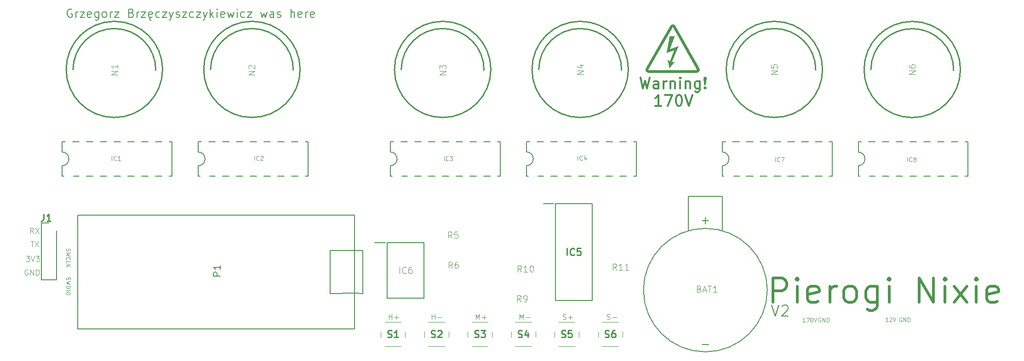
<source format=gbr>
%TF.GenerationSoftware,KiCad,Pcbnew,7.0.5-0*%
%TF.CreationDate,2023-07-08T10:36:07-04:00*%
%TF.ProjectId,nixie,6e697869-652e-46b6-9963-61645f706362,rev?*%
%TF.SameCoordinates,Original*%
%TF.FileFunction,Legend,Top*%
%TF.FilePolarity,Positive*%
%FSLAX46Y46*%
G04 Gerber Fmt 4.6, Leading zero omitted, Abs format (unit mm)*
G04 Created by KiCad (PCBNEW 7.0.5-0) date 2023-07-08 10:36:07*
%MOMM*%
%LPD*%
G01*
G04 APERTURE LIST*
%ADD10C,0.100000*%
%ADD11C,0.200000*%
%ADD12C,0.101600*%
%ADD13C,0.500000*%
%ADD14C,0.134112*%
%ADD15C,0.304800*%
%ADD16C,0.254000*%
%ADD17C,0.097790*%
%ADD18C,0.150000*%
%ADD19C,0.127000*%
%ADD20C,0.203200*%
G04 APERTURE END LIST*
D10*
X148603884Y-135872419D02*
X148603884Y-134872419D01*
X148603884Y-134872419D02*
X148937217Y-135586704D01*
X148937217Y-135586704D02*
X149270550Y-134872419D01*
X149270550Y-134872419D02*
X149270550Y-135872419D01*
X149746741Y-135491466D02*
X150508646Y-135491466D01*
X150127693Y-135872419D02*
X150127693Y-135110514D01*
D11*
X203122054Y-133244838D02*
X203788720Y-135244838D01*
X203788720Y-135244838D02*
X204455387Y-133244838D01*
X205026816Y-133435314D02*
X205122054Y-133340076D01*
X205122054Y-133340076D02*
X205312530Y-133244838D01*
X205312530Y-133244838D02*
X205788721Y-133244838D01*
X205788721Y-133244838D02*
X205979197Y-133340076D01*
X205979197Y-133340076D02*
X206074435Y-133435314D01*
X206074435Y-133435314D02*
X206169673Y-133625790D01*
X206169673Y-133625790D02*
X206169673Y-133816266D01*
X206169673Y-133816266D02*
X206074435Y-134101980D01*
X206074435Y-134101980D02*
X204931578Y-135244838D01*
X204931578Y-135244838D02*
X206169673Y-135244838D01*
D10*
X140503884Y-135872419D02*
X140503884Y-134872419D01*
X140503884Y-135348609D02*
X141075312Y-135348609D01*
X141075312Y-135872419D02*
X141075312Y-134872419D01*
X141551503Y-135491466D02*
X142313408Y-135491466D01*
X156703884Y-135872419D02*
X156703884Y-134872419D01*
X156703884Y-134872419D02*
X157037217Y-135586704D01*
X157037217Y-135586704D02*
X157370550Y-134872419D01*
X157370550Y-134872419D02*
X157370550Y-135872419D01*
X157846741Y-135491466D02*
X158608646Y-135491466D01*
X66127693Y-126720038D02*
X66032455Y-126672419D01*
X66032455Y-126672419D02*
X65889598Y-126672419D01*
X65889598Y-126672419D02*
X65746741Y-126720038D01*
X65746741Y-126720038D02*
X65651503Y-126815276D01*
X65651503Y-126815276D02*
X65603884Y-126910514D01*
X65603884Y-126910514D02*
X65556265Y-127100990D01*
X65556265Y-127100990D02*
X65556265Y-127243847D01*
X65556265Y-127243847D02*
X65603884Y-127434323D01*
X65603884Y-127434323D02*
X65651503Y-127529561D01*
X65651503Y-127529561D02*
X65746741Y-127624800D01*
X65746741Y-127624800D02*
X65889598Y-127672419D01*
X65889598Y-127672419D02*
X65984836Y-127672419D01*
X65984836Y-127672419D02*
X66127693Y-127624800D01*
X66127693Y-127624800D02*
X66175312Y-127577180D01*
X66175312Y-127577180D02*
X66175312Y-127243847D01*
X66175312Y-127243847D02*
X65984836Y-127243847D01*
X66603884Y-127672419D02*
X66603884Y-126672419D01*
X66603884Y-126672419D02*
X67175312Y-127672419D01*
X67175312Y-127672419D02*
X67175312Y-126672419D01*
X67651503Y-127672419D02*
X67651503Y-126672419D01*
X67651503Y-126672419D02*
X67889598Y-126672419D01*
X67889598Y-126672419D02*
X68032455Y-126720038D01*
X68032455Y-126720038D02*
X68127693Y-126815276D01*
X68127693Y-126815276D02*
X68175312Y-126910514D01*
X68175312Y-126910514D02*
X68222931Y-127100990D01*
X68222931Y-127100990D02*
X68222931Y-127243847D01*
X68222931Y-127243847D02*
X68175312Y-127434323D01*
X68175312Y-127434323D02*
X68127693Y-127529561D01*
X68127693Y-127529561D02*
X68032455Y-127624800D01*
X68032455Y-127624800D02*
X67889598Y-127672419D01*
X67889598Y-127672419D02*
X67651503Y-127672419D01*
X65808646Y-124172419D02*
X66427693Y-124172419D01*
X66427693Y-124172419D02*
X66094360Y-124553371D01*
X66094360Y-124553371D02*
X66237217Y-124553371D01*
X66237217Y-124553371D02*
X66332455Y-124600990D01*
X66332455Y-124600990D02*
X66380074Y-124648609D01*
X66380074Y-124648609D02*
X66427693Y-124743847D01*
X66427693Y-124743847D02*
X66427693Y-124981942D01*
X66427693Y-124981942D02*
X66380074Y-125077180D01*
X66380074Y-125077180D02*
X66332455Y-125124800D01*
X66332455Y-125124800D02*
X66237217Y-125172419D01*
X66237217Y-125172419D02*
X65951503Y-125172419D01*
X65951503Y-125172419D02*
X65856265Y-125124800D01*
X65856265Y-125124800D02*
X65808646Y-125077180D01*
X66713408Y-124172419D02*
X67046741Y-125172419D01*
X67046741Y-125172419D02*
X67380074Y-124172419D01*
X67618170Y-124172419D02*
X68237217Y-124172419D01*
X68237217Y-124172419D02*
X67903884Y-124553371D01*
X67903884Y-124553371D02*
X68046741Y-124553371D01*
X68046741Y-124553371D02*
X68141979Y-124600990D01*
X68141979Y-124600990D02*
X68189598Y-124648609D01*
X68189598Y-124648609D02*
X68237217Y-124743847D01*
X68237217Y-124743847D02*
X68237217Y-124981942D01*
X68237217Y-124981942D02*
X68189598Y-125077180D01*
X68189598Y-125077180D02*
X68141979Y-125124800D01*
X68141979Y-125124800D02*
X68046741Y-125172419D01*
X68046741Y-125172419D02*
X67761027Y-125172419D01*
X67761027Y-125172419D02*
X67665789Y-125124800D01*
X67665789Y-125124800D02*
X67618170Y-125077180D01*
X172756265Y-135824800D02*
X172899122Y-135872419D01*
X172899122Y-135872419D02*
X173137217Y-135872419D01*
X173137217Y-135872419D02*
X173232455Y-135824800D01*
X173232455Y-135824800D02*
X173280074Y-135777180D01*
X173280074Y-135777180D02*
X173327693Y-135681942D01*
X173327693Y-135681942D02*
X173327693Y-135586704D01*
X173327693Y-135586704D02*
X173280074Y-135491466D01*
X173280074Y-135491466D02*
X173232455Y-135443847D01*
X173232455Y-135443847D02*
X173137217Y-135396228D01*
X173137217Y-135396228D02*
X172946741Y-135348609D01*
X172946741Y-135348609D02*
X172851503Y-135300990D01*
X172851503Y-135300990D02*
X172803884Y-135253371D01*
X172803884Y-135253371D02*
X172756265Y-135158133D01*
X172756265Y-135158133D02*
X172756265Y-135062895D01*
X172756265Y-135062895D02*
X172803884Y-134967657D01*
X172803884Y-134967657D02*
X172851503Y-134920038D01*
X172851503Y-134920038D02*
X172946741Y-134872419D01*
X172946741Y-134872419D02*
X173184836Y-134872419D01*
X173184836Y-134872419D02*
X173327693Y-134920038D01*
X173756265Y-135491466D02*
X174518170Y-135491466D01*
X73232700Y-128108646D02*
X73196985Y-128215789D01*
X73196985Y-128215789D02*
X73196985Y-128394360D01*
X73196985Y-128394360D02*
X73232700Y-128465789D01*
X73232700Y-128465789D02*
X73268414Y-128501503D01*
X73268414Y-128501503D02*
X73339842Y-128537217D01*
X73339842Y-128537217D02*
X73411271Y-128537217D01*
X73411271Y-128537217D02*
X73482700Y-128501503D01*
X73482700Y-128501503D02*
X73518414Y-128465789D01*
X73518414Y-128465789D02*
X73554128Y-128394360D01*
X73554128Y-128394360D02*
X73589842Y-128251503D01*
X73589842Y-128251503D02*
X73625557Y-128180074D01*
X73625557Y-128180074D02*
X73661271Y-128144360D01*
X73661271Y-128144360D02*
X73732700Y-128108646D01*
X73732700Y-128108646D02*
X73804128Y-128108646D01*
X73804128Y-128108646D02*
X73875557Y-128144360D01*
X73875557Y-128144360D02*
X73911271Y-128180074D01*
X73911271Y-128180074D02*
X73946985Y-128251503D01*
X73946985Y-128251503D02*
X73946985Y-128430074D01*
X73946985Y-128430074D02*
X73911271Y-128537217D01*
X73946985Y-128787217D02*
X73196985Y-128965789D01*
X73196985Y-128965789D02*
X73732700Y-129108646D01*
X73732700Y-129108646D02*
X73196985Y-129251503D01*
X73196985Y-129251503D02*
X73946985Y-129430075D01*
X73196985Y-129715789D02*
X73946985Y-129715789D01*
X73946985Y-129715789D02*
X73946985Y-129894360D01*
X73946985Y-129894360D02*
X73911271Y-130001503D01*
X73911271Y-130001503D02*
X73839842Y-130072932D01*
X73839842Y-130072932D02*
X73768414Y-130108646D01*
X73768414Y-130108646D02*
X73625557Y-130144360D01*
X73625557Y-130144360D02*
X73518414Y-130144360D01*
X73518414Y-130144360D02*
X73375557Y-130108646D01*
X73375557Y-130108646D02*
X73304128Y-130072932D01*
X73304128Y-130072932D02*
X73232700Y-130001503D01*
X73232700Y-130001503D02*
X73196985Y-129894360D01*
X73196985Y-129894360D02*
X73196985Y-129715789D01*
X73196985Y-130465789D02*
X73946985Y-130465789D01*
X73946985Y-130965789D02*
X73946985Y-131108646D01*
X73946985Y-131108646D02*
X73911271Y-131180075D01*
X73911271Y-131180075D02*
X73839842Y-131251503D01*
X73839842Y-131251503D02*
X73696985Y-131287218D01*
X73696985Y-131287218D02*
X73446985Y-131287218D01*
X73446985Y-131287218D02*
X73304128Y-131251503D01*
X73304128Y-131251503D02*
X73232700Y-131180075D01*
X73232700Y-131180075D02*
X73196985Y-131108646D01*
X73196985Y-131108646D02*
X73196985Y-130965789D01*
X73196985Y-130965789D02*
X73232700Y-130894361D01*
X73232700Y-130894361D02*
X73304128Y-130822932D01*
X73304128Y-130822932D02*
X73446985Y-130787218D01*
X73446985Y-130787218D02*
X73696985Y-130787218D01*
X73696985Y-130787218D02*
X73839842Y-130822932D01*
X73839842Y-130822932D02*
X73911271Y-130894361D01*
X73911271Y-130894361D02*
X73946985Y-130965789D01*
D12*
X212138270Y-135588644D02*
X212066842Y-135552930D01*
X212066842Y-135552930D02*
X211959699Y-135552930D01*
X211959699Y-135552930D02*
X211852556Y-135588644D01*
X211852556Y-135588644D02*
X211781127Y-135660073D01*
X211781127Y-135660073D02*
X211745413Y-135731501D01*
X211745413Y-135731501D02*
X211709699Y-135874358D01*
X211709699Y-135874358D02*
X211709699Y-135981501D01*
X211709699Y-135981501D02*
X211745413Y-136124358D01*
X211745413Y-136124358D02*
X211781127Y-136195787D01*
X211781127Y-136195787D02*
X211852556Y-136267216D01*
X211852556Y-136267216D02*
X211959699Y-136302930D01*
X211959699Y-136302930D02*
X212031127Y-136302930D01*
X212031127Y-136302930D02*
X212138270Y-136267216D01*
X212138270Y-136267216D02*
X212173984Y-136231501D01*
X212173984Y-136231501D02*
X212173984Y-135981501D01*
X212173984Y-135981501D02*
X212031127Y-135981501D01*
X212495413Y-136302930D02*
X212495413Y-135552930D01*
X212495413Y-135552930D02*
X212923984Y-136302930D01*
X212923984Y-136302930D02*
X212923984Y-135552930D01*
X213281127Y-136302930D02*
X213281127Y-135552930D01*
X213281127Y-135552930D02*
X213459698Y-135552930D01*
X213459698Y-135552930D02*
X213566841Y-135588644D01*
X213566841Y-135588644D02*
X213638270Y-135660073D01*
X213638270Y-135660073D02*
X213673984Y-135731501D01*
X213673984Y-135731501D02*
X213709698Y-135874358D01*
X213709698Y-135874358D02*
X213709698Y-135981501D01*
X213709698Y-135981501D02*
X213673984Y-136124358D01*
X213673984Y-136124358D02*
X213638270Y-136195787D01*
X213638270Y-136195787D02*
X213566841Y-136267216D01*
X213566841Y-136267216D02*
X213459698Y-136302930D01*
X213459698Y-136302930D02*
X213281127Y-136302930D01*
D13*
X203300375Y-132723285D02*
X203300375Y-128223285D01*
X203300375Y-128223285D02*
X205014661Y-128223285D01*
X205014661Y-128223285D02*
X205443232Y-128437571D01*
X205443232Y-128437571D02*
X205657518Y-128651857D01*
X205657518Y-128651857D02*
X205871804Y-129080428D01*
X205871804Y-129080428D02*
X205871804Y-129723285D01*
X205871804Y-129723285D02*
X205657518Y-130151857D01*
X205657518Y-130151857D02*
X205443232Y-130366142D01*
X205443232Y-130366142D02*
X205014661Y-130580428D01*
X205014661Y-130580428D02*
X203300375Y-130580428D01*
X207800375Y-132723285D02*
X207800375Y-129723285D01*
X207800375Y-128223285D02*
X207586089Y-128437571D01*
X207586089Y-128437571D02*
X207800375Y-128651857D01*
X207800375Y-128651857D02*
X208014661Y-128437571D01*
X208014661Y-128437571D02*
X207800375Y-128223285D01*
X207800375Y-128223285D02*
X207800375Y-128651857D01*
X211657518Y-132509000D02*
X211228946Y-132723285D01*
X211228946Y-132723285D02*
X210371804Y-132723285D01*
X210371804Y-132723285D02*
X209943232Y-132509000D01*
X209943232Y-132509000D02*
X209728946Y-132080428D01*
X209728946Y-132080428D02*
X209728946Y-130366142D01*
X209728946Y-130366142D02*
X209943232Y-129937571D01*
X209943232Y-129937571D02*
X210371804Y-129723285D01*
X210371804Y-129723285D02*
X211228946Y-129723285D01*
X211228946Y-129723285D02*
X211657518Y-129937571D01*
X211657518Y-129937571D02*
X211871804Y-130366142D01*
X211871804Y-130366142D02*
X211871804Y-130794714D01*
X211871804Y-130794714D02*
X209728946Y-131223285D01*
X213800375Y-132723285D02*
X213800375Y-129723285D01*
X213800375Y-130580428D02*
X214014661Y-130151857D01*
X214014661Y-130151857D02*
X214228947Y-129937571D01*
X214228947Y-129937571D02*
X214657518Y-129723285D01*
X214657518Y-129723285D02*
X215086089Y-129723285D01*
X217228946Y-132723285D02*
X216800375Y-132509000D01*
X216800375Y-132509000D02*
X216586089Y-132294714D01*
X216586089Y-132294714D02*
X216371803Y-131866142D01*
X216371803Y-131866142D02*
X216371803Y-130580428D01*
X216371803Y-130580428D02*
X216586089Y-130151857D01*
X216586089Y-130151857D02*
X216800375Y-129937571D01*
X216800375Y-129937571D02*
X217228946Y-129723285D01*
X217228946Y-129723285D02*
X217871803Y-129723285D01*
X217871803Y-129723285D02*
X218300375Y-129937571D01*
X218300375Y-129937571D02*
X218514661Y-130151857D01*
X218514661Y-130151857D02*
X218728946Y-130580428D01*
X218728946Y-130580428D02*
X218728946Y-131866142D01*
X218728946Y-131866142D02*
X218514661Y-132294714D01*
X218514661Y-132294714D02*
X218300375Y-132509000D01*
X218300375Y-132509000D02*
X217871803Y-132723285D01*
X217871803Y-132723285D02*
X217228946Y-132723285D01*
X222586090Y-129723285D02*
X222586090Y-133366142D01*
X222586090Y-133366142D02*
X222371804Y-133794714D01*
X222371804Y-133794714D02*
X222157518Y-134009000D01*
X222157518Y-134009000D02*
X221728947Y-134223285D01*
X221728947Y-134223285D02*
X221086090Y-134223285D01*
X221086090Y-134223285D02*
X220657518Y-134009000D01*
X222586090Y-132509000D02*
X222157518Y-132723285D01*
X222157518Y-132723285D02*
X221300375Y-132723285D01*
X221300375Y-132723285D02*
X220871804Y-132509000D01*
X220871804Y-132509000D02*
X220657518Y-132294714D01*
X220657518Y-132294714D02*
X220443232Y-131866142D01*
X220443232Y-131866142D02*
X220443232Y-130580428D01*
X220443232Y-130580428D02*
X220657518Y-130151857D01*
X220657518Y-130151857D02*
X220871804Y-129937571D01*
X220871804Y-129937571D02*
X221300375Y-129723285D01*
X221300375Y-129723285D02*
X222157518Y-129723285D01*
X222157518Y-129723285D02*
X222586090Y-129937571D01*
X224728947Y-132723285D02*
X224728947Y-129723285D01*
X224728947Y-128223285D02*
X224514661Y-128437571D01*
X224514661Y-128437571D02*
X224728947Y-128651857D01*
X224728947Y-128651857D02*
X224943233Y-128437571D01*
X224943233Y-128437571D02*
X224728947Y-128223285D01*
X224728947Y-128223285D02*
X224728947Y-128651857D01*
X230300375Y-132723285D02*
X230300375Y-128223285D01*
X230300375Y-128223285D02*
X232871804Y-132723285D01*
X232871804Y-132723285D02*
X232871804Y-128223285D01*
X235014661Y-132723285D02*
X235014661Y-129723285D01*
X235014661Y-128223285D02*
X234800375Y-128437571D01*
X234800375Y-128437571D02*
X235014661Y-128651857D01*
X235014661Y-128651857D02*
X235228947Y-128437571D01*
X235228947Y-128437571D02*
X235014661Y-128223285D01*
X235014661Y-128223285D02*
X235014661Y-128651857D01*
X236728947Y-132723285D02*
X239086090Y-129723285D01*
X236728947Y-129723285D02*
X239086090Y-132723285D01*
X240800375Y-132723285D02*
X240800375Y-129723285D01*
X240800375Y-128223285D02*
X240586089Y-128437571D01*
X240586089Y-128437571D02*
X240800375Y-128651857D01*
X240800375Y-128651857D02*
X241014661Y-128437571D01*
X241014661Y-128437571D02*
X240800375Y-128223285D01*
X240800375Y-128223285D02*
X240800375Y-128651857D01*
X244657518Y-132509000D02*
X244228946Y-132723285D01*
X244228946Y-132723285D02*
X243371804Y-132723285D01*
X243371804Y-132723285D02*
X242943232Y-132509000D01*
X242943232Y-132509000D02*
X242728946Y-132080428D01*
X242728946Y-132080428D02*
X242728946Y-130366142D01*
X242728946Y-130366142D02*
X242943232Y-129937571D01*
X242943232Y-129937571D02*
X243371804Y-129723285D01*
X243371804Y-129723285D02*
X244228946Y-129723285D01*
X244228946Y-129723285D02*
X244657518Y-129937571D01*
X244657518Y-129937571D02*
X244871804Y-130366142D01*
X244871804Y-130366142D02*
X244871804Y-130794714D01*
X244871804Y-130794714D02*
X242728946Y-131223285D01*
D10*
X73232700Y-122808646D02*
X73196985Y-122915789D01*
X73196985Y-122915789D02*
X73196985Y-123094360D01*
X73196985Y-123094360D02*
X73232700Y-123165789D01*
X73232700Y-123165789D02*
X73268414Y-123201503D01*
X73268414Y-123201503D02*
X73339842Y-123237217D01*
X73339842Y-123237217D02*
X73411271Y-123237217D01*
X73411271Y-123237217D02*
X73482700Y-123201503D01*
X73482700Y-123201503D02*
X73518414Y-123165789D01*
X73518414Y-123165789D02*
X73554128Y-123094360D01*
X73554128Y-123094360D02*
X73589842Y-122951503D01*
X73589842Y-122951503D02*
X73625557Y-122880074D01*
X73625557Y-122880074D02*
X73661271Y-122844360D01*
X73661271Y-122844360D02*
X73732700Y-122808646D01*
X73732700Y-122808646D02*
X73804128Y-122808646D01*
X73804128Y-122808646D02*
X73875557Y-122844360D01*
X73875557Y-122844360D02*
X73911271Y-122880074D01*
X73911271Y-122880074D02*
X73946985Y-122951503D01*
X73946985Y-122951503D02*
X73946985Y-123130074D01*
X73946985Y-123130074D02*
X73911271Y-123237217D01*
X73946985Y-123487217D02*
X73196985Y-123665789D01*
X73196985Y-123665789D02*
X73732700Y-123808646D01*
X73732700Y-123808646D02*
X73196985Y-123951503D01*
X73196985Y-123951503D02*
X73946985Y-124130075D01*
X73268414Y-124844360D02*
X73232700Y-124808646D01*
X73232700Y-124808646D02*
X73196985Y-124701503D01*
X73196985Y-124701503D02*
X73196985Y-124630075D01*
X73196985Y-124630075D02*
X73232700Y-124522932D01*
X73232700Y-124522932D02*
X73304128Y-124451503D01*
X73304128Y-124451503D02*
X73375557Y-124415789D01*
X73375557Y-124415789D02*
X73518414Y-124380075D01*
X73518414Y-124380075D02*
X73625557Y-124380075D01*
X73625557Y-124380075D02*
X73768414Y-124415789D01*
X73768414Y-124415789D02*
X73839842Y-124451503D01*
X73839842Y-124451503D02*
X73911271Y-124522932D01*
X73911271Y-124522932D02*
X73946985Y-124630075D01*
X73946985Y-124630075D02*
X73946985Y-124701503D01*
X73946985Y-124701503D02*
X73911271Y-124808646D01*
X73911271Y-124808646D02*
X73875557Y-124844360D01*
X73196985Y-125522932D02*
X73196985Y-125165789D01*
X73196985Y-125165789D02*
X73946985Y-125165789D01*
X73196985Y-125772932D02*
X73946985Y-125772932D01*
X73196985Y-126201503D02*
X73625557Y-125880075D01*
X73946985Y-126201503D02*
X73518414Y-125772932D01*
X66661027Y-121472419D02*
X67232455Y-121472419D01*
X66946741Y-122472419D02*
X66946741Y-121472419D01*
X67470551Y-121472419D02*
X68137217Y-122472419D01*
X68137217Y-121472419D02*
X67470551Y-122472419D01*
X164656265Y-135824800D02*
X164799122Y-135872419D01*
X164799122Y-135872419D02*
X165037217Y-135872419D01*
X165037217Y-135872419D02*
X165132455Y-135824800D01*
X165132455Y-135824800D02*
X165180074Y-135777180D01*
X165180074Y-135777180D02*
X165227693Y-135681942D01*
X165227693Y-135681942D02*
X165227693Y-135586704D01*
X165227693Y-135586704D02*
X165180074Y-135491466D01*
X165180074Y-135491466D02*
X165132455Y-135443847D01*
X165132455Y-135443847D02*
X165037217Y-135396228D01*
X165037217Y-135396228D02*
X164846741Y-135348609D01*
X164846741Y-135348609D02*
X164751503Y-135300990D01*
X164751503Y-135300990D02*
X164703884Y-135253371D01*
X164703884Y-135253371D02*
X164656265Y-135158133D01*
X164656265Y-135158133D02*
X164656265Y-135062895D01*
X164656265Y-135062895D02*
X164703884Y-134967657D01*
X164703884Y-134967657D02*
X164751503Y-134920038D01*
X164751503Y-134920038D02*
X164846741Y-134872419D01*
X164846741Y-134872419D02*
X165084836Y-134872419D01*
X165084836Y-134872419D02*
X165227693Y-134920038D01*
X165656265Y-135491466D02*
X166418170Y-135491466D01*
X166037217Y-135872419D02*
X166037217Y-135110514D01*
D14*
X74263307Y-78635434D02*
X74116423Y-78561992D01*
X74116423Y-78561992D02*
X73896096Y-78561992D01*
X73896096Y-78561992D02*
X73675769Y-78635434D01*
X73675769Y-78635434D02*
X73528884Y-78782319D01*
X73528884Y-78782319D02*
X73455442Y-78929203D01*
X73455442Y-78929203D02*
X73382000Y-79222972D01*
X73382000Y-79222972D02*
X73382000Y-79443299D01*
X73382000Y-79443299D02*
X73455442Y-79737068D01*
X73455442Y-79737068D02*
X73528884Y-79883953D01*
X73528884Y-79883953D02*
X73675769Y-80030838D01*
X73675769Y-80030838D02*
X73896096Y-80104280D01*
X73896096Y-80104280D02*
X74042980Y-80104280D01*
X74042980Y-80104280D02*
X74263307Y-80030838D01*
X74263307Y-80030838D02*
X74336749Y-79957395D01*
X74336749Y-79957395D02*
X74336749Y-79443299D01*
X74336749Y-79443299D02*
X74042980Y-79443299D01*
X74997730Y-80104280D02*
X74997730Y-79076088D01*
X74997730Y-79369857D02*
X75071172Y-79222972D01*
X75071172Y-79222972D02*
X75144615Y-79149530D01*
X75144615Y-79149530D02*
X75291499Y-79076088D01*
X75291499Y-79076088D02*
X75438384Y-79076088D01*
X75805595Y-79076088D02*
X76613461Y-79076088D01*
X76613461Y-79076088D02*
X75805595Y-80104280D01*
X75805595Y-80104280D02*
X76613461Y-80104280D01*
X77788537Y-80030838D02*
X77641653Y-80104280D01*
X77641653Y-80104280D02*
X77347884Y-80104280D01*
X77347884Y-80104280D02*
X77200999Y-80030838D01*
X77200999Y-80030838D02*
X77127557Y-79883953D01*
X77127557Y-79883953D02*
X77127557Y-79296415D01*
X77127557Y-79296415D02*
X77200999Y-79149530D01*
X77200999Y-79149530D02*
X77347884Y-79076088D01*
X77347884Y-79076088D02*
X77641653Y-79076088D01*
X77641653Y-79076088D02*
X77788537Y-79149530D01*
X77788537Y-79149530D02*
X77861980Y-79296415D01*
X77861980Y-79296415D02*
X77861980Y-79443299D01*
X77861980Y-79443299D02*
X77127557Y-79590184D01*
X79183941Y-79076088D02*
X79183941Y-80324607D01*
X79183941Y-80324607D02*
X79110498Y-80471491D01*
X79110498Y-80471491D02*
X79037056Y-80544934D01*
X79037056Y-80544934D02*
X78890171Y-80618376D01*
X78890171Y-80618376D02*
X78669845Y-80618376D01*
X78669845Y-80618376D02*
X78522960Y-80544934D01*
X79183941Y-80030838D02*
X79037056Y-80104280D01*
X79037056Y-80104280D02*
X78743287Y-80104280D01*
X78743287Y-80104280D02*
X78596402Y-80030838D01*
X78596402Y-80030838D02*
X78522960Y-79957395D01*
X78522960Y-79957395D02*
X78449518Y-79810511D01*
X78449518Y-79810511D02*
X78449518Y-79369857D01*
X78449518Y-79369857D02*
X78522960Y-79222972D01*
X78522960Y-79222972D02*
X78596402Y-79149530D01*
X78596402Y-79149530D02*
X78743287Y-79076088D01*
X78743287Y-79076088D02*
X79037056Y-79076088D01*
X79037056Y-79076088D02*
X79183941Y-79149530D01*
X80138690Y-80104280D02*
X79991805Y-80030838D01*
X79991805Y-80030838D02*
X79918363Y-79957395D01*
X79918363Y-79957395D02*
X79844921Y-79810511D01*
X79844921Y-79810511D02*
X79844921Y-79369857D01*
X79844921Y-79369857D02*
X79918363Y-79222972D01*
X79918363Y-79222972D02*
X79991805Y-79149530D01*
X79991805Y-79149530D02*
X80138690Y-79076088D01*
X80138690Y-79076088D02*
X80359017Y-79076088D01*
X80359017Y-79076088D02*
X80505901Y-79149530D01*
X80505901Y-79149530D02*
X80579344Y-79222972D01*
X80579344Y-79222972D02*
X80652786Y-79369857D01*
X80652786Y-79369857D02*
X80652786Y-79810511D01*
X80652786Y-79810511D02*
X80579344Y-79957395D01*
X80579344Y-79957395D02*
X80505901Y-80030838D01*
X80505901Y-80030838D02*
X80359017Y-80104280D01*
X80359017Y-80104280D02*
X80138690Y-80104280D01*
X81313766Y-80104280D02*
X81313766Y-79076088D01*
X81313766Y-79369857D02*
X81387208Y-79222972D01*
X81387208Y-79222972D02*
X81460651Y-79149530D01*
X81460651Y-79149530D02*
X81607535Y-79076088D01*
X81607535Y-79076088D02*
X81754420Y-79076088D01*
X82121631Y-79076088D02*
X82929497Y-79076088D01*
X82929497Y-79076088D02*
X82121631Y-80104280D01*
X82121631Y-80104280D02*
X82929497Y-80104280D01*
X85206208Y-79296415D02*
X85426535Y-79369857D01*
X85426535Y-79369857D02*
X85499977Y-79443299D01*
X85499977Y-79443299D02*
X85573419Y-79590184D01*
X85573419Y-79590184D02*
X85573419Y-79810511D01*
X85573419Y-79810511D02*
X85499977Y-79957395D01*
X85499977Y-79957395D02*
X85426535Y-80030838D01*
X85426535Y-80030838D02*
X85279650Y-80104280D01*
X85279650Y-80104280D02*
X84692112Y-80104280D01*
X84692112Y-80104280D02*
X84692112Y-78561992D01*
X84692112Y-78561992D02*
X85206208Y-78561992D01*
X85206208Y-78561992D02*
X85353093Y-78635434D01*
X85353093Y-78635434D02*
X85426535Y-78708876D01*
X85426535Y-78708876D02*
X85499977Y-78855761D01*
X85499977Y-78855761D02*
X85499977Y-79002646D01*
X85499977Y-79002646D02*
X85426535Y-79149530D01*
X85426535Y-79149530D02*
X85353093Y-79222972D01*
X85353093Y-79222972D02*
X85206208Y-79296415D01*
X85206208Y-79296415D02*
X84692112Y-79296415D01*
X86234400Y-80104280D02*
X86234400Y-79076088D01*
X86234400Y-79369857D02*
X86307842Y-79222972D01*
X86307842Y-79222972D02*
X86381285Y-79149530D01*
X86381285Y-79149530D02*
X86528169Y-79076088D01*
X86528169Y-79076088D02*
X86675054Y-79076088D01*
X87042265Y-79076088D02*
X87850131Y-79076088D01*
X87850131Y-79076088D02*
X87042265Y-80104280D01*
X87042265Y-80104280D02*
X87850131Y-80104280D01*
X89025207Y-80030838D02*
X88878323Y-80104280D01*
X88878323Y-80104280D02*
X88584554Y-80104280D01*
X88584554Y-80104280D02*
X88437669Y-80030838D01*
X88437669Y-80030838D02*
X88364227Y-79883953D01*
X88364227Y-79883953D02*
X88364227Y-79296415D01*
X88364227Y-79296415D02*
X88437669Y-79149530D01*
X88437669Y-79149530D02*
X88584554Y-79076088D01*
X88584554Y-79076088D02*
X88878323Y-79076088D01*
X88878323Y-79076088D02*
X89025207Y-79149530D01*
X89025207Y-79149530D02*
X89098650Y-79296415D01*
X89098650Y-79296415D02*
X89098650Y-79443299D01*
X89098650Y-79443299D02*
X88364227Y-79590184D01*
X88731438Y-80104280D02*
X88584554Y-80251164D01*
X88584554Y-80251164D02*
X88511111Y-80398049D01*
X88511111Y-80398049D02*
X88584554Y-80544934D01*
X88584554Y-80544934D02*
X88731438Y-80618376D01*
X88731438Y-80618376D02*
X88878323Y-80618376D01*
X90420611Y-80030838D02*
X90273726Y-80104280D01*
X90273726Y-80104280D02*
X89979957Y-80104280D01*
X89979957Y-80104280D02*
X89833072Y-80030838D01*
X89833072Y-80030838D02*
X89759630Y-79957395D01*
X89759630Y-79957395D02*
X89686188Y-79810511D01*
X89686188Y-79810511D02*
X89686188Y-79369857D01*
X89686188Y-79369857D02*
X89759630Y-79222972D01*
X89759630Y-79222972D02*
X89833072Y-79149530D01*
X89833072Y-79149530D02*
X89979957Y-79076088D01*
X89979957Y-79076088D02*
X90273726Y-79076088D01*
X90273726Y-79076088D02*
X90420611Y-79149530D01*
X90934706Y-79076088D02*
X91742572Y-79076088D01*
X91742572Y-79076088D02*
X90934706Y-80104280D01*
X90934706Y-80104280D02*
X91742572Y-80104280D01*
X92183225Y-79076088D02*
X92550437Y-80104280D01*
X92917648Y-79076088D02*
X92550437Y-80104280D01*
X92550437Y-80104280D02*
X92403552Y-80471491D01*
X92403552Y-80471491D02*
X92330110Y-80544934D01*
X92330110Y-80544934D02*
X92183225Y-80618376D01*
X93431745Y-80030838D02*
X93578629Y-80104280D01*
X93578629Y-80104280D02*
X93872398Y-80104280D01*
X93872398Y-80104280D02*
X94019283Y-80030838D01*
X94019283Y-80030838D02*
X94092725Y-79883953D01*
X94092725Y-79883953D02*
X94092725Y-79810511D01*
X94092725Y-79810511D02*
X94019283Y-79663626D01*
X94019283Y-79663626D02*
X93872398Y-79590184D01*
X93872398Y-79590184D02*
X93652072Y-79590184D01*
X93652072Y-79590184D02*
X93505187Y-79516742D01*
X93505187Y-79516742D02*
X93431745Y-79369857D01*
X93431745Y-79369857D02*
X93431745Y-79296415D01*
X93431745Y-79296415D02*
X93505187Y-79149530D01*
X93505187Y-79149530D02*
X93652072Y-79076088D01*
X93652072Y-79076088D02*
X93872398Y-79076088D01*
X93872398Y-79076088D02*
X94019283Y-79149530D01*
X94606821Y-79076088D02*
X95414687Y-79076088D01*
X95414687Y-79076088D02*
X94606821Y-80104280D01*
X94606821Y-80104280D02*
X95414687Y-80104280D01*
X96663206Y-80030838D02*
X96516321Y-80104280D01*
X96516321Y-80104280D02*
X96222552Y-80104280D01*
X96222552Y-80104280D02*
X96075667Y-80030838D01*
X96075667Y-80030838D02*
X96002225Y-79957395D01*
X96002225Y-79957395D02*
X95928783Y-79810511D01*
X95928783Y-79810511D02*
X95928783Y-79369857D01*
X95928783Y-79369857D02*
X96002225Y-79222972D01*
X96002225Y-79222972D02*
X96075667Y-79149530D01*
X96075667Y-79149530D02*
X96222552Y-79076088D01*
X96222552Y-79076088D02*
X96516321Y-79076088D01*
X96516321Y-79076088D02*
X96663206Y-79149530D01*
X97177301Y-79076088D02*
X97985167Y-79076088D01*
X97985167Y-79076088D02*
X97177301Y-80104280D01*
X97177301Y-80104280D02*
X97985167Y-80104280D01*
X98425820Y-79076088D02*
X98793032Y-80104280D01*
X99160243Y-79076088D02*
X98793032Y-80104280D01*
X98793032Y-80104280D02*
X98646147Y-80471491D01*
X98646147Y-80471491D02*
X98572705Y-80544934D01*
X98572705Y-80544934D02*
X98425820Y-80618376D01*
X99747782Y-80104280D02*
X99747782Y-78561992D01*
X99894667Y-79516742D02*
X100335320Y-80104280D01*
X100335320Y-79076088D02*
X99747782Y-79663626D01*
X100996301Y-80104280D02*
X100996301Y-79076088D01*
X100996301Y-78561992D02*
X100922859Y-78635434D01*
X100922859Y-78635434D02*
X100996301Y-78708876D01*
X100996301Y-78708876D02*
X101069743Y-78635434D01*
X101069743Y-78635434D02*
X100996301Y-78561992D01*
X100996301Y-78561992D02*
X100996301Y-78708876D01*
X102318262Y-80030838D02*
X102171378Y-80104280D01*
X102171378Y-80104280D02*
X101877609Y-80104280D01*
X101877609Y-80104280D02*
X101730724Y-80030838D01*
X101730724Y-80030838D02*
X101657282Y-79883953D01*
X101657282Y-79883953D02*
X101657282Y-79296415D01*
X101657282Y-79296415D02*
X101730724Y-79149530D01*
X101730724Y-79149530D02*
X101877609Y-79076088D01*
X101877609Y-79076088D02*
X102171378Y-79076088D01*
X102171378Y-79076088D02*
X102318262Y-79149530D01*
X102318262Y-79149530D02*
X102391705Y-79296415D01*
X102391705Y-79296415D02*
X102391705Y-79443299D01*
X102391705Y-79443299D02*
X101657282Y-79590184D01*
X102905800Y-79076088D02*
X103199570Y-80104280D01*
X103199570Y-80104280D02*
X103493339Y-79369857D01*
X103493339Y-79369857D02*
X103787108Y-80104280D01*
X103787108Y-80104280D02*
X104080877Y-79076088D01*
X104668415Y-80104280D02*
X104668415Y-79076088D01*
X104668415Y-78561992D02*
X104594973Y-78635434D01*
X104594973Y-78635434D02*
X104668415Y-78708876D01*
X104668415Y-78708876D02*
X104741857Y-78635434D01*
X104741857Y-78635434D02*
X104668415Y-78561992D01*
X104668415Y-78561992D02*
X104668415Y-78708876D01*
X106063819Y-80030838D02*
X105916934Y-80104280D01*
X105916934Y-80104280D02*
X105623165Y-80104280D01*
X105623165Y-80104280D02*
X105476280Y-80030838D01*
X105476280Y-80030838D02*
X105402838Y-79957395D01*
X105402838Y-79957395D02*
X105329396Y-79810511D01*
X105329396Y-79810511D02*
X105329396Y-79369857D01*
X105329396Y-79369857D02*
X105402838Y-79222972D01*
X105402838Y-79222972D02*
X105476280Y-79149530D01*
X105476280Y-79149530D02*
X105623165Y-79076088D01*
X105623165Y-79076088D02*
X105916934Y-79076088D01*
X105916934Y-79076088D02*
X106063819Y-79149530D01*
X106577914Y-79076088D02*
X107385780Y-79076088D01*
X107385780Y-79076088D02*
X106577914Y-80104280D01*
X106577914Y-80104280D02*
X107385780Y-80104280D01*
X109001510Y-79076088D02*
X109295280Y-80104280D01*
X109295280Y-80104280D02*
X109589049Y-79369857D01*
X109589049Y-79369857D02*
X109882818Y-80104280D01*
X109882818Y-80104280D02*
X110176587Y-79076088D01*
X111425106Y-80104280D02*
X111425106Y-79296415D01*
X111425106Y-79296415D02*
X111351663Y-79149530D01*
X111351663Y-79149530D02*
X111204779Y-79076088D01*
X111204779Y-79076088D02*
X110911010Y-79076088D01*
X110911010Y-79076088D02*
X110764125Y-79149530D01*
X111425106Y-80030838D02*
X111278221Y-80104280D01*
X111278221Y-80104280D02*
X110911010Y-80104280D01*
X110911010Y-80104280D02*
X110764125Y-80030838D01*
X110764125Y-80030838D02*
X110690683Y-79883953D01*
X110690683Y-79883953D02*
X110690683Y-79737068D01*
X110690683Y-79737068D02*
X110764125Y-79590184D01*
X110764125Y-79590184D02*
X110911010Y-79516742D01*
X110911010Y-79516742D02*
X111278221Y-79516742D01*
X111278221Y-79516742D02*
X111425106Y-79443299D01*
X112086086Y-80030838D02*
X112232970Y-80104280D01*
X112232970Y-80104280D02*
X112526739Y-80104280D01*
X112526739Y-80104280D02*
X112673624Y-80030838D01*
X112673624Y-80030838D02*
X112747066Y-79883953D01*
X112747066Y-79883953D02*
X112747066Y-79810511D01*
X112747066Y-79810511D02*
X112673624Y-79663626D01*
X112673624Y-79663626D02*
X112526739Y-79590184D01*
X112526739Y-79590184D02*
X112306413Y-79590184D01*
X112306413Y-79590184D02*
X112159528Y-79516742D01*
X112159528Y-79516742D02*
X112086086Y-79369857D01*
X112086086Y-79369857D02*
X112086086Y-79296415D01*
X112086086Y-79296415D02*
X112159528Y-79149530D01*
X112159528Y-79149530D02*
X112306413Y-79076088D01*
X112306413Y-79076088D02*
X112526739Y-79076088D01*
X112526739Y-79076088D02*
X112673624Y-79149530D01*
X114583124Y-80104280D02*
X114583124Y-78561992D01*
X115244105Y-80104280D02*
X115244105Y-79296415D01*
X115244105Y-79296415D02*
X115170662Y-79149530D01*
X115170662Y-79149530D02*
X115023778Y-79076088D01*
X115023778Y-79076088D02*
X114803451Y-79076088D01*
X114803451Y-79076088D02*
X114656566Y-79149530D01*
X114656566Y-79149530D02*
X114583124Y-79222972D01*
X116566065Y-80030838D02*
X116419181Y-80104280D01*
X116419181Y-80104280D02*
X116125412Y-80104280D01*
X116125412Y-80104280D02*
X115978527Y-80030838D01*
X115978527Y-80030838D02*
X115905085Y-79883953D01*
X115905085Y-79883953D02*
X115905085Y-79296415D01*
X115905085Y-79296415D02*
X115978527Y-79149530D01*
X115978527Y-79149530D02*
X116125412Y-79076088D01*
X116125412Y-79076088D02*
X116419181Y-79076088D01*
X116419181Y-79076088D02*
X116566065Y-79149530D01*
X116566065Y-79149530D02*
X116639508Y-79296415D01*
X116639508Y-79296415D02*
X116639508Y-79443299D01*
X116639508Y-79443299D02*
X115905085Y-79590184D01*
X117300488Y-80104280D02*
X117300488Y-79076088D01*
X117300488Y-79369857D02*
X117373930Y-79222972D01*
X117373930Y-79222972D02*
X117447373Y-79149530D01*
X117447373Y-79149530D02*
X117594257Y-79076088D01*
X117594257Y-79076088D02*
X117741142Y-79076088D01*
X118842776Y-80030838D02*
X118695892Y-80104280D01*
X118695892Y-80104280D02*
X118402123Y-80104280D01*
X118402123Y-80104280D02*
X118255238Y-80030838D01*
X118255238Y-80030838D02*
X118181796Y-79883953D01*
X118181796Y-79883953D02*
X118181796Y-79296415D01*
X118181796Y-79296415D02*
X118255238Y-79149530D01*
X118255238Y-79149530D02*
X118402123Y-79076088D01*
X118402123Y-79076088D02*
X118695892Y-79076088D01*
X118695892Y-79076088D02*
X118842776Y-79149530D01*
X118842776Y-79149530D02*
X118916219Y-79296415D01*
X118916219Y-79296415D02*
X118916219Y-79443299D01*
X118916219Y-79443299D02*
X118181796Y-79590184D01*
D12*
X227038270Y-135571644D02*
X226966842Y-135535930D01*
X226966842Y-135535930D02*
X226859699Y-135535930D01*
X226859699Y-135535930D02*
X226752556Y-135571644D01*
X226752556Y-135571644D02*
X226681127Y-135643073D01*
X226681127Y-135643073D02*
X226645413Y-135714501D01*
X226645413Y-135714501D02*
X226609699Y-135857358D01*
X226609699Y-135857358D02*
X226609699Y-135964501D01*
X226609699Y-135964501D02*
X226645413Y-136107358D01*
X226645413Y-136107358D02*
X226681127Y-136178787D01*
X226681127Y-136178787D02*
X226752556Y-136250216D01*
X226752556Y-136250216D02*
X226859699Y-136285930D01*
X226859699Y-136285930D02*
X226931127Y-136285930D01*
X226931127Y-136285930D02*
X227038270Y-136250216D01*
X227038270Y-136250216D02*
X227073984Y-136214501D01*
X227073984Y-136214501D02*
X227073984Y-135964501D01*
X227073984Y-135964501D02*
X226931127Y-135964501D01*
X227395413Y-136285930D02*
X227395413Y-135535930D01*
X227395413Y-135535930D02*
X227823984Y-136285930D01*
X227823984Y-136285930D02*
X227823984Y-135535930D01*
X228181127Y-136285930D02*
X228181127Y-135535930D01*
X228181127Y-135535930D02*
X228359698Y-135535930D01*
X228359698Y-135535930D02*
X228466841Y-135571644D01*
X228466841Y-135571644D02*
X228538270Y-135643073D01*
X228538270Y-135643073D02*
X228573984Y-135714501D01*
X228573984Y-135714501D02*
X228609698Y-135857358D01*
X228609698Y-135857358D02*
X228609698Y-135964501D01*
X228609698Y-135964501D02*
X228573984Y-136107358D01*
X228573984Y-136107358D02*
X228538270Y-136178787D01*
X228538270Y-136178787D02*
X228466841Y-136250216D01*
X228466841Y-136250216D02*
X228359698Y-136285930D01*
X228359698Y-136285930D02*
X228181127Y-136285930D01*
D10*
X67175312Y-119972419D02*
X66841979Y-119496228D01*
X66603884Y-119972419D02*
X66603884Y-118972419D01*
X66603884Y-118972419D02*
X66984836Y-118972419D01*
X66984836Y-118972419D02*
X67080074Y-119020038D01*
X67080074Y-119020038D02*
X67127693Y-119067657D01*
X67127693Y-119067657D02*
X67175312Y-119162895D01*
X67175312Y-119162895D02*
X67175312Y-119305752D01*
X67175312Y-119305752D02*
X67127693Y-119400990D01*
X67127693Y-119400990D02*
X67080074Y-119448609D01*
X67080074Y-119448609D02*
X66984836Y-119496228D01*
X66984836Y-119496228D02*
X66603884Y-119496228D01*
X67508646Y-118972419D02*
X68175312Y-119972419D01*
X68175312Y-118972419D02*
X67508646Y-119972419D01*
D15*
X178941831Y-91219388D02*
X179418021Y-93219388D01*
X179418021Y-93219388D02*
X179798974Y-91790816D01*
X179798974Y-91790816D02*
X180179926Y-93219388D01*
X180179926Y-93219388D02*
X180656117Y-91219388D01*
X182275164Y-93219388D02*
X182275164Y-92171769D01*
X182275164Y-92171769D02*
X182179926Y-91981292D01*
X182179926Y-91981292D02*
X181989450Y-91886054D01*
X181989450Y-91886054D02*
X181608497Y-91886054D01*
X181608497Y-91886054D02*
X181418021Y-91981292D01*
X182275164Y-93124150D02*
X182084688Y-93219388D01*
X182084688Y-93219388D02*
X181608497Y-93219388D01*
X181608497Y-93219388D02*
X181418021Y-93124150D01*
X181418021Y-93124150D02*
X181322783Y-92933673D01*
X181322783Y-92933673D02*
X181322783Y-92743197D01*
X181322783Y-92743197D02*
X181418021Y-92552721D01*
X181418021Y-92552721D02*
X181608497Y-92457483D01*
X181608497Y-92457483D02*
X182084688Y-92457483D01*
X182084688Y-92457483D02*
X182275164Y-92362245D01*
X183227545Y-93219388D02*
X183227545Y-91886054D01*
X183227545Y-92267007D02*
X183322783Y-92076530D01*
X183322783Y-92076530D02*
X183418021Y-91981292D01*
X183418021Y-91981292D02*
X183608497Y-91886054D01*
X183608497Y-91886054D02*
X183798974Y-91886054D01*
X184465640Y-91886054D02*
X184465640Y-93219388D01*
X184465640Y-92076530D02*
X184560878Y-91981292D01*
X184560878Y-91981292D02*
X184751354Y-91886054D01*
X184751354Y-91886054D02*
X185037069Y-91886054D01*
X185037069Y-91886054D02*
X185227545Y-91981292D01*
X185227545Y-91981292D02*
X185322783Y-92171769D01*
X185322783Y-92171769D02*
X185322783Y-93219388D01*
X186275164Y-93219388D02*
X186275164Y-91886054D01*
X186275164Y-91219388D02*
X186179926Y-91314626D01*
X186179926Y-91314626D02*
X186275164Y-91409864D01*
X186275164Y-91409864D02*
X186370402Y-91314626D01*
X186370402Y-91314626D02*
X186275164Y-91219388D01*
X186275164Y-91219388D02*
X186275164Y-91409864D01*
X187227545Y-91886054D02*
X187227545Y-93219388D01*
X187227545Y-92076530D02*
X187322783Y-91981292D01*
X187322783Y-91981292D02*
X187513259Y-91886054D01*
X187513259Y-91886054D02*
X187798974Y-91886054D01*
X187798974Y-91886054D02*
X187989450Y-91981292D01*
X187989450Y-91981292D02*
X188084688Y-92171769D01*
X188084688Y-92171769D02*
X188084688Y-93219388D01*
X189894212Y-91886054D02*
X189894212Y-93505102D01*
X189894212Y-93505102D02*
X189798974Y-93695578D01*
X189798974Y-93695578D02*
X189703736Y-93790816D01*
X189703736Y-93790816D02*
X189513259Y-93886054D01*
X189513259Y-93886054D02*
X189227545Y-93886054D01*
X189227545Y-93886054D02*
X189037069Y-93790816D01*
X189894212Y-93124150D02*
X189703736Y-93219388D01*
X189703736Y-93219388D02*
X189322783Y-93219388D01*
X189322783Y-93219388D02*
X189132307Y-93124150D01*
X189132307Y-93124150D02*
X189037069Y-93028911D01*
X189037069Y-93028911D02*
X188941831Y-92838435D01*
X188941831Y-92838435D02*
X188941831Y-92267007D01*
X188941831Y-92267007D02*
X189037069Y-92076530D01*
X189037069Y-92076530D02*
X189132307Y-91981292D01*
X189132307Y-91981292D02*
X189322783Y-91886054D01*
X189322783Y-91886054D02*
X189703736Y-91886054D01*
X189703736Y-91886054D02*
X189894212Y-91981292D01*
X190846593Y-93028911D02*
X190941831Y-93124150D01*
X190941831Y-93124150D02*
X190846593Y-93219388D01*
X190846593Y-93219388D02*
X190751355Y-93124150D01*
X190751355Y-93124150D02*
X190846593Y-93028911D01*
X190846593Y-93028911D02*
X190846593Y-93219388D01*
X190846593Y-92457483D02*
X190751355Y-91314626D01*
X190751355Y-91314626D02*
X190846593Y-91219388D01*
X190846593Y-91219388D02*
X190941831Y-91314626D01*
X190941831Y-91314626D02*
X190846593Y-92457483D01*
X190846593Y-92457483D02*
X190846593Y-91219388D01*
X182798973Y-96439388D02*
X181656116Y-96439388D01*
X182227544Y-96439388D02*
X182227544Y-94439388D01*
X182227544Y-94439388D02*
X182037068Y-94725102D01*
X182037068Y-94725102D02*
X181846592Y-94915578D01*
X181846592Y-94915578D02*
X181656116Y-95010816D01*
X183465640Y-94439388D02*
X184798973Y-94439388D01*
X184798973Y-94439388D02*
X183941830Y-96439388D01*
X185941830Y-94439388D02*
X186132307Y-94439388D01*
X186132307Y-94439388D02*
X186322783Y-94534626D01*
X186322783Y-94534626D02*
X186418021Y-94629864D01*
X186418021Y-94629864D02*
X186513259Y-94820340D01*
X186513259Y-94820340D02*
X186608497Y-95201292D01*
X186608497Y-95201292D02*
X186608497Y-95677483D01*
X186608497Y-95677483D02*
X186513259Y-96058435D01*
X186513259Y-96058435D02*
X186418021Y-96248911D01*
X186418021Y-96248911D02*
X186322783Y-96344150D01*
X186322783Y-96344150D02*
X186132307Y-96439388D01*
X186132307Y-96439388D02*
X185941830Y-96439388D01*
X185941830Y-96439388D02*
X185751354Y-96344150D01*
X185751354Y-96344150D02*
X185656116Y-96248911D01*
X185656116Y-96248911D02*
X185560878Y-96058435D01*
X185560878Y-96058435D02*
X185465640Y-95677483D01*
X185465640Y-95677483D02*
X185465640Y-95201292D01*
X185465640Y-95201292D02*
X185560878Y-94820340D01*
X185560878Y-94820340D02*
X185656116Y-94629864D01*
X185656116Y-94629864D02*
X185751354Y-94534626D01*
X185751354Y-94534626D02*
X185941830Y-94439388D01*
X187179926Y-94439388D02*
X187846592Y-96439388D01*
X187846592Y-96439388D02*
X188513259Y-94439388D01*
D10*
X132603884Y-135872419D02*
X132603884Y-134872419D01*
X132603884Y-135348609D02*
X133175312Y-135348609D01*
X133175312Y-135872419D02*
X133175312Y-134872419D01*
X133651503Y-135491466D02*
X134413408Y-135491466D01*
X134032455Y-135872419D02*
X134032455Y-135110514D01*
D12*
X224538270Y-136285930D02*
X224109699Y-136285930D01*
X224323984Y-136285930D02*
X224323984Y-135535930D01*
X224323984Y-135535930D02*
X224252556Y-135643073D01*
X224252556Y-135643073D02*
X224181127Y-135714501D01*
X224181127Y-135714501D02*
X224109699Y-135750216D01*
X224823985Y-135607358D02*
X224859699Y-135571644D01*
X224859699Y-135571644D02*
X224931128Y-135535930D01*
X224931128Y-135535930D02*
X225109699Y-135535930D01*
X225109699Y-135535930D02*
X225181128Y-135571644D01*
X225181128Y-135571644D02*
X225216842Y-135607358D01*
X225216842Y-135607358D02*
X225252556Y-135678787D01*
X225252556Y-135678787D02*
X225252556Y-135750216D01*
X225252556Y-135750216D02*
X225216842Y-135857358D01*
X225216842Y-135857358D02*
X224788270Y-136285930D01*
X224788270Y-136285930D02*
X225252556Y-136285930D01*
X225466842Y-135535930D02*
X225716842Y-136285930D01*
X225716842Y-136285930D02*
X225966842Y-135535930D01*
X209238270Y-136302930D02*
X208809699Y-136302930D01*
X209023984Y-136302930D02*
X209023984Y-135552930D01*
X209023984Y-135552930D02*
X208952556Y-135660073D01*
X208952556Y-135660073D02*
X208881127Y-135731501D01*
X208881127Y-135731501D02*
X208809699Y-135767216D01*
X209488270Y-135552930D02*
X209988270Y-135552930D01*
X209988270Y-135552930D02*
X209666842Y-136302930D01*
X210416842Y-135552930D02*
X210488271Y-135552930D01*
X210488271Y-135552930D02*
X210559699Y-135588644D01*
X210559699Y-135588644D02*
X210595414Y-135624358D01*
X210595414Y-135624358D02*
X210631128Y-135695787D01*
X210631128Y-135695787D02*
X210666842Y-135838644D01*
X210666842Y-135838644D02*
X210666842Y-136017216D01*
X210666842Y-136017216D02*
X210631128Y-136160073D01*
X210631128Y-136160073D02*
X210595414Y-136231501D01*
X210595414Y-136231501D02*
X210559699Y-136267216D01*
X210559699Y-136267216D02*
X210488271Y-136302930D01*
X210488271Y-136302930D02*
X210416842Y-136302930D01*
X210416842Y-136302930D02*
X210345414Y-136267216D01*
X210345414Y-136267216D02*
X210309699Y-136231501D01*
X210309699Y-136231501D02*
X210273985Y-136160073D01*
X210273985Y-136160073D02*
X210238271Y-136017216D01*
X210238271Y-136017216D02*
X210238271Y-135838644D01*
X210238271Y-135838644D02*
X210273985Y-135695787D01*
X210273985Y-135695787D02*
X210309699Y-135624358D01*
X210309699Y-135624358D02*
X210345414Y-135588644D01*
X210345414Y-135588644D02*
X210416842Y-135552930D01*
X210881128Y-135552930D02*
X211131128Y-136302930D01*
X211131128Y-136302930D02*
X211381128Y-135552930D01*
D16*
%TO.C,S6*%
X172407380Y-139113842D02*
X172588809Y-139174318D01*
X172588809Y-139174318D02*
X172891190Y-139174318D01*
X172891190Y-139174318D02*
X173012142Y-139113842D01*
X173012142Y-139113842D02*
X173072618Y-139053365D01*
X173072618Y-139053365D02*
X173133095Y-138932413D01*
X173133095Y-138932413D02*
X173133095Y-138811461D01*
X173133095Y-138811461D02*
X173072618Y-138690508D01*
X173072618Y-138690508D02*
X173012142Y-138630032D01*
X173012142Y-138630032D02*
X172891190Y-138569556D01*
X172891190Y-138569556D02*
X172649285Y-138509080D01*
X172649285Y-138509080D02*
X172528333Y-138448603D01*
X172528333Y-138448603D02*
X172467856Y-138388127D01*
X172467856Y-138388127D02*
X172407380Y-138267175D01*
X172407380Y-138267175D02*
X172407380Y-138146222D01*
X172407380Y-138146222D02*
X172467856Y-138025270D01*
X172467856Y-138025270D02*
X172528333Y-137964794D01*
X172528333Y-137964794D02*
X172649285Y-137904318D01*
X172649285Y-137904318D02*
X172951666Y-137904318D01*
X172951666Y-137904318D02*
X173133095Y-137964794D01*
X174221666Y-137904318D02*
X173979761Y-137904318D01*
X173979761Y-137904318D02*
X173858809Y-137964794D01*
X173858809Y-137964794D02*
X173798333Y-138025270D01*
X173798333Y-138025270D02*
X173677380Y-138206699D01*
X173677380Y-138206699D02*
X173616904Y-138448603D01*
X173616904Y-138448603D02*
X173616904Y-138932413D01*
X173616904Y-138932413D02*
X173677380Y-139053365D01*
X173677380Y-139053365D02*
X173737857Y-139113842D01*
X173737857Y-139113842D02*
X173858809Y-139174318D01*
X173858809Y-139174318D02*
X174100714Y-139174318D01*
X174100714Y-139174318D02*
X174221666Y-139113842D01*
X174221666Y-139113842D02*
X174282142Y-139053365D01*
X174282142Y-139053365D02*
X174342619Y-138932413D01*
X174342619Y-138932413D02*
X174342619Y-138630032D01*
X174342619Y-138630032D02*
X174282142Y-138509080D01*
X174282142Y-138509080D02*
X174221666Y-138448603D01*
X174221666Y-138448603D02*
X174100714Y-138388127D01*
X174100714Y-138388127D02*
X173858809Y-138388127D01*
X173858809Y-138388127D02*
X173737857Y-138448603D01*
X173737857Y-138448603D02*
X173677380Y-138509080D01*
X173677380Y-138509080D02*
X173616904Y-138630032D01*
%TO.C,S5*%
X164407380Y-139113842D02*
X164588809Y-139174318D01*
X164588809Y-139174318D02*
X164891190Y-139174318D01*
X164891190Y-139174318D02*
X165012142Y-139113842D01*
X165012142Y-139113842D02*
X165072618Y-139053365D01*
X165072618Y-139053365D02*
X165133095Y-138932413D01*
X165133095Y-138932413D02*
X165133095Y-138811461D01*
X165133095Y-138811461D02*
X165072618Y-138690508D01*
X165072618Y-138690508D02*
X165012142Y-138630032D01*
X165012142Y-138630032D02*
X164891190Y-138569556D01*
X164891190Y-138569556D02*
X164649285Y-138509080D01*
X164649285Y-138509080D02*
X164528333Y-138448603D01*
X164528333Y-138448603D02*
X164467856Y-138388127D01*
X164467856Y-138388127D02*
X164407380Y-138267175D01*
X164407380Y-138267175D02*
X164407380Y-138146222D01*
X164407380Y-138146222D02*
X164467856Y-138025270D01*
X164467856Y-138025270D02*
X164528333Y-137964794D01*
X164528333Y-137964794D02*
X164649285Y-137904318D01*
X164649285Y-137904318D02*
X164951666Y-137904318D01*
X164951666Y-137904318D02*
X165133095Y-137964794D01*
X166282142Y-137904318D02*
X165677380Y-137904318D01*
X165677380Y-137904318D02*
X165616904Y-138509080D01*
X165616904Y-138509080D02*
X165677380Y-138448603D01*
X165677380Y-138448603D02*
X165798333Y-138388127D01*
X165798333Y-138388127D02*
X166100714Y-138388127D01*
X166100714Y-138388127D02*
X166221666Y-138448603D01*
X166221666Y-138448603D02*
X166282142Y-138509080D01*
X166282142Y-138509080D02*
X166342619Y-138630032D01*
X166342619Y-138630032D02*
X166342619Y-138932413D01*
X166342619Y-138932413D02*
X166282142Y-139053365D01*
X166282142Y-139053365D02*
X166221666Y-139113842D01*
X166221666Y-139113842D02*
X166100714Y-139174318D01*
X166100714Y-139174318D02*
X165798333Y-139174318D01*
X165798333Y-139174318D02*
X165677380Y-139113842D01*
X165677380Y-139113842D02*
X165616904Y-139053365D01*
%TO.C,S4*%
X156407380Y-139113842D02*
X156588809Y-139174318D01*
X156588809Y-139174318D02*
X156891190Y-139174318D01*
X156891190Y-139174318D02*
X157012142Y-139113842D01*
X157012142Y-139113842D02*
X157072618Y-139053365D01*
X157072618Y-139053365D02*
X157133095Y-138932413D01*
X157133095Y-138932413D02*
X157133095Y-138811461D01*
X157133095Y-138811461D02*
X157072618Y-138690508D01*
X157072618Y-138690508D02*
X157012142Y-138630032D01*
X157012142Y-138630032D02*
X156891190Y-138569556D01*
X156891190Y-138569556D02*
X156649285Y-138509080D01*
X156649285Y-138509080D02*
X156528333Y-138448603D01*
X156528333Y-138448603D02*
X156467856Y-138388127D01*
X156467856Y-138388127D02*
X156407380Y-138267175D01*
X156407380Y-138267175D02*
X156407380Y-138146222D01*
X156407380Y-138146222D02*
X156467856Y-138025270D01*
X156467856Y-138025270D02*
X156528333Y-137964794D01*
X156528333Y-137964794D02*
X156649285Y-137904318D01*
X156649285Y-137904318D02*
X156951666Y-137904318D01*
X156951666Y-137904318D02*
X157133095Y-137964794D01*
X158221666Y-138327651D02*
X158221666Y-139174318D01*
X157919285Y-137843842D02*
X157616904Y-138750984D01*
X157616904Y-138750984D02*
X158403095Y-138750984D01*
%TO.C,S3*%
X148407380Y-139113842D02*
X148588809Y-139174318D01*
X148588809Y-139174318D02*
X148891190Y-139174318D01*
X148891190Y-139174318D02*
X149012142Y-139113842D01*
X149012142Y-139113842D02*
X149072618Y-139053365D01*
X149072618Y-139053365D02*
X149133095Y-138932413D01*
X149133095Y-138932413D02*
X149133095Y-138811461D01*
X149133095Y-138811461D02*
X149072618Y-138690508D01*
X149072618Y-138690508D02*
X149012142Y-138630032D01*
X149012142Y-138630032D02*
X148891190Y-138569556D01*
X148891190Y-138569556D02*
X148649285Y-138509080D01*
X148649285Y-138509080D02*
X148528333Y-138448603D01*
X148528333Y-138448603D02*
X148467856Y-138388127D01*
X148467856Y-138388127D02*
X148407380Y-138267175D01*
X148407380Y-138267175D02*
X148407380Y-138146222D01*
X148407380Y-138146222D02*
X148467856Y-138025270D01*
X148467856Y-138025270D02*
X148528333Y-137964794D01*
X148528333Y-137964794D02*
X148649285Y-137904318D01*
X148649285Y-137904318D02*
X148951666Y-137904318D01*
X148951666Y-137904318D02*
X149133095Y-137964794D01*
X149556428Y-137904318D02*
X150342619Y-137904318D01*
X150342619Y-137904318D02*
X149919285Y-138388127D01*
X149919285Y-138388127D02*
X150100714Y-138388127D01*
X150100714Y-138388127D02*
X150221666Y-138448603D01*
X150221666Y-138448603D02*
X150282142Y-138509080D01*
X150282142Y-138509080D02*
X150342619Y-138630032D01*
X150342619Y-138630032D02*
X150342619Y-138932413D01*
X150342619Y-138932413D02*
X150282142Y-139053365D01*
X150282142Y-139053365D02*
X150221666Y-139113842D01*
X150221666Y-139113842D02*
X150100714Y-139174318D01*
X150100714Y-139174318D02*
X149737857Y-139174318D01*
X149737857Y-139174318D02*
X149616904Y-139113842D01*
X149616904Y-139113842D02*
X149556428Y-139053365D01*
%TO.C,S1*%
X132407380Y-139113842D02*
X132588809Y-139174318D01*
X132588809Y-139174318D02*
X132891190Y-139174318D01*
X132891190Y-139174318D02*
X133012142Y-139113842D01*
X133012142Y-139113842D02*
X133072618Y-139053365D01*
X133072618Y-139053365D02*
X133133095Y-138932413D01*
X133133095Y-138932413D02*
X133133095Y-138811461D01*
X133133095Y-138811461D02*
X133072618Y-138690508D01*
X133072618Y-138690508D02*
X133012142Y-138630032D01*
X133012142Y-138630032D02*
X132891190Y-138569556D01*
X132891190Y-138569556D02*
X132649285Y-138509080D01*
X132649285Y-138509080D02*
X132528333Y-138448603D01*
X132528333Y-138448603D02*
X132467856Y-138388127D01*
X132467856Y-138388127D02*
X132407380Y-138267175D01*
X132407380Y-138267175D02*
X132407380Y-138146222D01*
X132407380Y-138146222D02*
X132467856Y-138025270D01*
X132467856Y-138025270D02*
X132528333Y-137964794D01*
X132528333Y-137964794D02*
X132649285Y-137904318D01*
X132649285Y-137904318D02*
X132951666Y-137904318D01*
X132951666Y-137904318D02*
X133133095Y-137964794D01*
X134342619Y-139174318D02*
X133616904Y-139174318D01*
X133979761Y-139174318D02*
X133979761Y-137904318D01*
X133979761Y-137904318D02*
X133858809Y-138085746D01*
X133858809Y-138085746D02*
X133737857Y-138206699D01*
X133737857Y-138206699D02*
X133616904Y-138267175D01*
%TO.C,J1*%
X69076667Y-116404318D02*
X69076667Y-117311461D01*
X69076667Y-117311461D02*
X69016190Y-117492889D01*
X69016190Y-117492889D02*
X68895238Y-117613842D01*
X68895238Y-117613842D02*
X68713809Y-117674318D01*
X68713809Y-117674318D02*
X68592857Y-117674318D01*
X70346667Y-117674318D02*
X69620952Y-117674318D01*
X69983809Y-117674318D02*
X69983809Y-116404318D01*
X69983809Y-116404318D02*
X69862857Y-116585746D01*
X69862857Y-116585746D02*
X69741905Y-116706699D01*
X69741905Y-116706699D02*
X69620952Y-116767175D01*
D12*
%TO.C,IC6*%
X134571419Y-127360240D02*
X134571419Y-126191840D01*
X135795457Y-127248963D02*
X135739819Y-127304602D01*
X135739819Y-127304602D02*
X135572905Y-127360240D01*
X135572905Y-127360240D02*
X135461629Y-127360240D01*
X135461629Y-127360240D02*
X135294714Y-127304602D01*
X135294714Y-127304602D02*
X135183438Y-127193325D01*
X135183438Y-127193325D02*
X135127800Y-127082049D01*
X135127800Y-127082049D02*
X135072162Y-126859497D01*
X135072162Y-126859497D02*
X135072162Y-126692582D01*
X135072162Y-126692582D02*
X135127800Y-126470030D01*
X135127800Y-126470030D02*
X135183438Y-126358754D01*
X135183438Y-126358754D02*
X135294714Y-126247478D01*
X135294714Y-126247478D02*
X135461629Y-126191840D01*
X135461629Y-126191840D02*
X135572905Y-126191840D01*
X135572905Y-126191840D02*
X135739819Y-126247478D01*
X135739819Y-126247478D02*
X135795457Y-126303116D01*
X136796943Y-126191840D02*
X136574390Y-126191840D01*
X136574390Y-126191840D02*
X136463114Y-126247478D01*
X136463114Y-126247478D02*
X136407476Y-126303116D01*
X136407476Y-126303116D02*
X136296200Y-126470030D01*
X136296200Y-126470030D02*
X136240562Y-126692582D01*
X136240562Y-126692582D02*
X136240562Y-127137687D01*
X136240562Y-127137687D02*
X136296200Y-127248963D01*
X136296200Y-127248963D02*
X136351838Y-127304602D01*
X136351838Y-127304602D02*
X136463114Y-127360240D01*
X136463114Y-127360240D02*
X136685667Y-127360240D01*
X136685667Y-127360240D02*
X136796943Y-127304602D01*
X136796943Y-127304602D02*
X136852581Y-127248963D01*
X136852581Y-127248963D02*
X136908219Y-127137687D01*
X136908219Y-127137687D02*
X136908219Y-126859497D01*
X136908219Y-126859497D02*
X136852581Y-126748221D01*
X136852581Y-126748221D02*
X136796943Y-126692582D01*
X136796943Y-126692582D02*
X136685667Y-126636944D01*
X136685667Y-126636944D02*
X136463114Y-126636944D01*
X136463114Y-126636944D02*
X136351838Y-126692582D01*
X136351838Y-126692582D02*
X136296200Y-126748221D01*
X136296200Y-126748221D02*
X136240562Y-126859497D01*
%TO.C,R9*%
X156947843Y-132596726D02*
X156558376Y-132040345D01*
X156280186Y-132596726D02*
X156280186Y-131428326D01*
X156280186Y-131428326D02*
X156725291Y-131428326D01*
X156725291Y-131428326D02*
X156836567Y-131483964D01*
X156836567Y-131483964D02*
X156892205Y-131539602D01*
X156892205Y-131539602D02*
X156947843Y-131650878D01*
X156947843Y-131650878D02*
X156947843Y-131817792D01*
X156947843Y-131817792D02*
X156892205Y-131929068D01*
X156892205Y-131929068D02*
X156836567Y-131984707D01*
X156836567Y-131984707D02*
X156725291Y-132040345D01*
X156725291Y-132040345D02*
X156280186Y-132040345D01*
X157504224Y-132596726D02*
X157726776Y-132596726D01*
X157726776Y-132596726D02*
X157838053Y-132541088D01*
X157838053Y-132541088D02*
X157893691Y-132485449D01*
X157893691Y-132485449D02*
X158004967Y-132318535D01*
X158004967Y-132318535D02*
X158060605Y-132095983D01*
X158060605Y-132095983D02*
X158060605Y-131650878D01*
X158060605Y-131650878D02*
X158004967Y-131539602D01*
X158004967Y-131539602D02*
X157949329Y-131483964D01*
X157949329Y-131483964D02*
X157838053Y-131428326D01*
X157838053Y-131428326D02*
X157615500Y-131428326D01*
X157615500Y-131428326D02*
X157504224Y-131483964D01*
X157504224Y-131483964D02*
X157448586Y-131539602D01*
X157448586Y-131539602D02*
X157392948Y-131650878D01*
X157392948Y-131650878D02*
X157392948Y-131929068D01*
X157392948Y-131929068D02*
X157448586Y-132040345D01*
X157448586Y-132040345D02*
X157504224Y-132095983D01*
X157504224Y-132095983D02*
X157615500Y-132151621D01*
X157615500Y-132151621D02*
X157838053Y-132151621D01*
X157838053Y-132151621D02*
X157949329Y-132095983D01*
X157949329Y-132095983D02*
X158004967Y-132040345D01*
X158004967Y-132040345D02*
X158060605Y-131929068D01*
%TO.C,R5*%
X144241843Y-120860726D02*
X143852376Y-120304345D01*
X143574186Y-120860726D02*
X143574186Y-119692326D01*
X143574186Y-119692326D02*
X144019291Y-119692326D01*
X144019291Y-119692326D02*
X144130567Y-119747964D01*
X144130567Y-119747964D02*
X144186205Y-119803602D01*
X144186205Y-119803602D02*
X144241843Y-119914878D01*
X144241843Y-119914878D02*
X144241843Y-120081792D01*
X144241843Y-120081792D02*
X144186205Y-120193068D01*
X144186205Y-120193068D02*
X144130567Y-120248707D01*
X144130567Y-120248707D02*
X144019291Y-120304345D01*
X144019291Y-120304345D02*
X143574186Y-120304345D01*
X145298967Y-119692326D02*
X144742586Y-119692326D01*
X144742586Y-119692326D02*
X144686948Y-120248707D01*
X144686948Y-120248707D02*
X144742586Y-120193068D01*
X144742586Y-120193068D02*
X144853862Y-120137430D01*
X144853862Y-120137430D02*
X145132053Y-120137430D01*
X145132053Y-120137430D02*
X145243329Y-120193068D01*
X145243329Y-120193068D02*
X145298967Y-120248707D01*
X145298967Y-120248707D02*
X145354605Y-120359983D01*
X145354605Y-120359983D02*
X145354605Y-120638173D01*
X145354605Y-120638173D02*
X145298967Y-120749449D01*
X145298967Y-120749449D02*
X145243329Y-120805088D01*
X145243329Y-120805088D02*
X145132053Y-120860726D01*
X145132053Y-120860726D02*
X144853862Y-120860726D01*
X144853862Y-120860726D02*
X144742586Y-120805088D01*
X144742586Y-120805088D02*
X144686948Y-120749449D01*
D17*
%TO.C,IC3*%
X142761318Y-106531485D02*
X142761318Y-105740275D01*
X143590205Y-106456132D02*
X143552528Y-106493809D01*
X143552528Y-106493809D02*
X143439498Y-106531485D01*
X143439498Y-106531485D02*
X143364145Y-106531485D01*
X143364145Y-106531485D02*
X143251115Y-106493809D01*
X143251115Y-106493809D02*
X143175762Y-106418455D01*
X143175762Y-106418455D02*
X143138085Y-106343102D01*
X143138085Y-106343102D02*
X143100408Y-106192395D01*
X143100408Y-106192395D02*
X143100408Y-106079365D01*
X143100408Y-106079365D02*
X143138085Y-105928659D01*
X143138085Y-105928659D02*
X143175762Y-105853305D01*
X143175762Y-105853305D02*
X143251115Y-105777952D01*
X143251115Y-105777952D02*
X143364145Y-105740275D01*
X143364145Y-105740275D02*
X143439498Y-105740275D01*
X143439498Y-105740275D02*
X143552528Y-105777952D01*
X143552528Y-105777952D02*
X143590205Y-105815629D01*
X143853942Y-105740275D02*
X144343738Y-105740275D01*
X144343738Y-105740275D02*
X144080002Y-106041689D01*
X144080002Y-106041689D02*
X144193032Y-106041689D01*
X144193032Y-106041689D02*
X144268385Y-106079365D01*
X144268385Y-106079365D02*
X144306062Y-106117042D01*
X144306062Y-106117042D02*
X144343738Y-106192395D01*
X144343738Y-106192395D02*
X144343738Y-106380779D01*
X144343738Y-106380779D02*
X144306062Y-106456132D01*
X144306062Y-106456132D02*
X144268385Y-106493809D01*
X144268385Y-106493809D02*
X144193032Y-106531485D01*
X144193032Y-106531485D02*
X143966972Y-106531485D01*
X143966972Y-106531485D02*
X143891618Y-106493809D01*
X143891618Y-106493809D02*
X143853942Y-106456132D01*
D18*
%TO.C,P1*%
X101579726Y-127837381D02*
X100309726Y-127837381D01*
X100309726Y-127837381D02*
X100309726Y-127353571D01*
X100309726Y-127353571D02*
X100370202Y-127232619D01*
X100370202Y-127232619D02*
X100430678Y-127172142D01*
X100430678Y-127172142D02*
X100551630Y-127111666D01*
X100551630Y-127111666D02*
X100733059Y-127111666D01*
X100733059Y-127111666D02*
X100854011Y-127172142D01*
X100854011Y-127172142D02*
X100914488Y-127232619D01*
X100914488Y-127232619D02*
X100974964Y-127353571D01*
X100974964Y-127353571D02*
X100974964Y-127837381D01*
X101579726Y-125902142D02*
X101579726Y-126627857D01*
X101579726Y-126265000D02*
X100309726Y-126265000D01*
X100309726Y-126265000D02*
X100491154Y-126385952D01*
X100491154Y-126385952D02*
X100612107Y-126506904D01*
X100612107Y-126506904D02*
X100672583Y-126627857D01*
D12*
%TO.C,BAT1*%
X189734499Y-130239707D02*
X189901413Y-130295345D01*
X189901413Y-130295345D02*
X189957051Y-130350983D01*
X189957051Y-130350983D02*
X190012689Y-130462259D01*
X190012689Y-130462259D02*
X190012689Y-130629173D01*
X190012689Y-130629173D02*
X189957051Y-130740449D01*
X189957051Y-130740449D02*
X189901413Y-130796088D01*
X189901413Y-130796088D02*
X189790137Y-130851726D01*
X189790137Y-130851726D02*
X189345032Y-130851726D01*
X189345032Y-130851726D02*
X189345032Y-129683326D01*
X189345032Y-129683326D02*
X189734499Y-129683326D01*
X189734499Y-129683326D02*
X189845775Y-129738964D01*
X189845775Y-129738964D02*
X189901413Y-129794602D01*
X189901413Y-129794602D02*
X189957051Y-129905878D01*
X189957051Y-129905878D02*
X189957051Y-130017154D01*
X189957051Y-130017154D02*
X189901413Y-130128430D01*
X189901413Y-130128430D02*
X189845775Y-130184068D01*
X189845775Y-130184068D02*
X189734499Y-130239707D01*
X189734499Y-130239707D02*
X189345032Y-130239707D01*
X190457794Y-130517897D02*
X191014175Y-130517897D01*
X190346518Y-130851726D02*
X190735984Y-129683326D01*
X190735984Y-129683326D02*
X191125451Y-130851726D01*
X191348004Y-129683326D02*
X192015661Y-129683326D01*
X191681832Y-130851726D02*
X191681832Y-129683326D01*
X193017147Y-130851726D02*
X192349490Y-130851726D01*
X192683318Y-130851726D02*
X192683318Y-129683326D01*
X192683318Y-129683326D02*
X192572042Y-129850240D01*
X192572042Y-129850240D02*
X192460766Y-129961516D01*
X192460766Y-129961516D02*
X192349490Y-130017154D01*
%TO.C,R10*%
X157028689Y-127096726D02*
X156639222Y-126540345D01*
X156361032Y-127096726D02*
X156361032Y-125928326D01*
X156361032Y-125928326D02*
X156806137Y-125928326D01*
X156806137Y-125928326D02*
X156917413Y-125983964D01*
X156917413Y-125983964D02*
X156973051Y-126039602D01*
X156973051Y-126039602D02*
X157028689Y-126150878D01*
X157028689Y-126150878D02*
X157028689Y-126317792D01*
X157028689Y-126317792D02*
X156973051Y-126429068D01*
X156973051Y-126429068D02*
X156917413Y-126484707D01*
X156917413Y-126484707D02*
X156806137Y-126540345D01*
X156806137Y-126540345D02*
X156361032Y-126540345D01*
X158141451Y-127096726D02*
X157473794Y-127096726D01*
X157807622Y-127096726D02*
X157807622Y-125928326D01*
X157807622Y-125928326D02*
X157696346Y-126095240D01*
X157696346Y-126095240D02*
X157585070Y-126206516D01*
X157585070Y-126206516D02*
X157473794Y-126262154D01*
X158864746Y-125928326D02*
X158976023Y-125928326D01*
X158976023Y-125928326D02*
X159087299Y-125983964D01*
X159087299Y-125983964D02*
X159142937Y-126039602D01*
X159142937Y-126039602D02*
X159198575Y-126150878D01*
X159198575Y-126150878D02*
X159254213Y-126373430D01*
X159254213Y-126373430D02*
X159254213Y-126651621D01*
X159254213Y-126651621D02*
X159198575Y-126874173D01*
X159198575Y-126874173D02*
X159142937Y-126985449D01*
X159142937Y-126985449D02*
X159087299Y-127041088D01*
X159087299Y-127041088D02*
X158976023Y-127096726D01*
X158976023Y-127096726D02*
X158864746Y-127096726D01*
X158864746Y-127096726D02*
X158753470Y-127041088D01*
X158753470Y-127041088D02*
X158697832Y-126985449D01*
X158697832Y-126985449D02*
X158642194Y-126874173D01*
X158642194Y-126874173D02*
X158586556Y-126651621D01*
X158586556Y-126651621D02*
X158586556Y-126373430D01*
X158586556Y-126373430D02*
X158642194Y-126150878D01*
X158642194Y-126150878D02*
X158697832Y-126039602D01*
X158697832Y-126039602D02*
X158753470Y-125983964D01*
X158753470Y-125983964D02*
X158864746Y-125928326D01*
D17*
%TO.C,IC8*%
X228097318Y-106715085D02*
X228097318Y-105923875D01*
X228926205Y-106639732D02*
X228888528Y-106677409D01*
X228888528Y-106677409D02*
X228775498Y-106715085D01*
X228775498Y-106715085D02*
X228700145Y-106715085D01*
X228700145Y-106715085D02*
X228587115Y-106677409D01*
X228587115Y-106677409D02*
X228511762Y-106602055D01*
X228511762Y-106602055D02*
X228474085Y-106526702D01*
X228474085Y-106526702D02*
X228436408Y-106375995D01*
X228436408Y-106375995D02*
X228436408Y-106262965D01*
X228436408Y-106262965D02*
X228474085Y-106112259D01*
X228474085Y-106112259D02*
X228511762Y-106036905D01*
X228511762Y-106036905D02*
X228587115Y-105961552D01*
X228587115Y-105961552D02*
X228700145Y-105923875D01*
X228700145Y-105923875D02*
X228775498Y-105923875D01*
X228775498Y-105923875D02*
X228888528Y-105961552D01*
X228888528Y-105961552D02*
X228926205Y-105999229D01*
X229378325Y-106262965D02*
X229302972Y-106225289D01*
X229302972Y-106225289D02*
X229265295Y-106187612D01*
X229265295Y-106187612D02*
X229227618Y-106112259D01*
X229227618Y-106112259D02*
X229227618Y-106074582D01*
X229227618Y-106074582D02*
X229265295Y-105999229D01*
X229265295Y-105999229D02*
X229302972Y-105961552D01*
X229302972Y-105961552D02*
X229378325Y-105923875D01*
X229378325Y-105923875D02*
X229529032Y-105923875D01*
X229529032Y-105923875D02*
X229604385Y-105961552D01*
X229604385Y-105961552D02*
X229642062Y-105999229D01*
X229642062Y-105999229D02*
X229679738Y-106074582D01*
X229679738Y-106074582D02*
X229679738Y-106112259D01*
X229679738Y-106112259D02*
X229642062Y-106187612D01*
X229642062Y-106187612D02*
X229604385Y-106225289D01*
X229604385Y-106225289D02*
X229529032Y-106262965D01*
X229529032Y-106262965D02*
X229378325Y-106262965D01*
X229378325Y-106262965D02*
X229302972Y-106300642D01*
X229302972Y-106300642D02*
X229265295Y-106338319D01*
X229265295Y-106338319D02*
X229227618Y-106413672D01*
X229227618Y-106413672D02*
X229227618Y-106564379D01*
X229227618Y-106564379D02*
X229265295Y-106639732D01*
X229265295Y-106639732D02*
X229302972Y-106677409D01*
X229302972Y-106677409D02*
X229378325Y-106715085D01*
X229378325Y-106715085D02*
X229529032Y-106715085D01*
X229529032Y-106715085D02*
X229604385Y-106677409D01*
X229604385Y-106677409D02*
X229642062Y-106639732D01*
X229642062Y-106639732D02*
X229679738Y-106564379D01*
X229679738Y-106564379D02*
X229679738Y-106413672D01*
X229679738Y-106413672D02*
X229642062Y-106338319D01*
X229642062Y-106338319D02*
X229604385Y-106300642D01*
X229604385Y-106300642D02*
X229529032Y-106262965D01*
%TO.C,IC7*%
X203733718Y-106715085D02*
X203733718Y-105923875D01*
X204562605Y-106639732D02*
X204524928Y-106677409D01*
X204524928Y-106677409D02*
X204411898Y-106715085D01*
X204411898Y-106715085D02*
X204336545Y-106715085D01*
X204336545Y-106715085D02*
X204223515Y-106677409D01*
X204223515Y-106677409D02*
X204148162Y-106602055D01*
X204148162Y-106602055D02*
X204110485Y-106526702D01*
X204110485Y-106526702D02*
X204072808Y-106375995D01*
X204072808Y-106375995D02*
X204072808Y-106262965D01*
X204072808Y-106262965D02*
X204110485Y-106112259D01*
X204110485Y-106112259D02*
X204148162Y-106036905D01*
X204148162Y-106036905D02*
X204223515Y-105961552D01*
X204223515Y-105961552D02*
X204336545Y-105923875D01*
X204336545Y-105923875D02*
X204411898Y-105923875D01*
X204411898Y-105923875D02*
X204524928Y-105961552D01*
X204524928Y-105961552D02*
X204562605Y-105999229D01*
X204826342Y-105923875D02*
X205353815Y-105923875D01*
X205353815Y-105923875D02*
X205014725Y-106715085D01*
D16*
%TO.C,IC5*%
X165435237Y-124019318D02*
X165435237Y-122749318D01*
X166765714Y-123898365D02*
X166705238Y-123958842D01*
X166705238Y-123958842D02*
X166523809Y-124019318D01*
X166523809Y-124019318D02*
X166402857Y-124019318D01*
X166402857Y-124019318D02*
X166221428Y-123958842D01*
X166221428Y-123958842D02*
X166100476Y-123837889D01*
X166100476Y-123837889D02*
X166039999Y-123716937D01*
X166039999Y-123716937D02*
X165979523Y-123475032D01*
X165979523Y-123475032D02*
X165979523Y-123293603D01*
X165979523Y-123293603D02*
X166039999Y-123051699D01*
X166039999Y-123051699D02*
X166100476Y-122930746D01*
X166100476Y-122930746D02*
X166221428Y-122809794D01*
X166221428Y-122809794D02*
X166402857Y-122749318D01*
X166402857Y-122749318D02*
X166523809Y-122749318D01*
X166523809Y-122749318D02*
X166705238Y-122809794D01*
X166705238Y-122809794D02*
X166765714Y-122870270D01*
X167914761Y-122749318D02*
X167309999Y-122749318D01*
X167309999Y-122749318D02*
X167249523Y-123354080D01*
X167249523Y-123354080D02*
X167309999Y-123293603D01*
X167309999Y-123293603D02*
X167430952Y-123233127D01*
X167430952Y-123233127D02*
X167733333Y-123233127D01*
X167733333Y-123233127D02*
X167854285Y-123293603D01*
X167854285Y-123293603D02*
X167914761Y-123354080D01*
X167914761Y-123354080D02*
X167975238Y-123475032D01*
X167975238Y-123475032D02*
X167975238Y-123777413D01*
X167975238Y-123777413D02*
X167914761Y-123898365D01*
X167914761Y-123898365D02*
X167854285Y-123958842D01*
X167854285Y-123958842D02*
X167733333Y-124019318D01*
X167733333Y-124019318D02*
X167430952Y-124019318D01*
X167430952Y-124019318D02*
X167309999Y-123958842D01*
X167309999Y-123958842D02*
X167249523Y-123898365D01*
D12*
%TO.C,R11*%
X174562689Y-126751726D02*
X174173222Y-126195345D01*
X173895032Y-126751726D02*
X173895032Y-125583326D01*
X173895032Y-125583326D02*
X174340137Y-125583326D01*
X174340137Y-125583326D02*
X174451413Y-125638964D01*
X174451413Y-125638964D02*
X174507051Y-125694602D01*
X174507051Y-125694602D02*
X174562689Y-125805878D01*
X174562689Y-125805878D02*
X174562689Y-125972792D01*
X174562689Y-125972792D02*
X174507051Y-126084068D01*
X174507051Y-126084068D02*
X174451413Y-126139707D01*
X174451413Y-126139707D02*
X174340137Y-126195345D01*
X174340137Y-126195345D02*
X173895032Y-126195345D01*
X175675451Y-126751726D02*
X175007794Y-126751726D01*
X175341622Y-126751726D02*
X175341622Y-125583326D01*
X175341622Y-125583326D02*
X175230346Y-125750240D01*
X175230346Y-125750240D02*
X175119070Y-125861516D01*
X175119070Y-125861516D02*
X175007794Y-125917154D01*
X176788213Y-126751726D02*
X176120556Y-126751726D01*
X176454384Y-126751726D02*
X176454384Y-125583326D01*
X176454384Y-125583326D02*
X176343108Y-125750240D01*
X176343108Y-125750240D02*
X176231832Y-125861516D01*
X176231832Y-125861516D02*
X176120556Y-125917154D01*
D16*
%TO.C,S2*%
X140407380Y-139113842D02*
X140588809Y-139174318D01*
X140588809Y-139174318D02*
X140891190Y-139174318D01*
X140891190Y-139174318D02*
X141012142Y-139113842D01*
X141012142Y-139113842D02*
X141072618Y-139053365D01*
X141072618Y-139053365D02*
X141133095Y-138932413D01*
X141133095Y-138932413D02*
X141133095Y-138811461D01*
X141133095Y-138811461D02*
X141072618Y-138690508D01*
X141072618Y-138690508D02*
X141012142Y-138630032D01*
X141012142Y-138630032D02*
X140891190Y-138569556D01*
X140891190Y-138569556D02*
X140649285Y-138509080D01*
X140649285Y-138509080D02*
X140528333Y-138448603D01*
X140528333Y-138448603D02*
X140467856Y-138388127D01*
X140467856Y-138388127D02*
X140407380Y-138267175D01*
X140407380Y-138267175D02*
X140407380Y-138146222D01*
X140407380Y-138146222D02*
X140467856Y-138025270D01*
X140467856Y-138025270D02*
X140528333Y-137964794D01*
X140528333Y-137964794D02*
X140649285Y-137904318D01*
X140649285Y-137904318D02*
X140951666Y-137904318D01*
X140951666Y-137904318D02*
X141133095Y-137964794D01*
X141616904Y-138025270D02*
X141677380Y-137964794D01*
X141677380Y-137964794D02*
X141798333Y-137904318D01*
X141798333Y-137904318D02*
X142100714Y-137904318D01*
X142100714Y-137904318D02*
X142221666Y-137964794D01*
X142221666Y-137964794D02*
X142282142Y-138025270D01*
X142282142Y-138025270D02*
X142342619Y-138146222D01*
X142342619Y-138146222D02*
X142342619Y-138267175D01*
X142342619Y-138267175D02*
X142282142Y-138448603D01*
X142282142Y-138448603D02*
X141556428Y-139174318D01*
X141556428Y-139174318D02*
X142342619Y-139174318D01*
D17*
%TO.C,IC4*%
X167393817Y-106459085D02*
X167393817Y-105667875D01*
X168222704Y-106383732D02*
X168185027Y-106421409D01*
X168185027Y-106421409D02*
X168071997Y-106459085D01*
X168071997Y-106459085D02*
X167996644Y-106459085D01*
X167996644Y-106459085D02*
X167883614Y-106421409D01*
X167883614Y-106421409D02*
X167808261Y-106346055D01*
X167808261Y-106346055D02*
X167770584Y-106270702D01*
X167770584Y-106270702D02*
X167732907Y-106119995D01*
X167732907Y-106119995D02*
X167732907Y-106006965D01*
X167732907Y-106006965D02*
X167770584Y-105856259D01*
X167770584Y-105856259D02*
X167808261Y-105780905D01*
X167808261Y-105780905D02*
X167883614Y-105705552D01*
X167883614Y-105705552D02*
X167996644Y-105667875D01*
X167996644Y-105667875D02*
X168071997Y-105667875D01*
X168071997Y-105667875D02*
X168185027Y-105705552D01*
X168185027Y-105705552D02*
X168222704Y-105743229D01*
X168900884Y-105931612D02*
X168900884Y-106459085D01*
X168712501Y-105630199D02*
X168524117Y-106195349D01*
X168524117Y-106195349D02*
X169013914Y-106195349D01*
%TO.C,IC2*%
X107831118Y-106455285D02*
X107831118Y-105664075D01*
X108660005Y-106379932D02*
X108622328Y-106417609D01*
X108622328Y-106417609D02*
X108509298Y-106455285D01*
X108509298Y-106455285D02*
X108433945Y-106455285D01*
X108433945Y-106455285D02*
X108320915Y-106417609D01*
X108320915Y-106417609D02*
X108245562Y-106342255D01*
X108245562Y-106342255D02*
X108207885Y-106266902D01*
X108207885Y-106266902D02*
X108170208Y-106116195D01*
X108170208Y-106116195D02*
X108170208Y-106003165D01*
X108170208Y-106003165D02*
X108207885Y-105852459D01*
X108207885Y-105852459D02*
X108245562Y-105777105D01*
X108245562Y-105777105D02*
X108320915Y-105701752D01*
X108320915Y-105701752D02*
X108433945Y-105664075D01*
X108433945Y-105664075D02*
X108509298Y-105664075D01*
X108509298Y-105664075D02*
X108622328Y-105701752D01*
X108622328Y-105701752D02*
X108660005Y-105739429D01*
X108961418Y-105739429D02*
X108999095Y-105701752D01*
X108999095Y-105701752D02*
X109074448Y-105664075D01*
X109074448Y-105664075D02*
X109262832Y-105664075D01*
X109262832Y-105664075D02*
X109338185Y-105701752D01*
X109338185Y-105701752D02*
X109375862Y-105739429D01*
X109375862Y-105739429D02*
X109413538Y-105814782D01*
X109413538Y-105814782D02*
X109413538Y-105890135D01*
X109413538Y-105890135D02*
X109375862Y-106003165D01*
X109375862Y-106003165D02*
X108923742Y-106455285D01*
X108923742Y-106455285D02*
X109413538Y-106455285D01*
D12*
%TO.C,R6*%
X144294689Y-126391726D02*
X143905222Y-125835345D01*
X143627032Y-126391726D02*
X143627032Y-125223326D01*
X143627032Y-125223326D02*
X144072137Y-125223326D01*
X144072137Y-125223326D02*
X144183413Y-125278964D01*
X144183413Y-125278964D02*
X144239051Y-125334602D01*
X144239051Y-125334602D02*
X144294689Y-125445878D01*
X144294689Y-125445878D02*
X144294689Y-125612792D01*
X144294689Y-125612792D02*
X144239051Y-125724068D01*
X144239051Y-125724068D02*
X144183413Y-125779707D01*
X144183413Y-125779707D02*
X144072137Y-125835345D01*
X144072137Y-125835345D02*
X143627032Y-125835345D01*
X145296175Y-125223326D02*
X145073622Y-125223326D01*
X145073622Y-125223326D02*
X144962346Y-125278964D01*
X144962346Y-125278964D02*
X144906708Y-125334602D01*
X144906708Y-125334602D02*
X144795432Y-125501516D01*
X144795432Y-125501516D02*
X144739794Y-125724068D01*
X144739794Y-125724068D02*
X144739794Y-126169173D01*
X144739794Y-126169173D02*
X144795432Y-126280449D01*
X144795432Y-126280449D02*
X144851070Y-126336088D01*
X144851070Y-126336088D02*
X144962346Y-126391726D01*
X144962346Y-126391726D02*
X145184899Y-126391726D01*
X145184899Y-126391726D02*
X145296175Y-126336088D01*
X145296175Y-126336088D02*
X145351813Y-126280449D01*
X145351813Y-126280449D02*
X145407451Y-126169173D01*
X145407451Y-126169173D02*
X145407451Y-125890983D01*
X145407451Y-125890983D02*
X145351813Y-125779707D01*
X145351813Y-125779707D02*
X145296175Y-125724068D01*
X145296175Y-125724068D02*
X145184899Y-125668430D01*
X145184899Y-125668430D02*
X144962346Y-125668430D01*
X144962346Y-125668430D02*
X144851070Y-125724068D01*
X144851070Y-125724068D02*
X144795432Y-125779707D01*
X144795432Y-125779707D02*
X144739794Y-125890983D01*
D17*
%TO.C,IC1*%
X81597318Y-106506085D02*
X81597318Y-105714875D01*
X82426205Y-106430732D02*
X82388528Y-106468409D01*
X82388528Y-106468409D02*
X82275498Y-106506085D01*
X82275498Y-106506085D02*
X82200145Y-106506085D01*
X82200145Y-106506085D02*
X82087115Y-106468409D01*
X82087115Y-106468409D02*
X82011762Y-106393055D01*
X82011762Y-106393055D02*
X81974085Y-106317702D01*
X81974085Y-106317702D02*
X81936408Y-106166995D01*
X81936408Y-106166995D02*
X81936408Y-106053965D01*
X81936408Y-106053965D02*
X81974085Y-105903259D01*
X81974085Y-105903259D02*
X82011762Y-105827905D01*
X82011762Y-105827905D02*
X82087115Y-105752552D01*
X82087115Y-105752552D02*
X82200145Y-105714875D01*
X82200145Y-105714875D02*
X82275498Y-105714875D01*
X82275498Y-105714875D02*
X82388528Y-105752552D01*
X82388528Y-105752552D02*
X82426205Y-105790229D01*
X83179738Y-106506085D02*
X82727618Y-106506085D01*
X82953678Y-106506085D02*
X82953678Y-105714875D01*
X82953678Y-105714875D02*
X82878325Y-105827905D01*
X82878325Y-105827905D02*
X82802972Y-105903259D01*
X82802972Y-105903259D02*
X82727618Y-105940935D01*
D12*
%TO.C,N6*%
X229551726Y-90625451D02*
X228383326Y-90625451D01*
X228383326Y-90625451D02*
X229551726Y-89957794D01*
X229551726Y-89957794D02*
X228383326Y-89957794D01*
X228383326Y-88900670D02*
X228383326Y-89123223D01*
X228383326Y-89123223D02*
X228438964Y-89234499D01*
X228438964Y-89234499D02*
X228494602Y-89290137D01*
X228494602Y-89290137D02*
X228661516Y-89401413D01*
X228661516Y-89401413D02*
X228884068Y-89457051D01*
X228884068Y-89457051D02*
X229329173Y-89457051D01*
X229329173Y-89457051D02*
X229440449Y-89401413D01*
X229440449Y-89401413D02*
X229496088Y-89345775D01*
X229496088Y-89345775D02*
X229551726Y-89234499D01*
X229551726Y-89234499D02*
X229551726Y-89011946D01*
X229551726Y-89011946D02*
X229496088Y-88900670D01*
X229496088Y-88900670D02*
X229440449Y-88845032D01*
X229440449Y-88845032D02*
X229329173Y-88789394D01*
X229329173Y-88789394D02*
X229050983Y-88789394D01*
X229050983Y-88789394D02*
X228939707Y-88845032D01*
X228939707Y-88845032D02*
X228884068Y-88900670D01*
X228884068Y-88900670D02*
X228828430Y-89011946D01*
X228828430Y-89011946D02*
X228828430Y-89234499D01*
X228828430Y-89234499D02*
X228884068Y-89345775D01*
X228884068Y-89345775D02*
X228939707Y-89401413D01*
X228939707Y-89401413D02*
X229050983Y-89457051D01*
%TO.C,N4*%
X168451726Y-90625451D02*
X167283326Y-90625451D01*
X167283326Y-90625451D02*
X168451726Y-89957794D01*
X168451726Y-89957794D02*
X167283326Y-89957794D01*
X167672792Y-88900670D02*
X168451726Y-88900670D01*
X167227688Y-89178861D02*
X168062259Y-89457051D01*
X168062259Y-89457051D02*
X168062259Y-88733756D01*
%TO.C,N5*%
X204151726Y-90625451D02*
X202983326Y-90625451D01*
X202983326Y-90625451D02*
X204151726Y-89957794D01*
X204151726Y-89957794D02*
X202983326Y-89957794D01*
X202983326Y-88845032D02*
X202983326Y-89401413D01*
X202983326Y-89401413D02*
X203539707Y-89457051D01*
X203539707Y-89457051D02*
X203484068Y-89401413D01*
X203484068Y-89401413D02*
X203428430Y-89290137D01*
X203428430Y-89290137D02*
X203428430Y-89011946D01*
X203428430Y-89011946D02*
X203484068Y-88900670D01*
X203484068Y-88900670D02*
X203539707Y-88845032D01*
X203539707Y-88845032D02*
X203650983Y-88789394D01*
X203650983Y-88789394D02*
X203929173Y-88789394D01*
X203929173Y-88789394D02*
X204040449Y-88845032D01*
X204040449Y-88845032D02*
X204096088Y-88900670D01*
X204096088Y-88900670D02*
X204151726Y-89011946D01*
X204151726Y-89011946D02*
X204151726Y-89290137D01*
X204151726Y-89290137D02*
X204096088Y-89401413D01*
X204096088Y-89401413D02*
X204040449Y-89457051D01*
%TO.C,N3*%
X143151726Y-90725451D02*
X141983326Y-90725451D01*
X141983326Y-90725451D02*
X143151726Y-90057794D01*
X143151726Y-90057794D02*
X141983326Y-90057794D01*
X141983326Y-89612689D02*
X141983326Y-88889394D01*
X141983326Y-88889394D02*
X142428430Y-89278861D01*
X142428430Y-89278861D02*
X142428430Y-89111946D01*
X142428430Y-89111946D02*
X142484068Y-89000670D01*
X142484068Y-89000670D02*
X142539707Y-88945032D01*
X142539707Y-88945032D02*
X142650983Y-88889394D01*
X142650983Y-88889394D02*
X142929173Y-88889394D01*
X142929173Y-88889394D02*
X143040449Y-88945032D01*
X143040449Y-88945032D02*
X143096088Y-89000670D01*
X143096088Y-89000670D02*
X143151726Y-89111946D01*
X143151726Y-89111946D02*
X143151726Y-89445775D01*
X143151726Y-89445775D02*
X143096088Y-89557051D01*
X143096088Y-89557051D02*
X143040449Y-89612689D01*
%TO.C,N1*%
X82651726Y-90725451D02*
X81483326Y-90725451D01*
X81483326Y-90725451D02*
X82651726Y-90057794D01*
X82651726Y-90057794D02*
X81483326Y-90057794D01*
X82651726Y-88889394D02*
X82651726Y-89557051D01*
X82651726Y-89223223D02*
X81483326Y-89223223D01*
X81483326Y-89223223D02*
X81650240Y-89334499D01*
X81650240Y-89334499D02*
X81761516Y-89445775D01*
X81761516Y-89445775D02*
X81817154Y-89557051D01*
%TO.C,N2*%
X107951726Y-90725451D02*
X106783326Y-90725451D01*
X106783326Y-90725451D02*
X107951726Y-90057794D01*
X107951726Y-90057794D02*
X106783326Y-90057794D01*
X106894602Y-89557051D02*
X106838964Y-89501413D01*
X106838964Y-89501413D02*
X106783326Y-89390137D01*
X106783326Y-89390137D02*
X106783326Y-89111946D01*
X106783326Y-89111946D02*
X106838964Y-89000670D01*
X106838964Y-89000670D02*
X106894602Y-88945032D01*
X106894602Y-88945032D02*
X107005878Y-88889394D01*
X107005878Y-88889394D02*
X107117154Y-88889394D01*
X107117154Y-88889394D02*
X107284068Y-88945032D01*
X107284068Y-88945032D02*
X107951726Y-89612689D01*
X107951726Y-89612689D02*
X107951726Y-88889394D01*
D10*
%TO.C,S6*%
X174875000Y-140850000D02*
X171875000Y-140850000D01*
X174875000Y-136350000D02*
X171875000Y-136350000D01*
X175625000Y-138100000D02*
X175625000Y-139100000D01*
X171125000Y-138100000D02*
X171125000Y-139100000D01*
%TO.C,S5*%
X166875000Y-140850000D02*
X163875000Y-140850000D01*
X166875000Y-136350000D02*
X163875000Y-136350000D01*
X167625000Y-138100000D02*
X167625000Y-139100000D01*
X163125000Y-138100000D02*
X163125000Y-139100000D01*
%TO.C,S4*%
X158875000Y-140850000D02*
X155875000Y-140850000D01*
X158875000Y-136350000D02*
X155875000Y-136350000D01*
X159625000Y-138100000D02*
X159625000Y-139100000D01*
X155125000Y-138100000D02*
X155125000Y-139100000D01*
%TO.C,S3*%
X150875000Y-140850000D02*
X147875000Y-140850000D01*
X150875000Y-136350000D02*
X147875000Y-136350000D01*
X151625000Y-138100000D02*
X151625000Y-139100000D01*
X147125000Y-138100000D02*
X147125000Y-139100000D01*
%TO.C,S1*%
X134875000Y-140850000D02*
X131875000Y-140850000D01*
X134875000Y-136350000D02*
X131875000Y-136350000D01*
X135625000Y-138100000D02*
X135625000Y-139100000D01*
X131125000Y-138100000D02*
X131125000Y-139100000D01*
D11*
%TO.C,J1*%
X70000000Y-118015000D02*
X68605000Y-118015000D01*
X68605000Y-118015000D02*
X68605000Y-128525000D01*
X68605000Y-128525000D02*
X71395000Y-128525000D01*
X71395000Y-128525000D02*
X71395000Y-119460000D01*
%TO.C,IC6*%
X130037000Y-121705000D02*
X131962000Y-121705000D01*
X132312000Y-121675000D02*
X139112000Y-121675000D01*
X132312000Y-131975000D02*
X132312000Y-121675000D01*
X139112000Y-121675000D02*
X139112000Y-131975000D01*
X139112000Y-131975000D02*
X132312000Y-131975000D01*
%TO.C,U$2*%
G36*
X180437150Y-89699250D02*
G01*
X179878350Y-89699250D01*
X179878350Y-89673850D01*
X180437150Y-89673850D01*
X180437150Y-89699250D01*
G37*
G36*
X180411750Y-89724650D02*
G01*
X179878350Y-89724650D01*
X179878350Y-89699250D01*
X180411750Y-89699250D01*
X180411750Y-89724650D01*
G37*
G36*
X180411750Y-89750050D02*
G01*
X179878350Y-89750050D01*
X179878350Y-89724650D01*
X180411750Y-89724650D01*
X180411750Y-89750050D01*
G37*
G36*
X180386350Y-89775450D02*
G01*
X179878350Y-89775450D01*
X179878350Y-89750050D01*
X180386350Y-89750050D01*
X180386350Y-89775450D01*
G37*
G36*
X180386350Y-89800850D02*
G01*
X179878350Y-89800850D01*
X179878350Y-89775450D01*
X180386350Y-89775450D01*
X180386350Y-89800850D01*
G37*
G36*
X180411750Y-89826250D02*
G01*
X179878350Y-89826250D01*
X179878350Y-89800850D01*
X180411750Y-89800850D01*
X180411750Y-89826250D01*
G37*
G36*
X189860550Y-89851650D02*
G01*
X179878350Y-89851650D01*
X179878350Y-89826250D01*
X189860550Y-89826250D01*
X189860550Y-89851650D01*
G37*
G36*
X189860550Y-89877050D02*
G01*
X179878350Y-89877050D01*
X179878350Y-89851650D01*
X189860550Y-89851650D01*
X189860550Y-89877050D01*
G37*
G36*
X189860550Y-89902450D02*
G01*
X179878350Y-89902450D01*
X179878350Y-89877050D01*
X189860550Y-89877050D01*
X189860550Y-89902450D01*
G37*
G36*
X189860550Y-89927850D02*
G01*
X179878350Y-89927850D01*
X179878350Y-89902450D01*
X189860550Y-89902450D01*
X189860550Y-89927850D01*
G37*
G36*
X180487950Y-89597650D02*
G01*
X179903750Y-89597650D01*
X179903750Y-89572250D01*
X180487950Y-89572250D01*
X180487950Y-89597650D01*
G37*
G36*
X180487950Y-89623050D02*
G01*
X179903750Y-89623050D01*
X179903750Y-89597650D01*
X180487950Y-89597650D01*
X180487950Y-89623050D01*
G37*
G36*
X180462550Y-89648450D02*
G01*
X179903750Y-89648450D01*
X179903750Y-89623050D01*
X180462550Y-89623050D01*
X180462550Y-89648450D01*
G37*
G36*
X180462550Y-89673850D02*
G01*
X179903750Y-89673850D01*
X179903750Y-89648450D01*
X180462550Y-89648450D01*
X180462550Y-89673850D01*
G37*
G36*
X189835150Y-89953250D02*
G01*
X179903750Y-89953250D01*
X179903750Y-89927850D01*
X189835150Y-89927850D01*
X189835150Y-89953250D01*
G37*
G36*
X189835150Y-89978650D02*
G01*
X179903750Y-89978650D01*
X179903750Y-89953250D01*
X189835150Y-89953250D01*
X189835150Y-89978650D01*
G37*
G36*
X189835150Y-90004050D02*
G01*
X179903750Y-90004050D01*
X179903750Y-89978650D01*
X189835150Y-89978650D01*
X189835150Y-90004050D01*
G37*
G36*
X180513350Y-89546850D02*
G01*
X179929150Y-89546850D01*
X179929150Y-89521450D01*
X180513350Y-89521450D01*
X180513350Y-89546850D01*
G37*
G36*
X180513350Y-89572250D02*
G01*
X179929150Y-89572250D01*
X179929150Y-89546850D01*
X180513350Y-89546850D01*
X180513350Y-89572250D01*
G37*
G36*
X189809750Y-90029450D02*
G01*
X179929150Y-90029450D01*
X179929150Y-90004050D01*
X189809750Y-90004050D01*
X189809750Y-90029450D01*
G37*
G36*
X189809750Y-90054850D02*
G01*
X179929150Y-90054850D01*
X179929150Y-90029450D01*
X189809750Y-90029450D01*
X189809750Y-90054850D01*
G37*
G36*
X180564150Y-89496050D02*
G01*
X179954550Y-89496050D01*
X179954550Y-89470650D01*
X180564150Y-89470650D01*
X180564150Y-89496050D01*
G37*
G36*
X180538750Y-89521450D02*
G01*
X179954550Y-89521450D01*
X179954550Y-89496050D01*
X180538750Y-89496050D01*
X180538750Y-89521450D01*
G37*
G36*
X189784350Y-90080250D02*
G01*
X179954550Y-90080250D01*
X179954550Y-90054850D01*
X189784350Y-90054850D01*
X189784350Y-90080250D01*
G37*
G36*
X189784350Y-90105650D02*
G01*
X179954550Y-90105650D01*
X179954550Y-90080250D01*
X189784350Y-90080250D01*
X189784350Y-90105650D01*
G37*
G36*
X180589550Y-89445250D02*
G01*
X179979950Y-89445250D01*
X179979950Y-89419850D01*
X180589550Y-89419850D01*
X180589550Y-89445250D01*
G37*
G36*
X180564150Y-89470650D02*
G01*
X179979950Y-89470650D01*
X179979950Y-89445250D01*
X180564150Y-89445250D01*
X180564150Y-89470650D01*
G37*
G36*
X189758950Y-90131050D02*
G01*
X179979950Y-90131050D01*
X179979950Y-90105650D01*
X189758950Y-90105650D01*
X189758950Y-90131050D01*
G37*
G36*
X180589550Y-89419850D02*
G01*
X180005350Y-89419850D01*
X180005350Y-89394450D01*
X180589550Y-89394450D01*
X180589550Y-89419850D01*
G37*
G36*
X189733550Y-90156450D02*
G01*
X180005350Y-90156450D01*
X180005350Y-90131050D01*
X189733550Y-90131050D01*
X189733550Y-90156450D01*
G37*
G36*
X180614950Y-89369050D02*
G01*
X180030750Y-89369050D01*
X180030750Y-89343650D01*
X180614950Y-89343650D01*
X180614950Y-89369050D01*
G37*
G36*
X180614950Y-89394450D02*
G01*
X180030750Y-89394450D01*
X180030750Y-89369050D01*
X180614950Y-89369050D01*
X180614950Y-89394450D01*
G37*
G36*
X189708150Y-90181850D02*
G01*
X180030750Y-90181850D01*
X180030750Y-90156450D01*
X189708150Y-90156450D01*
X189708150Y-90181850D01*
G37*
G36*
X180665750Y-89318250D02*
G01*
X180056150Y-89318250D01*
X180056150Y-89292850D01*
X180665750Y-89292850D01*
X180665750Y-89318250D01*
G37*
G36*
X180640350Y-89343650D02*
G01*
X180056150Y-89343650D01*
X180056150Y-89318250D01*
X180640350Y-89318250D01*
X180640350Y-89343650D01*
G37*
G36*
X189682750Y-90207250D02*
G01*
X180056150Y-90207250D01*
X180056150Y-90181850D01*
X189682750Y-90181850D01*
X189682750Y-90207250D01*
G37*
G36*
X180691150Y-89267450D02*
G01*
X180081550Y-89267450D01*
X180081550Y-89242050D01*
X180691150Y-89242050D01*
X180691150Y-89267450D01*
G37*
G36*
X180665750Y-89292850D02*
G01*
X180081550Y-89292850D01*
X180081550Y-89267450D01*
X180665750Y-89267450D01*
X180665750Y-89292850D01*
G37*
G36*
X189657350Y-90232650D02*
G01*
X180081550Y-90232650D01*
X180081550Y-90207250D01*
X189657350Y-90207250D01*
X189657350Y-90232650D01*
G37*
G36*
X180691150Y-89242050D02*
G01*
X180106950Y-89242050D01*
X180106950Y-89216650D01*
X180691150Y-89216650D01*
X180691150Y-89242050D01*
G37*
G36*
X180716550Y-89191250D02*
G01*
X180132350Y-89191250D01*
X180132350Y-89165850D01*
X180716550Y-89165850D01*
X180716550Y-89191250D01*
G37*
G36*
X180716550Y-89216650D02*
G01*
X180132350Y-89216650D01*
X180132350Y-89191250D01*
X180716550Y-89191250D01*
X180716550Y-89216650D01*
G37*
G36*
X189606550Y-90258050D02*
G01*
X180132350Y-90258050D01*
X180132350Y-90232650D01*
X189606550Y-90232650D01*
X189606550Y-90258050D01*
G37*
G36*
X180767350Y-89140450D02*
G01*
X180157750Y-89140450D01*
X180157750Y-89115050D01*
X180767350Y-89115050D01*
X180767350Y-89140450D01*
G37*
G36*
X180741950Y-89165850D02*
G01*
X180157750Y-89165850D01*
X180157750Y-89140450D01*
X180741950Y-89140450D01*
X180741950Y-89165850D01*
G37*
G36*
X180792750Y-89089650D02*
G01*
X180183150Y-89089650D01*
X180183150Y-89064250D01*
X180792750Y-89064250D01*
X180792750Y-89089650D01*
G37*
G36*
X180767350Y-89115050D02*
G01*
X180183150Y-89115050D01*
X180183150Y-89089650D01*
X180767350Y-89089650D01*
X180767350Y-89115050D01*
G37*
G36*
X189555750Y-90283450D02*
G01*
X180183150Y-90283450D01*
X180183150Y-90258050D01*
X189555750Y-90258050D01*
X189555750Y-90283450D01*
G37*
G36*
X180792750Y-89064250D02*
G01*
X180208550Y-89064250D01*
X180208550Y-89038850D01*
X180792750Y-89038850D01*
X180792750Y-89064250D01*
G37*
G36*
X180818150Y-89013450D02*
G01*
X180233950Y-89013450D01*
X180233950Y-88988050D01*
X180818150Y-88988050D01*
X180818150Y-89013450D01*
G37*
G36*
X180818150Y-89038850D02*
G01*
X180233950Y-89038850D01*
X180233950Y-89013450D01*
X180818150Y-89013450D01*
X180818150Y-89038850D01*
G37*
G36*
X189504950Y-90308850D02*
G01*
X180233950Y-90308850D01*
X180233950Y-90283450D01*
X189504950Y-90283450D01*
X189504950Y-90308850D01*
G37*
G36*
X180868950Y-88962650D02*
G01*
X180259350Y-88962650D01*
X180259350Y-88937250D01*
X180868950Y-88937250D01*
X180868950Y-88962650D01*
G37*
G36*
X180843550Y-88988050D02*
G01*
X180259350Y-88988050D01*
X180259350Y-88962650D01*
X180843550Y-88962650D01*
X180843550Y-88988050D01*
G37*
G36*
X180868950Y-88937250D02*
G01*
X180284750Y-88937250D01*
X180284750Y-88911850D01*
X180868950Y-88911850D01*
X180868950Y-88937250D01*
G37*
G36*
X180894350Y-88886450D02*
G01*
X180310150Y-88886450D01*
X180310150Y-88861050D01*
X180894350Y-88861050D01*
X180894350Y-88886450D01*
G37*
G36*
X180894350Y-88911850D02*
G01*
X180310150Y-88911850D01*
X180310150Y-88886450D01*
X180894350Y-88886450D01*
X180894350Y-88911850D01*
G37*
G36*
X180919750Y-88835650D02*
G01*
X180335550Y-88835650D01*
X180335550Y-88810250D01*
X180919750Y-88810250D01*
X180919750Y-88835650D01*
G37*
G36*
X180919750Y-88861050D02*
G01*
X180335550Y-88861050D01*
X180335550Y-88835650D01*
X180919750Y-88835650D01*
X180919750Y-88861050D01*
G37*
G36*
X189403350Y-90334250D02*
G01*
X180335550Y-90334250D01*
X180335550Y-90308850D01*
X189403350Y-90308850D01*
X189403350Y-90334250D01*
G37*
G36*
X180970550Y-88784850D02*
G01*
X180360950Y-88784850D01*
X180360950Y-88759450D01*
X180970550Y-88759450D01*
X180970550Y-88784850D01*
G37*
G36*
X180945150Y-88810250D02*
G01*
X180360950Y-88810250D01*
X180360950Y-88784850D01*
X180945150Y-88784850D01*
X180945150Y-88810250D01*
G37*
G36*
X180970550Y-88759450D02*
G01*
X180386350Y-88759450D01*
X180386350Y-88734050D01*
X180970550Y-88734050D01*
X180970550Y-88759450D01*
G37*
G36*
X180995950Y-88708650D02*
G01*
X180411750Y-88708650D01*
X180411750Y-88683250D01*
X180995950Y-88683250D01*
X180995950Y-88708650D01*
G37*
G36*
X180995950Y-88734050D02*
G01*
X180411750Y-88734050D01*
X180411750Y-88708650D01*
X180995950Y-88708650D01*
X180995950Y-88734050D01*
G37*
G36*
X181021350Y-88657850D02*
G01*
X180437150Y-88657850D01*
X180437150Y-88632450D01*
X181021350Y-88632450D01*
X181021350Y-88657850D01*
G37*
G36*
X181021350Y-88683250D02*
G01*
X180437150Y-88683250D01*
X180437150Y-88657850D01*
X181021350Y-88657850D01*
X181021350Y-88683250D01*
G37*
G36*
X181072150Y-88607050D02*
G01*
X180462550Y-88607050D01*
X180462550Y-88581650D01*
X181072150Y-88581650D01*
X181072150Y-88607050D01*
G37*
G36*
X181046750Y-88632450D02*
G01*
X180462550Y-88632450D01*
X180462550Y-88607050D01*
X181046750Y-88607050D01*
X181046750Y-88632450D01*
G37*
G36*
X181072150Y-88581650D02*
G01*
X180487950Y-88581650D01*
X180487950Y-88556250D01*
X181072150Y-88556250D01*
X181072150Y-88581650D01*
G37*
G36*
X181097550Y-88530850D02*
G01*
X180513350Y-88530850D01*
X180513350Y-88505450D01*
X181097550Y-88505450D01*
X181097550Y-88530850D01*
G37*
G36*
X181097550Y-88556250D02*
G01*
X180513350Y-88556250D01*
X180513350Y-88530850D01*
X181097550Y-88530850D01*
X181097550Y-88556250D01*
G37*
G36*
X181148350Y-88480050D02*
G01*
X180538750Y-88480050D01*
X180538750Y-88454650D01*
X181148350Y-88454650D01*
X181148350Y-88480050D01*
G37*
G36*
X181122950Y-88505450D02*
G01*
X180538750Y-88505450D01*
X180538750Y-88480050D01*
X181122950Y-88480050D01*
X181122950Y-88505450D01*
G37*
G36*
X181173750Y-88429250D02*
G01*
X180564150Y-88429250D01*
X180564150Y-88403850D01*
X181173750Y-88403850D01*
X181173750Y-88429250D01*
G37*
G36*
X181148350Y-88454650D02*
G01*
X180564150Y-88454650D01*
X180564150Y-88429250D01*
X181148350Y-88429250D01*
X181148350Y-88454650D01*
G37*
G36*
X181173750Y-88403850D02*
G01*
X180589550Y-88403850D01*
X180589550Y-88378450D01*
X181173750Y-88378450D01*
X181173750Y-88403850D01*
G37*
G36*
X181199150Y-88353050D02*
G01*
X180614950Y-88353050D01*
X180614950Y-88327650D01*
X181199150Y-88327650D01*
X181199150Y-88353050D01*
G37*
G36*
X181199150Y-88378450D02*
G01*
X180614950Y-88378450D01*
X180614950Y-88353050D01*
X181199150Y-88353050D01*
X181199150Y-88378450D01*
G37*
G36*
X181249950Y-88302250D02*
G01*
X180640350Y-88302250D01*
X180640350Y-88276850D01*
X181249950Y-88276850D01*
X181249950Y-88302250D01*
G37*
G36*
X181224550Y-88327650D02*
G01*
X180640350Y-88327650D01*
X180640350Y-88302250D01*
X181224550Y-88302250D01*
X181224550Y-88327650D01*
G37*
G36*
X181275350Y-88251450D02*
G01*
X180665750Y-88251450D01*
X180665750Y-88226050D01*
X181275350Y-88226050D01*
X181275350Y-88251450D01*
G37*
G36*
X181249950Y-88276850D02*
G01*
X180665750Y-88276850D01*
X180665750Y-88251450D01*
X181249950Y-88251450D01*
X181249950Y-88276850D01*
G37*
G36*
X181275350Y-88226050D02*
G01*
X180691150Y-88226050D01*
X180691150Y-88200650D01*
X181275350Y-88200650D01*
X181275350Y-88226050D01*
G37*
G36*
X181300750Y-88175250D02*
G01*
X180716550Y-88175250D01*
X180716550Y-88149850D01*
X181300750Y-88149850D01*
X181300750Y-88175250D01*
G37*
G36*
X181300750Y-88200650D02*
G01*
X180716550Y-88200650D01*
X180716550Y-88175250D01*
X181300750Y-88175250D01*
X181300750Y-88200650D01*
G37*
G36*
X181351550Y-88124450D02*
G01*
X180741950Y-88124450D01*
X180741950Y-88099050D01*
X181351550Y-88099050D01*
X181351550Y-88124450D01*
G37*
G36*
X181326150Y-88149850D02*
G01*
X180741950Y-88149850D01*
X180741950Y-88124450D01*
X181326150Y-88124450D01*
X181326150Y-88149850D01*
G37*
G36*
X181376950Y-88073650D02*
G01*
X180767350Y-88073650D01*
X180767350Y-88048250D01*
X181376950Y-88048250D01*
X181376950Y-88073650D01*
G37*
G36*
X181351550Y-88099050D02*
G01*
X180767350Y-88099050D01*
X180767350Y-88073650D01*
X181351550Y-88073650D01*
X181351550Y-88099050D01*
G37*
G36*
X181376950Y-88048250D02*
G01*
X180792750Y-88048250D01*
X180792750Y-88022850D01*
X181376950Y-88022850D01*
X181376950Y-88048250D01*
G37*
G36*
X181402350Y-87997450D02*
G01*
X180818150Y-87997450D01*
X180818150Y-87972050D01*
X181402350Y-87972050D01*
X181402350Y-87997450D01*
G37*
G36*
X181402350Y-88022850D02*
G01*
X180818150Y-88022850D01*
X180818150Y-87997450D01*
X181402350Y-87997450D01*
X181402350Y-88022850D01*
G37*
G36*
X181453150Y-87946650D02*
G01*
X180843550Y-87946650D01*
X180843550Y-87921250D01*
X181453150Y-87921250D01*
X181453150Y-87946650D01*
G37*
G36*
X181427750Y-87972050D02*
G01*
X180843550Y-87972050D01*
X180843550Y-87946650D01*
X181427750Y-87946650D01*
X181427750Y-87972050D01*
G37*
G36*
X181478550Y-87895850D02*
G01*
X180868950Y-87895850D01*
X180868950Y-87870450D01*
X181478550Y-87870450D01*
X181478550Y-87895850D01*
G37*
G36*
X181453150Y-87921250D02*
G01*
X180868950Y-87921250D01*
X180868950Y-87895850D01*
X181453150Y-87895850D01*
X181453150Y-87921250D01*
G37*
G36*
X181478550Y-87870450D02*
G01*
X180894350Y-87870450D01*
X180894350Y-87845050D01*
X181478550Y-87845050D01*
X181478550Y-87870450D01*
G37*
G36*
X181503950Y-87819650D02*
G01*
X180919750Y-87819650D01*
X180919750Y-87794250D01*
X181503950Y-87794250D01*
X181503950Y-87819650D01*
G37*
G36*
X181503950Y-87845050D02*
G01*
X180919750Y-87845050D01*
X180919750Y-87819650D01*
X181503950Y-87819650D01*
X181503950Y-87845050D01*
G37*
G36*
X181554750Y-87768850D02*
G01*
X180945150Y-87768850D01*
X180945150Y-87743450D01*
X181554750Y-87743450D01*
X181554750Y-87768850D01*
G37*
G36*
X181529350Y-87794250D02*
G01*
X180945150Y-87794250D01*
X180945150Y-87768850D01*
X181529350Y-87768850D01*
X181529350Y-87794250D01*
G37*
G36*
X181554750Y-87743450D02*
G01*
X180970550Y-87743450D01*
X180970550Y-87718050D01*
X181554750Y-87718050D01*
X181554750Y-87743450D01*
G37*
G36*
X181580150Y-87692650D02*
G01*
X180995950Y-87692650D01*
X180995950Y-87667250D01*
X181580150Y-87667250D01*
X181580150Y-87692650D01*
G37*
G36*
X181580150Y-87718050D02*
G01*
X180995950Y-87718050D01*
X180995950Y-87692650D01*
X181580150Y-87692650D01*
X181580150Y-87718050D01*
G37*
G36*
X181605550Y-87641850D02*
G01*
X181021350Y-87641850D01*
X181021350Y-87616450D01*
X181605550Y-87616450D01*
X181605550Y-87641850D01*
G37*
G36*
X181605550Y-87667250D02*
G01*
X181021350Y-87667250D01*
X181021350Y-87641850D01*
X181605550Y-87641850D01*
X181605550Y-87667250D01*
G37*
G36*
X181656350Y-87591050D02*
G01*
X181046750Y-87591050D01*
X181046750Y-87565650D01*
X181656350Y-87565650D01*
X181656350Y-87591050D01*
G37*
G36*
X181630950Y-87616450D02*
G01*
X181046750Y-87616450D01*
X181046750Y-87591050D01*
X181630950Y-87591050D01*
X181630950Y-87616450D01*
G37*
G36*
X181656350Y-87565650D02*
G01*
X181072150Y-87565650D01*
X181072150Y-87540250D01*
X181656350Y-87540250D01*
X181656350Y-87565650D01*
G37*
G36*
X181681750Y-87514850D02*
G01*
X181097550Y-87514850D01*
X181097550Y-87489450D01*
X181681750Y-87489450D01*
X181681750Y-87514850D01*
G37*
G36*
X181681750Y-87540250D02*
G01*
X181097550Y-87540250D01*
X181097550Y-87514850D01*
X181681750Y-87514850D01*
X181681750Y-87540250D01*
G37*
G36*
X181707150Y-87464050D02*
G01*
X181122950Y-87464050D01*
X181122950Y-87438650D01*
X181707150Y-87438650D01*
X181707150Y-87464050D01*
G37*
G36*
X181707150Y-87489450D02*
G01*
X181122950Y-87489450D01*
X181122950Y-87464050D01*
X181707150Y-87464050D01*
X181707150Y-87489450D01*
G37*
G36*
X181757950Y-87413250D02*
G01*
X181148350Y-87413250D01*
X181148350Y-87387850D01*
X181757950Y-87387850D01*
X181757950Y-87413250D01*
G37*
G36*
X181732550Y-87438650D02*
G01*
X181148350Y-87438650D01*
X181148350Y-87413250D01*
X181732550Y-87413250D01*
X181732550Y-87438650D01*
G37*
G36*
X181757950Y-87387850D02*
G01*
X181173750Y-87387850D01*
X181173750Y-87362450D01*
X181757950Y-87362450D01*
X181757950Y-87387850D01*
G37*
G36*
X181783350Y-87337050D02*
G01*
X181199150Y-87337050D01*
X181199150Y-87311650D01*
X181783350Y-87311650D01*
X181783350Y-87337050D01*
G37*
G36*
X181783350Y-87362450D02*
G01*
X181199150Y-87362450D01*
X181199150Y-87337050D01*
X181783350Y-87337050D01*
X181783350Y-87362450D01*
G37*
G36*
X181834150Y-87286250D02*
G01*
X181224550Y-87286250D01*
X181224550Y-87260850D01*
X181834150Y-87260850D01*
X181834150Y-87286250D01*
G37*
G36*
X181808750Y-87311650D02*
G01*
X181224550Y-87311650D01*
X181224550Y-87286250D01*
X181808750Y-87286250D01*
X181808750Y-87311650D01*
G37*
G36*
X181859550Y-87235450D02*
G01*
X181249950Y-87235450D01*
X181249950Y-87210050D01*
X181859550Y-87210050D01*
X181859550Y-87235450D01*
G37*
G36*
X181834150Y-87260850D02*
G01*
X181249950Y-87260850D01*
X181249950Y-87235450D01*
X181834150Y-87235450D01*
X181834150Y-87260850D01*
G37*
G36*
X181859550Y-87210050D02*
G01*
X181275350Y-87210050D01*
X181275350Y-87184650D01*
X181859550Y-87184650D01*
X181859550Y-87210050D01*
G37*
G36*
X181884950Y-87159250D02*
G01*
X181300750Y-87159250D01*
X181300750Y-87133850D01*
X181884950Y-87133850D01*
X181884950Y-87159250D01*
G37*
G36*
X181884950Y-87184650D02*
G01*
X181300750Y-87184650D01*
X181300750Y-87159250D01*
X181884950Y-87159250D01*
X181884950Y-87184650D01*
G37*
G36*
X181935750Y-87108450D02*
G01*
X181326150Y-87108450D01*
X181326150Y-87083050D01*
X181935750Y-87083050D01*
X181935750Y-87108450D01*
G37*
G36*
X181910350Y-87133850D02*
G01*
X181326150Y-87133850D01*
X181326150Y-87108450D01*
X181910350Y-87108450D01*
X181910350Y-87133850D01*
G37*
G36*
X181961150Y-87057650D02*
G01*
X181351550Y-87057650D01*
X181351550Y-87032250D01*
X181961150Y-87032250D01*
X181961150Y-87057650D01*
G37*
G36*
X181935750Y-87083050D02*
G01*
X181351550Y-87083050D01*
X181351550Y-87057650D01*
X181935750Y-87057650D01*
X181935750Y-87083050D01*
G37*
G36*
X181961150Y-87032250D02*
G01*
X181376950Y-87032250D01*
X181376950Y-87006850D01*
X181961150Y-87006850D01*
X181961150Y-87032250D01*
G37*
G36*
X181986550Y-86981450D02*
G01*
X181402350Y-86981450D01*
X181402350Y-86956050D01*
X181986550Y-86956050D01*
X181986550Y-86981450D01*
G37*
G36*
X181986550Y-87006850D02*
G01*
X181402350Y-87006850D01*
X181402350Y-86981450D01*
X181986550Y-86981450D01*
X181986550Y-87006850D01*
G37*
G36*
X182037350Y-86930650D02*
G01*
X181427750Y-86930650D01*
X181427750Y-86905250D01*
X182037350Y-86905250D01*
X182037350Y-86930650D01*
G37*
G36*
X182011950Y-86956050D02*
G01*
X181427750Y-86956050D01*
X181427750Y-86930650D01*
X182011950Y-86930650D01*
X182011950Y-86956050D01*
G37*
G36*
X182062750Y-86879850D02*
G01*
X181453150Y-86879850D01*
X181453150Y-86854450D01*
X182062750Y-86854450D01*
X182062750Y-86879850D01*
G37*
G36*
X182037350Y-86905250D02*
G01*
X181453150Y-86905250D01*
X181453150Y-86879850D01*
X182037350Y-86879850D01*
X182037350Y-86905250D01*
G37*
G36*
X182062750Y-86854450D02*
G01*
X181478550Y-86854450D01*
X181478550Y-86829050D01*
X182062750Y-86829050D01*
X182062750Y-86854450D01*
G37*
G36*
X182088150Y-86803650D02*
G01*
X181503950Y-86803650D01*
X181503950Y-86778250D01*
X182088150Y-86778250D01*
X182088150Y-86803650D01*
G37*
G36*
X182088150Y-86829050D02*
G01*
X181503950Y-86829050D01*
X181503950Y-86803650D01*
X182088150Y-86803650D01*
X182088150Y-86829050D01*
G37*
G36*
X182138950Y-86752850D02*
G01*
X181529350Y-86752850D01*
X181529350Y-86727450D01*
X182138950Y-86727450D01*
X182138950Y-86752850D01*
G37*
G36*
X182113550Y-86778250D02*
G01*
X181529350Y-86778250D01*
X181529350Y-86752850D01*
X182113550Y-86752850D01*
X182113550Y-86778250D01*
G37*
G36*
X182164350Y-86702050D02*
G01*
X181554750Y-86702050D01*
X181554750Y-86676650D01*
X182164350Y-86676650D01*
X182164350Y-86702050D01*
G37*
G36*
X182138950Y-86727450D02*
G01*
X181554750Y-86727450D01*
X181554750Y-86702050D01*
X182138950Y-86702050D01*
X182138950Y-86727450D01*
G37*
G36*
X182164350Y-86676650D02*
G01*
X181580150Y-86676650D01*
X181580150Y-86651250D01*
X182164350Y-86651250D01*
X182164350Y-86676650D01*
G37*
G36*
X182189750Y-86625850D02*
G01*
X181605550Y-86625850D01*
X181605550Y-86600450D01*
X182189750Y-86600450D01*
X182189750Y-86625850D01*
G37*
G36*
X182189750Y-86651250D02*
G01*
X181605550Y-86651250D01*
X181605550Y-86625850D01*
X182189750Y-86625850D01*
X182189750Y-86651250D01*
G37*
G36*
X182240550Y-86575050D02*
G01*
X181630950Y-86575050D01*
X181630950Y-86549650D01*
X182240550Y-86549650D01*
X182240550Y-86575050D01*
G37*
G36*
X182215150Y-86600450D02*
G01*
X181630950Y-86600450D01*
X181630950Y-86575050D01*
X182215150Y-86575050D01*
X182215150Y-86600450D01*
G37*
G36*
X182240550Y-86549650D02*
G01*
X181656350Y-86549650D01*
X181656350Y-86524250D01*
X182240550Y-86524250D01*
X182240550Y-86549650D01*
G37*
G36*
X182265950Y-86498850D02*
G01*
X181681750Y-86498850D01*
X181681750Y-86473450D01*
X182265950Y-86473450D01*
X182265950Y-86498850D01*
G37*
G36*
X182265950Y-86524250D02*
G01*
X181681750Y-86524250D01*
X181681750Y-86498850D01*
X182265950Y-86498850D01*
X182265950Y-86524250D01*
G37*
G36*
X182291350Y-86448050D02*
G01*
X181707150Y-86448050D01*
X181707150Y-86422650D01*
X182291350Y-86422650D01*
X182291350Y-86448050D01*
G37*
G36*
X182291350Y-86473450D02*
G01*
X181707150Y-86473450D01*
X181707150Y-86448050D01*
X182291350Y-86448050D01*
X182291350Y-86473450D01*
G37*
G36*
X182342150Y-86397250D02*
G01*
X181732550Y-86397250D01*
X181732550Y-86371850D01*
X182342150Y-86371850D01*
X182342150Y-86397250D01*
G37*
G36*
X182316750Y-86422650D02*
G01*
X181732550Y-86422650D01*
X181732550Y-86397250D01*
X182316750Y-86397250D01*
X182316750Y-86422650D01*
G37*
G36*
X182342150Y-86371850D02*
G01*
X181757950Y-86371850D01*
X181757950Y-86346450D01*
X182342150Y-86346450D01*
X182342150Y-86371850D01*
G37*
G36*
X182367550Y-86321050D02*
G01*
X181783350Y-86321050D01*
X181783350Y-86295650D01*
X182367550Y-86295650D01*
X182367550Y-86321050D01*
G37*
G36*
X182367550Y-86346450D02*
G01*
X181783350Y-86346450D01*
X181783350Y-86321050D01*
X182367550Y-86321050D01*
X182367550Y-86346450D01*
G37*
G36*
X182392950Y-86270250D02*
G01*
X181808750Y-86270250D01*
X181808750Y-86244850D01*
X182392950Y-86244850D01*
X182392950Y-86270250D01*
G37*
G36*
X182392950Y-86295650D02*
G01*
X181808750Y-86295650D01*
X181808750Y-86270250D01*
X182392950Y-86270250D01*
X182392950Y-86295650D01*
G37*
G36*
X182443750Y-86219450D02*
G01*
X181834150Y-86219450D01*
X181834150Y-86194050D01*
X182443750Y-86194050D01*
X182443750Y-86219450D01*
G37*
G36*
X182418350Y-86244850D02*
G01*
X181834150Y-86244850D01*
X181834150Y-86219450D01*
X182418350Y-86219450D01*
X182418350Y-86244850D01*
G37*
G36*
X182443750Y-86194050D02*
G01*
X181859550Y-86194050D01*
X181859550Y-86168650D01*
X182443750Y-86168650D01*
X182443750Y-86194050D01*
G37*
G36*
X182469150Y-86143250D02*
G01*
X181884950Y-86143250D01*
X181884950Y-86117850D01*
X182469150Y-86117850D01*
X182469150Y-86143250D01*
G37*
G36*
X182469150Y-86168650D02*
G01*
X181884950Y-86168650D01*
X181884950Y-86143250D01*
X182469150Y-86143250D01*
X182469150Y-86168650D01*
G37*
G36*
X182519950Y-86092450D02*
G01*
X181910350Y-86092450D01*
X181910350Y-86067050D01*
X182519950Y-86067050D01*
X182519950Y-86092450D01*
G37*
G36*
X182494550Y-86117850D02*
G01*
X181910350Y-86117850D01*
X181910350Y-86092450D01*
X182494550Y-86092450D01*
X182494550Y-86117850D01*
G37*
G36*
X182545350Y-86041650D02*
G01*
X181935750Y-86041650D01*
X181935750Y-86016250D01*
X182545350Y-86016250D01*
X182545350Y-86041650D01*
G37*
G36*
X182519950Y-86067050D02*
G01*
X181935750Y-86067050D01*
X181935750Y-86041650D01*
X182519950Y-86041650D01*
X182519950Y-86067050D01*
G37*
G36*
X182545350Y-86016250D02*
G01*
X181961150Y-86016250D01*
X181961150Y-85990850D01*
X182545350Y-85990850D01*
X182545350Y-86016250D01*
G37*
G36*
X182570750Y-85965450D02*
G01*
X181986550Y-85965450D01*
X181986550Y-85940050D01*
X182570750Y-85940050D01*
X182570750Y-85965450D01*
G37*
G36*
X182570750Y-85990850D02*
G01*
X181986550Y-85990850D01*
X181986550Y-85965450D01*
X182570750Y-85965450D01*
X182570750Y-85990850D01*
G37*
G36*
X182621550Y-85914650D02*
G01*
X182011950Y-85914650D01*
X182011950Y-85889250D01*
X182621550Y-85889250D01*
X182621550Y-85914650D01*
G37*
G36*
X182596150Y-85940050D02*
G01*
X182011950Y-85940050D01*
X182011950Y-85914650D01*
X182596150Y-85914650D01*
X182596150Y-85940050D01*
G37*
G36*
X182646950Y-85863850D02*
G01*
X182037350Y-85863850D01*
X182037350Y-85838450D01*
X182646950Y-85838450D01*
X182646950Y-85863850D01*
G37*
G36*
X182621550Y-85889250D02*
G01*
X182037350Y-85889250D01*
X182037350Y-85863850D01*
X182621550Y-85863850D01*
X182621550Y-85889250D01*
G37*
G36*
X182646950Y-85838450D02*
G01*
X182062750Y-85838450D01*
X182062750Y-85813050D01*
X182646950Y-85813050D01*
X182646950Y-85838450D01*
G37*
G36*
X182672350Y-85787650D02*
G01*
X182088150Y-85787650D01*
X182088150Y-85762250D01*
X182672350Y-85762250D01*
X182672350Y-85787650D01*
G37*
G36*
X182672350Y-85813050D02*
G01*
X182088150Y-85813050D01*
X182088150Y-85787650D01*
X182672350Y-85787650D01*
X182672350Y-85813050D01*
G37*
G36*
X182723150Y-85736850D02*
G01*
X182113550Y-85736850D01*
X182113550Y-85711450D01*
X182723150Y-85711450D01*
X182723150Y-85736850D01*
G37*
G36*
X182697750Y-85762250D02*
G01*
X182113550Y-85762250D01*
X182113550Y-85736850D01*
X182697750Y-85736850D01*
X182697750Y-85762250D01*
G37*
G36*
X182748550Y-85686050D02*
G01*
X182138950Y-85686050D01*
X182138950Y-85660650D01*
X182748550Y-85660650D01*
X182748550Y-85686050D01*
G37*
G36*
X182723150Y-85711450D02*
G01*
X182138950Y-85711450D01*
X182138950Y-85686050D01*
X182723150Y-85686050D01*
X182723150Y-85711450D01*
G37*
G36*
X182748550Y-85660650D02*
G01*
X182164350Y-85660650D01*
X182164350Y-85635250D01*
X182748550Y-85635250D01*
X182748550Y-85660650D01*
G37*
G36*
X182773950Y-85609850D02*
G01*
X182189750Y-85609850D01*
X182189750Y-85584450D01*
X182773950Y-85584450D01*
X182773950Y-85609850D01*
G37*
G36*
X182773950Y-85635250D02*
G01*
X182189750Y-85635250D01*
X182189750Y-85609850D01*
X182773950Y-85609850D01*
X182773950Y-85635250D01*
G37*
G36*
X182824750Y-85559050D02*
G01*
X182215150Y-85559050D01*
X182215150Y-85533650D01*
X182824750Y-85533650D01*
X182824750Y-85559050D01*
G37*
G36*
X182799350Y-85584450D02*
G01*
X182215150Y-85584450D01*
X182215150Y-85559050D01*
X182799350Y-85559050D01*
X182799350Y-85584450D01*
G37*
G36*
X182824750Y-85533650D02*
G01*
X182240550Y-85533650D01*
X182240550Y-85508250D01*
X182824750Y-85508250D01*
X182824750Y-85533650D01*
G37*
G36*
X182850150Y-85482850D02*
G01*
X182265950Y-85482850D01*
X182265950Y-85457450D01*
X182850150Y-85457450D01*
X182850150Y-85482850D01*
G37*
G36*
X182850150Y-85508250D02*
G01*
X182265950Y-85508250D01*
X182265950Y-85482850D01*
X182850150Y-85482850D01*
X182850150Y-85508250D01*
G37*
G36*
X182875550Y-85432050D02*
G01*
X182291350Y-85432050D01*
X182291350Y-85406650D01*
X182875550Y-85406650D01*
X182875550Y-85432050D01*
G37*
G36*
X182875550Y-85457450D02*
G01*
X182291350Y-85457450D01*
X182291350Y-85432050D01*
X182875550Y-85432050D01*
X182875550Y-85457450D01*
G37*
G36*
X182926350Y-85381250D02*
G01*
X182316750Y-85381250D01*
X182316750Y-85355850D01*
X182926350Y-85355850D01*
X182926350Y-85381250D01*
G37*
G36*
X182900950Y-85406650D02*
G01*
X182316750Y-85406650D01*
X182316750Y-85381250D01*
X182900950Y-85381250D01*
X182900950Y-85406650D01*
G37*
G36*
X182926350Y-85355850D02*
G01*
X182342150Y-85355850D01*
X182342150Y-85330450D01*
X182926350Y-85330450D01*
X182926350Y-85355850D01*
G37*
G36*
X182951750Y-85305050D02*
G01*
X182367550Y-85305050D01*
X182367550Y-85279650D01*
X182951750Y-85279650D01*
X182951750Y-85305050D01*
G37*
G36*
X182951750Y-85330450D02*
G01*
X182367550Y-85330450D01*
X182367550Y-85305050D01*
X182951750Y-85305050D01*
X182951750Y-85330450D01*
G37*
G36*
X182977150Y-85254250D02*
G01*
X182392950Y-85254250D01*
X182392950Y-85228850D01*
X182977150Y-85228850D01*
X182977150Y-85254250D01*
G37*
G36*
X182977150Y-85279650D02*
G01*
X182392950Y-85279650D01*
X182392950Y-85254250D01*
X182977150Y-85254250D01*
X182977150Y-85279650D01*
G37*
G36*
X183027950Y-85203450D02*
G01*
X182418350Y-85203450D01*
X182418350Y-85178050D01*
X183027950Y-85178050D01*
X183027950Y-85203450D01*
G37*
G36*
X183002550Y-85228850D02*
G01*
X182418350Y-85228850D01*
X182418350Y-85203450D01*
X183002550Y-85203450D01*
X183002550Y-85228850D01*
G37*
G36*
X183027950Y-85178050D02*
G01*
X182443750Y-85178050D01*
X182443750Y-85152650D01*
X183027950Y-85152650D01*
X183027950Y-85178050D01*
G37*
G36*
X183053350Y-85127250D02*
G01*
X182469150Y-85127250D01*
X182469150Y-85101850D01*
X183053350Y-85101850D01*
X183053350Y-85127250D01*
G37*
G36*
X183053350Y-85152650D02*
G01*
X182469150Y-85152650D01*
X182469150Y-85127250D01*
X183053350Y-85127250D01*
X183053350Y-85152650D01*
G37*
G36*
X183104150Y-85076450D02*
G01*
X182494550Y-85076450D01*
X182494550Y-85051050D01*
X183104150Y-85051050D01*
X183104150Y-85076450D01*
G37*
G36*
X183078750Y-85101850D02*
G01*
X182494550Y-85101850D01*
X182494550Y-85076450D01*
X183078750Y-85076450D01*
X183078750Y-85101850D01*
G37*
G36*
X183129550Y-85025650D02*
G01*
X182519950Y-85025650D01*
X182519950Y-85000250D01*
X183129550Y-85000250D01*
X183129550Y-85025650D01*
G37*
G36*
X183104150Y-85051050D02*
G01*
X182519950Y-85051050D01*
X182519950Y-85025650D01*
X183104150Y-85025650D01*
X183104150Y-85051050D01*
G37*
G36*
X183129550Y-85000250D02*
G01*
X182545350Y-85000250D01*
X182545350Y-84974850D01*
X183129550Y-84974850D01*
X183129550Y-85000250D01*
G37*
G36*
X183154950Y-84949450D02*
G01*
X182570750Y-84949450D01*
X182570750Y-84924050D01*
X183154950Y-84924050D01*
X183154950Y-84949450D01*
G37*
G36*
X183154950Y-84974850D02*
G01*
X182570750Y-84974850D01*
X182570750Y-84949450D01*
X183154950Y-84949450D01*
X183154950Y-84974850D01*
G37*
G36*
X183205750Y-84898650D02*
G01*
X182596150Y-84898650D01*
X182596150Y-84873250D01*
X183205750Y-84873250D01*
X183205750Y-84898650D01*
G37*
G36*
X183180350Y-84924050D02*
G01*
X182596150Y-84924050D01*
X182596150Y-84898650D01*
X183180350Y-84898650D01*
X183180350Y-84924050D01*
G37*
G36*
X183231150Y-84847850D02*
G01*
X182621550Y-84847850D01*
X182621550Y-84822450D01*
X183231150Y-84822450D01*
X183231150Y-84847850D01*
G37*
G36*
X183205750Y-84873250D02*
G01*
X182621550Y-84873250D01*
X182621550Y-84847850D01*
X183205750Y-84847850D01*
X183205750Y-84873250D01*
G37*
G36*
X183231150Y-84822450D02*
G01*
X182646950Y-84822450D01*
X182646950Y-84797050D01*
X183231150Y-84797050D01*
X183231150Y-84822450D01*
G37*
G36*
X183256550Y-84771650D02*
G01*
X182672350Y-84771650D01*
X182672350Y-84746250D01*
X183256550Y-84746250D01*
X183256550Y-84771650D01*
G37*
G36*
X183256550Y-84797050D02*
G01*
X182672350Y-84797050D01*
X182672350Y-84771650D01*
X183256550Y-84771650D01*
X183256550Y-84797050D01*
G37*
G36*
X183307350Y-84720850D02*
G01*
X182697750Y-84720850D01*
X182697750Y-84695450D01*
X183307350Y-84695450D01*
X183307350Y-84720850D01*
G37*
G36*
X183281950Y-84746250D02*
G01*
X182697750Y-84746250D01*
X182697750Y-84720850D01*
X183281950Y-84720850D01*
X183281950Y-84746250D01*
G37*
G36*
X183332750Y-84670050D02*
G01*
X182723150Y-84670050D01*
X182723150Y-84644650D01*
X183332750Y-84644650D01*
X183332750Y-84670050D01*
G37*
G36*
X183307350Y-84695450D02*
G01*
X182723150Y-84695450D01*
X182723150Y-84670050D01*
X183307350Y-84670050D01*
X183307350Y-84695450D01*
G37*
G36*
X183332750Y-84644650D02*
G01*
X182748550Y-84644650D01*
X182748550Y-84619250D01*
X183332750Y-84619250D01*
X183332750Y-84644650D01*
G37*
G36*
X183358150Y-84593850D02*
G01*
X182773950Y-84593850D01*
X182773950Y-84568450D01*
X183358150Y-84568450D01*
X183358150Y-84593850D01*
G37*
G36*
X183358150Y-84619250D02*
G01*
X182773950Y-84619250D01*
X182773950Y-84593850D01*
X183358150Y-84593850D01*
X183358150Y-84619250D01*
G37*
G36*
X183408950Y-84543050D02*
G01*
X182799350Y-84543050D01*
X182799350Y-84517650D01*
X183408950Y-84517650D01*
X183408950Y-84543050D01*
G37*
G36*
X183383550Y-84568450D02*
G01*
X182799350Y-84568450D01*
X182799350Y-84543050D01*
X183383550Y-84543050D01*
X183383550Y-84568450D01*
G37*
G36*
X183434350Y-84492250D02*
G01*
X182824750Y-84492250D01*
X182824750Y-84466850D01*
X183434350Y-84466850D01*
X183434350Y-84492250D01*
G37*
G36*
X183408950Y-84517650D02*
G01*
X182824750Y-84517650D01*
X182824750Y-84492250D01*
X183408950Y-84492250D01*
X183408950Y-84517650D01*
G37*
G36*
X183434350Y-84466850D02*
G01*
X182850150Y-84466850D01*
X182850150Y-84441450D01*
X183434350Y-84441450D01*
X183434350Y-84466850D01*
G37*
G36*
X183459750Y-84416050D02*
G01*
X182875550Y-84416050D01*
X182875550Y-84390650D01*
X183459750Y-84390650D01*
X183459750Y-84416050D01*
G37*
G36*
X183459750Y-84441450D02*
G01*
X182875550Y-84441450D01*
X182875550Y-84416050D01*
X183459750Y-84416050D01*
X183459750Y-84441450D01*
G37*
G36*
X183510550Y-84365250D02*
G01*
X182900950Y-84365250D01*
X182900950Y-84339850D01*
X183510550Y-84339850D01*
X183510550Y-84365250D01*
G37*
G36*
X183485150Y-84390650D02*
G01*
X182900950Y-84390650D01*
X182900950Y-84365250D01*
X183485150Y-84365250D01*
X183485150Y-84390650D01*
G37*
G36*
X183510550Y-84339850D02*
G01*
X182926350Y-84339850D01*
X182926350Y-84314450D01*
X183510550Y-84314450D01*
X183510550Y-84339850D01*
G37*
G36*
X183535950Y-84289050D02*
G01*
X182951750Y-84289050D01*
X182951750Y-84263650D01*
X183535950Y-84263650D01*
X183535950Y-84289050D01*
G37*
G36*
X183535950Y-84314450D02*
G01*
X182951750Y-84314450D01*
X182951750Y-84289050D01*
X183535950Y-84289050D01*
X183535950Y-84314450D01*
G37*
G36*
X183561350Y-84238250D02*
G01*
X182977150Y-84238250D01*
X182977150Y-84212850D01*
X183561350Y-84212850D01*
X183561350Y-84238250D01*
G37*
G36*
X183561350Y-84263650D02*
G01*
X182977150Y-84263650D01*
X182977150Y-84238250D01*
X183561350Y-84238250D01*
X183561350Y-84263650D01*
G37*
G36*
X183612150Y-84187450D02*
G01*
X183002550Y-84187450D01*
X183002550Y-84162050D01*
X183612150Y-84162050D01*
X183612150Y-84187450D01*
G37*
G36*
X183586750Y-84212850D02*
G01*
X183002550Y-84212850D01*
X183002550Y-84187450D01*
X183586750Y-84187450D01*
X183586750Y-84212850D01*
G37*
G36*
X183612150Y-84162050D02*
G01*
X183027950Y-84162050D01*
X183027950Y-84136650D01*
X183612150Y-84136650D01*
X183612150Y-84162050D01*
G37*
G36*
X183637550Y-84111250D02*
G01*
X183053350Y-84111250D01*
X183053350Y-84085850D01*
X183637550Y-84085850D01*
X183637550Y-84111250D01*
G37*
G36*
X183637550Y-84136650D02*
G01*
X183053350Y-84136650D01*
X183053350Y-84111250D01*
X183637550Y-84111250D01*
X183637550Y-84136650D01*
G37*
G36*
X183662950Y-84060450D02*
G01*
X183078750Y-84060450D01*
X183078750Y-84035050D01*
X183662950Y-84035050D01*
X183662950Y-84060450D01*
G37*
G36*
X183662950Y-84085850D02*
G01*
X183078750Y-84085850D01*
X183078750Y-84060450D01*
X183662950Y-84060450D01*
X183662950Y-84085850D01*
G37*
G36*
X183713750Y-84009650D02*
G01*
X183104150Y-84009650D01*
X183104150Y-83984250D01*
X183713750Y-83984250D01*
X183713750Y-84009650D01*
G37*
G36*
X183688350Y-84035050D02*
G01*
X183104150Y-84035050D01*
X183104150Y-84009650D01*
X183688350Y-84009650D01*
X183688350Y-84035050D01*
G37*
G36*
X183713750Y-83984250D02*
G01*
X183129550Y-83984250D01*
X183129550Y-83958850D01*
X183713750Y-83958850D01*
X183713750Y-83984250D01*
G37*
G36*
X183739150Y-83933450D02*
G01*
X183154950Y-83933450D01*
X183154950Y-83908050D01*
X183739150Y-83908050D01*
X183739150Y-83933450D01*
G37*
G36*
X183739150Y-83958850D02*
G01*
X183154950Y-83958850D01*
X183154950Y-83933450D01*
X183739150Y-83933450D01*
X183739150Y-83958850D01*
G37*
G36*
X183789950Y-83882650D02*
G01*
X183180350Y-83882650D01*
X183180350Y-83857250D01*
X183789950Y-83857250D01*
X183789950Y-83882650D01*
G37*
G36*
X183764550Y-83908050D02*
G01*
X183180350Y-83908050D01*
X183180350Y-83882650D01*
X183764550Y-83882650D01*
X183764550Y-83908050D01*
G37*
G36*
X183815350Y-83831850D02*
G01*
X183205750Y-83831850D01*
X183205750Y-83806450D01*
X183815350Y-83806450D01*
X183815350Y-83831850D01*
G37*
G36*
X183789950Y-83857250D02*
G01*
X183205750Y-83857250D01*
X183205750Y-83831850D01*
X183789950Y-83831850D01*
X183789950Y-83857250D01*
G37*
G36*
X183815350Y-83806450D02*
G01*
X183231150Y-83806450D01*
X183231150Y-83781050D01*
X183815350Y-83781050D01*
X183815350Y-83806450D01*
G37*
G36*
X183840750Y-83755650D02*
G01*
X183256550Y-83755650D01*
X183256550Y-83730250D01*
X183840750Y-83730250D01*
X183840750Y-83755650D01*
G37*
G36*
X183840750Y-83781050D02*
G01*
X183256550Y-83781050D01*
X183256550Y-83755650D01*
X183840750Y-83755650D01*
X183840750Y-83781050D01*
G37*
G36*
X183891550Y-83704850D02*
G01*
X183281950Y-83704850D01*
X183281950Y-83679450D01*
X183891550Y-83679450D01*
X183891550Y-83704850D01*
G37*
G36*
X183866150Y-83730250D02*
G01*
X183281950Y-83730250D01*
X183281950Y-83704850D01*
X183866150Y-83704850D01*
X183866150Y-83730250D01*
G37*
G36*
X183916950Y-83654050D02*
G01*
X183307350Y-83654050D01*
X183307350Y-83628650D01*
X183916950Y-83628650D01*
X183916950Y-83654050D01*
G37*
G36*
X183891550Y-83679450D02*
G01*
X183307350Y-83679450D01*
X183307350Y-83654050D01*
X183891550Y-83654050D01*
X183891550Y-83679450D01*
G37*
G36*
X183916950Y-83628650D02*
G01*
X183332750Y-83628650D01*
X183332750Y-83603250D01*
X183916950Y-83603250D01*
X183916950Y-83628650D01*
G37*
G36*
X183942350Y-83577850D02*
G01*
X183358150Y-83577850D01*
X183358150Y-83552450D01*
X183942350Y-83552450D01*
X183942350Y-83577850D01*
G37*
G36*
X183942350Y-83603250D02*
G01*
X183358150Y-83603250D01*
X183358150Y-83577850D01*
X183942350Y-83577850D01*
X183942350Y-83603250D01*
G37*
G36*
X183993150Y-83527050D02*
G01*
X183383550Y-83527050D01*
X183383550Y-83501650D01*
X183993150Y-83501650D01*
X183993150Y-83527050D01*
G37*
G36*
X183967750Y-83552450D02*
G01*
X183383550Y-83552450D01*
X183383550Y-83527050D01*
X183967750Y-83527050D01*
X183967750Y-83552450D01*
G37*
G36*
X184018550Y-83476250D02*
G01*
X183408950Y-83476250D01*
X183408950Y-83450850D01*
X184018550Y-83450850D01*
X184018550Y-83476250D01*
G37*
G36*
X183993150Y-83501650D02*
G01*
X183408950Y-83501650D01*
X183408950Y-83476250D01*
X183993150Y-83476250D01*
X183993150Y-83501650D01*
G37*
G36*
X184018550Y-83450850D02*
G01*
X183434350Y-83450850D01*
X183434350Y-83425450D01*
X184018550Y-83425450D01*
X184018550Y-83450850D01*
G37*
G36*
X184043950Y-83400050D02*
G01*
X183459750Y-83400050D01*
X183459750Y-83374650D01*
X184043950Y-83374650D01*
X184043950Y-83400050D01*
G37*
G36*
X184043950Y-83425450D02*
G01*
X183459750Y-83425450D01*
X183459750Y-83400050D01*
X184043950Y-83400050D01*
X184043950Y-83425450D01*
G37*
G36*
X184094750Y-83349250D02*
G01*
X183485150Y-83349250D01*
X183485150Y-83323850D01*
X184094750Y-83323850D01*
X184094750Y-83349250D01*
G37*
G36*
X184069350Y-83374650D02*
G01*
X183485150Y-83374650D01*
X183485150Y-83349250D01*
X184069350Y-83349250D01*
X184069350Y-83374650D01*
G37*
G36*
X184120150Y-83298450D02*
G01*
X183510550Y-83298450D01*
X183510550Y-83273050D01*
X184120150Y-83273050D01*
X184120150Y-83298450D01*
G37*
G36*
X184094750Y-83323850D02*
G01*
X183510550Y-83323850D01*
X183510550Y-83298450D01*
X184094750Y-83298450D01*
X184094750Y-83323850D01*
G37*
G36*
X184120150Y-83273050D02*
G01*
X183535950Y-83273050D01*
X183535950Y-83247650D01*
X184120150Y-83247650D01*
X184120150Y-83273050D01*
G37*
G36*
X184145550Y-83222250D02*
G01*
X183561350Y-83222250D01*
X183561350Y-83196850D01*
X184145550Y-83196850D01*
X184145550Y-83222250D01*
G37*
G36*
X184145550Y-83247650D02*
G01*
X183561350Y-83247650D01*
X183561350Y-83222250D01*
X184145550Y-83222250D01*
X184145550Y-83247650D01*
G37*
G36*
X184196350Y-83171450D02*
G01*
X183586750Y-83171450D01*
X183586750Y-83146050D01*
X184196350Y-83146050D01*
X184196350Y-83171450D01*
G37*
G36*
X184170950Y-83196850D02*
G01*
X183586750Y-83196850D01*
X183586750Y-83171450D01*
X184170950Y-83171450D01*
X184170950Y-83196850D01*
G37*
G36*
X184196350Y-83146050D02*
G01*
X183612150Y-83146050D01*
X183612150Y-83120650D01*
X184196350Y-83120650D01*
X184196350Y-83146050D01*
G37*
G36*
X184221750Y-83095250D02*
G01*
X183637550Y-83095250D01*
X183637550Y-83069850D01*
X184221750Y-83069850D01*
X184221750Y-83095250D01*
G37*
G36*
X184221750Y-83120650D02*
G01*
X183637550Y-83120650D01*
X183637550Y-83095250D01*
X184221750Y-83095250D01*
X184221750Y-83120650D01*
G37*
G36*
X184247150Y-83044450D02*
G01*
X183662950Y-83044450D01*
X183662950Y-83019050D01*
X184247150Y-83019050D01*
X184247150Y-83044450D01*
G37*
G36*
X184247150Y-83069850D02*
G01*
X183662950Y-83069850D01*
X183662950Y-83044450D01*
X184247150Y-83044450D01*
X184247150Y-83069850D01*
G37*
G36*
X184297950Y-82993650D02*
G01*
X183688350Y-82993650D01*
X183688350Y-82968250D01*
X184297950Y-82968250D01*
X184297950Y-82993650D01*
G37*
G36*
X184272550Y-83019050D02*
G01*
X183688350Y-83019050D01*
X183688350Y-82993650D01*
X184272550Y-82993650D01*
X184272550Y-83019050D01*
G37*
G36*
X184297950Y-82968250D02*
G01*
X183713750Y-82968250D01*
X183713750Y-82942850D01*
X184297950Y-82942850D01*
X184297950Y-82968250D01*
G37*
G36*
X184323350Y-82917450D02*
G01*
X183739150Y-82917450D01*
X183739150Y-82892050D01*
X184323350Y-82892050D01*
X184323350Y-82917450D01*
G37*
G36*
X184323350Y-82942850D02*
G01*
X183739150Y-82942850D01*
X183739150Y-82917450D01*
X184323350Y-82917450D01*
X184323350Y-82942850D01*
G37*
G36*
X184348750Y-82866650D02*
G01*
X183764550Y-82866650D01*
X183764550Y-82841250D01*
X184348750Y-82841250D01*
X184348750Y-82866650D01*
G37*
G36*
X184348750Y-82892050D02*
G01*
X183764550Y-82892050D01*
X183764550Y-82866650D01*
X184348750Y-82866650D01*
X184348750Y-82892050D01*
G37*
G36*
X183942350Y-86625850D02*
G01*
X183764550Y-86625850D01*
X183764550Y-86600450D01*
X183942350Y-86600450D01*
X183942350Y-86625850D01*
G37*
G36*
X183891550Y-86651250D02*
G01*
X183764550Y-86651250D01*
X183764550Y-86625850D01*
X183891550Y-86625850D01*
X183891550Y-86651250D01*
G37*
G36*
X183815350Y-86676650D02*
G01*
X183764550Y-86676650D01*
X183764550Y-86651250D01*
X183815350Y-86651250D01*
X183815350Y-86676650D01*
G37*
G36*
X184399550Y-82815850D02*
G01*
X183789950Y-82815850D01*
X183789950Y-82790450D01*
X184399550Y-82790450D01*
X184399550Y-82815850D01*
G37*
G36*
X184374150Y-82841250D02*
G01*
X183789950Y-82841250D01*
X183789950Y-82815850D01*
X184374150Y-82815850D01*
X184374150Y-82841250D01*
G37*
G36*
X184374150Y-86473450D02*
G01*
X183789950Y-86473450D01*
X183789950Y-86448050D01*
X184374150Y-86448050D01*
X184374150Y-86473450D01*
G37*
G36*
X184323350Y-86498850D02*
G01*
X183789950Y-86498850D01*
X183789950Y-86473450D01*
X184323350Y-86473450D01*
X184323350Y-86498850D01*
G37*
G36*
X184247150Y-86524250D02*
G01*
X183789950Y-86524250D01*
X183789950Y-86498850D01*
X184247150Y-86498850D01*
X184247150Y-86524250D01*
G37*
G36*
X184170950Y-86549650D02*
G01*
X183789950Y-86549650D01*
X183789950Y-86524250D01*
X184170950Y-86524250D01*
X184170950Y-86549650D01*
G37*
G36*
X184094750Y-86575050D02*
G01*
X183789950Y-86575050D01*
X183789950Y-86549650D01*
X184094750Y-86549650D01*
X184094750Y-86575050D01*
G37*
G36*
X184018550Y-86600450D02*
G01*
X183789950Y-86600450D01*
X183789950Y-86575050D01*
X184018550Y-86575050D01*
X184018550Y-86600450D01*
G37*
G36*
X184399550Y-82790450D02*
G01*
X183815350Y-82790450D01*
X183815350Y-82765050D01*
X184399550Y-82765050D01*
X184399550Y-82790450D01*
G37*
G36*
X184755150Y-86346450D02*
G01*
X183815350Y-86346450D01*
X183815350Y-86321050D01*
X184755150Y-86321050D01*
X184755150Y-86346450D01*
G37*
G36*
X184678950Y-86371850D02*
G01*
X183815350Y-86371850D01*
X183815350Y-86346450D01*
X184678950Y-86346450D01*
X184678950Y-86371850D01*
G37*
G36*
X184602750Y-86397250D02*
G01*
X183815350Y-86397250D01*
X183815350Y-86371850D01*
X184602750Y-86371850D01*
X184602750Y-86397250D01*
G37*
G36*
X184526550Y-86422650D02*
G01*
X183815350Y-86422650D01*
X183815350Y-86397250D01*
X184526550Y-86397250D01*
X184526550Y-86422650D01*
G37*
G36*
X184450350Y-86448050D02*
G01*
X183815350Y-86448050D01*
X183815350Y-86422650D01*
X184450350Y-86422650D01*
X184450350Y-86448050D01*
G37*
G36*
X184424950Y-82739650D02*
G01*
X183840750Y-82739650D01*
X183840750Y-82714250D01*
X184424950Y-82714250D01*
X184424950Y-82739650D01*
G37*
G36*
X184424950Y-82765050D02*
G01*
X183840750Y-82765050D01*
X183840750Y-82739650D01*
X184424950Y-82739650D01*
X184424950Y-82765050D01*
G37*
G36*
X185669550Y-86194050D02*
G01*
X183840750Y-86194050D01*
X183840750Y-86168650D01*
X185669550Y-86168650D01*
X185669550Y-86194050D01*
G37*
G36*
X185110750Y-86219450D02*
G01*
X183840750Y-86219450D01*
X183840750Y-86194050D01*
X185110750Y-86194050D01*
X185110750Y-86219450D01*
G37*
G36*
X185034550Y-86244850D02*
G01*
X183840750Y-86244850D01*
X183840750Y-86219450D01*
X185034550Y-86219450D01*
X185034550Y-86244850D01*
G37*
G36*
X184958350Y-86270250D02*
G01*
X183840750Y-86270250D01*
X183840750Y-86244850D01*
X184958350Y-86244850D01*
X184958350Y-86270250D01*
G37*
G36*
X184882150Y-86295650D02*
G01*
X183840750Y-86295650D01*
X183840750Y-86270250D01*
X184882150Y-86270250D01*
X184882150Y-86295650D01*
G37*
G36*
X184831350Y-86321050D02*
G01*
X183840750Y-86321050D01*
X183840750Y-86295650D01*
X184831350Y-86295650D01*
X184831350Y-86321050D01*
G37*
G36*
X184475750Y-82688850D02*
G01*
X183866150Y-82688850D01*
X183866150Y-82663450D01*
X184475750Y-82663450D01*
X184475750Y-82688850D01*
G37*
G36*
X184450350Y-82714250D02*
G01*
X183866150Y-82714250D01*
X183866150Y-82688850D01*
X184450350Y-82688850D01*
X184450350Y-82714250D01*
G37*
G36*
X185720350Y-86067050D02*
G01*
X183866150Y-86067050D01*
X183866150Y-86041650D01*
X185720350Y-86041650D01*
X185720350Y-86067050D01*
G37*
G36*
X185694950Y-86092450D02*
G01*
X183866150Y-86092450D01*
X183866150Y-86067050D01*
X185694950Y-86067050D01*
X185694950Y-86092450D01*
G37*
G36*
X185694950Y-86117850D02*
G01*
X183866150Y-86117850D01*
X183866150Y-86092450D01*
X185694950Y-86092450D01*
X185694950Y-86117850D01*
G37*
G36*
X185669550Y-86143250D02*
G01*
X183866150Y-86143250D01*
X183866150Y-86117850D01*
X185669550Y-86117850D01*
X185669550Y-86143250D01*
G37*
G36*
X185669550Y-86168650D02*
G01*
X183866150Y-86168650D01*
X183866150Y-86143250D01*
X185669550Y-86143250D01*
X185669550Y-86168650D01*
G37*
G36*
X184501150Y-82638050D02*
G01*
X183891550Y-82638050D01*
X183891550Y-82612650D01*
X184501150Y-82612650D01*
X184501150Y-82638050D01*
G37*
G36*
X184475750Y-82663450D02*
G01*
X183891550Y-82663450D01*
X183891550Y-82638050D01*
X184475750Y-82638050D01*
X184475750Y-82663450D01*
G37*
G36*
X184399550Y-85914650D02*
G01*
X183891550Y-85914650D01*
X183891550Y-85889250D01*
X184399550Y-85889250D01*
X184399550Y-85914650D01*
G37*
G36*
X184374150Y-85940050D02*
G01*
X183891550Y-85940050D01*
X183891550Y-85914650D01*
X184374150Y-85914650D01*
X184374150Y-85940050D01*
G37*
G36*
X184374150Y-85965450D02*
G01*
X183891550Y-85965450D01*
X183891550Y-85940050D01*
X184374150Y-85940050D01*
X184374150Y-85965450D01*
G37*
G36*
X184348750Y-85990850D02*
G01*
X183891550Y-85990850D01*
X183891550Y-85965450D01*
X184348750Y-85965450D01*
X184348750Y-85990850D01*
G37*
G36*
X185745750Y-86016250D02*
G01*
X183891550Y-86016250D01*
X183891550Y-85990850D01*
X185745750Y-85990850D01*
X185745750Y-86016250D01*
G37*
G36*
X185720350Y-86041650D02*
G01*
X183891550Y-86041650D01*
X183891550Y-86016250D01*
X185720350Y-86016250D01*
X185720350Y-86041650D01*
G37*
G36*
X184501150Y-82612650D02*
G01*
X183916950Y-82612650D01*
X183916950Y-82587250D01*
X184501150Y-82587250D01*
X184501150Y-82612650D01*
G37*
G36*
X184424950Y-85787650D02*
G01*
X183916950Y-85787650D01*
X183916950Y-85762250D01*
X184424950Y-85762250D01*
X184424950Y-85787650D01*
G37*
G36*
X184424950Y-85813050D02*
G01*
X183916950Y-85813050D01*
X183916950Y-85787650D01*
X184424950Y-85787650D01*
X184424950Y-85813050D01*
G37*
G36*
X184424950Y-85838450D02*
G01*
X183916950Y-85838450D01*
X183916950Y-85813050D01*
X184424950Y-85813050D01*
X184424950Y-85838450D01*
G37*
G36*
X184399550Y-85863850D02*
G01*
X183916950Y-85863850D01*
X183916950Y-85838450D01*
X184399550Y-85838450D01*
X184399550Y-85863850D01*
G37*
G36*
X184399550Y-85889250D02*
G01*
X183916950Y-85889250D01*
X183916950Y-85863850D01*
X184399550Y-85863850D01*
X184399550Y-85889250D01*
G37*
G36*
X184526550Y-82561850D02*
G01*
X183942350Y-82561850D01*
X183942350Y-82536450D01*
X184526550Y-82536450D01*
X184526550Y-82561850D01*
G37*
G36*
X184526550Y-82587250D02*
G01*
X183942350Y-82587250D01*
X183942350Y-82561850D01*
X184526550Y-82561850D01*
X184526550Y-82587250D01*
G37*
G36*
X184501150Y-85635250D02*
G01*
X183942350Y-85635250D01*
X183942350Y-85609850D01*
X184501150Y-85609850D01*
X184501150Y-85635250D01*
G37*
G36*
X184475750Y-85660650D02*
G01*
X183942350Y-85660650D01*
X183942350Y-85635250D01*
X184475750Y-85635250D01*
X184475750Y-85660650D01*
G37*
G36*
X184475750Y-85686050D02*
G01*
X183942350Y-85686050D01*
X183942350Y-85660650D01*
X184475750Y-85660650D01*
X184475750Y-85686050D01*
G37*
G36*
X184475750Y-85711450D02*
G01*
X183942350Y-85711450D01*
X183942350Y-85686050D01*
X184475750Y-85686050D01*
X184475750Y-85711450D01*
G37*
G36*
X184450350Y-85736850D02*
G01*
X183942350Y-85736850D01*
X183942350Y-85711450D01*
X184450350Y-85711450D01*
X184450350Y-85736850D01*
G37*
G36*
X184450350Y-85762250D02*
G01*
X183942350Y-85762250D01*
X183942350Y-85736850D01*
X184450350Y-85736850D01*
X184450350Y-85762250D01*
G37*
G36*
X184577350Y-82511050D02*
G01*
X183967750Y-82511050D01*
X183967750Y-82485650D01*
X184577350Y-82485650D01*
X184577350Y-82511050D01*
G37*
G36*
X184551950Y-82536450D02*
G01*
X183967750Y-82536450D01*
X183967750Y-82511050D01*
X184551950Y-82511050D01*
X184551950Y-82536450D01*
G37*
G36*
X184551950Y-85508250D02*
G01*
X183967750Y-85508250D01*
X183967750Y-85482850D01*
X184551950Y-85482850D01*
X184551950Y-85508250D01*
G37*
G36*
X184526550Y-85533650D02*
G01*
X183967750Y-85533650D01*
X183967750Y-85508250D01*
X184526550Y-85508250D01*
X184526550Y-85533650D01*
G37*
G36*
X184526550Y-85559050D02*
G01*
X183967750Y-85559050D01*
X183967750Y-85533650D01*
X184526550Y-85533650D01*
X184526550Y-85559050D01*
G37*
G36*
X184526550Y-85584450D02*
G01*
X183967750Y-85584450D01*
X183967750Y-85559050D01*
X184526550Y-85559050D01*
X184526550Y-85584450D01*
G37*
G36*
X184501150Y-85609850D02*
G01*
X183967750Y-85609850D01*
X183967750Y-85584450D01*
X184501150Y-85584450D01*
X184501150Y-85609850D01*
G37*
G36*
X183993150Y-87946650D02*
G01*
X183967750Y-87946650D01*
X183967750Y-87921250D01*
X183993150Y-87921250D01*
X183993150Y-87946650D01*
G37*
G36*
X184018550Y-87972050D02*
G01*
X183967750Y-87972050D01*
X183967750Y-87946650D01*
X184018550Y-87946650D01*
X184018550Y-87972050D01*
G37*
G36*
X184069350Y-87997450D02*
G01*
X183967750Y-87997450D01*
X183967750Y-87972050D01*
X184069350Y-87972050D01*
X184069350Y-87997450D01*
G37*
G36*
X184602750Y-82460250D02*
G01*
X183993150Y-82460250D01*
X183993150Y-82434850D01*
X184602750Y-82434850D01*
X184602750Y-82460250D01*
G37*
G36*
X184577350Y-82485650D02*
G01*
X183993150Y-82485650D01*
X183993150Y-82460250D01*
X184577350Y-82460250D01*
X184577350Y-82485650D01*
G37*
G36*
X184602750Y-85355850D02*
G01*
X183993150Y-85355850D01*
X183993150Y-85330450D01*
X184602750Y-85330450D01*
X184602750Y-85355850D01*
G37*
G36*
X184602750Y-85381250D02*
G01*
X183993150Y-85381250D01*
X183993150Y-85355850D01*
X184602750Y-85355850D01*
X184602750Y-85381250D01*
G37*
G36*
X184577350Y-85406650D02*
G01*
X183993150Y-85406650D01*
X183993150Y-85381250D01*
X184577350Y-85381250D01*
X184577350Y-85406650D01*
G37*
G36*
X184577350Y-85432050D02*
G01*
X183993150Y-85432050D01*
X183993150Y-85406650D01*
X184577350Y-85406650D01*
X184577350Y-85432050D01*
G37*
G36*
X184551950Y-85457450D02*
G01*
X183993150Y-85457450D01*
X183993150Y-85432050D01*
X184551950Y-85432050D01*
X184551950Y-85457450D01*
G37*
G36*
X184551950Y-85482850D02*
G01*
X183993150Y-85482850D01*
X183993150Y-85457450D01*
X184551950Y-85457450D01*
X184551950Y-85482850D01*
G37*
G36*
X184094750Y-88022850D02*
G01*
X183993150Y-88022850D01*
X183993150Y-87997450D01*
X184094750Y-87997450D01*
X184094750Y-88022850D01*
G37*
G36*
X184120150Y-88048250D02*
G01*
X183993150Y-88048250D01*
X183993150Y-88022850D01*
X184120150Y-88022850D01*
X184120150Y-88048250D01*
G37*
G36*
X184170950Y-88073650D02*
G01*
X183993150Y-88073650D01*
X183993150Y-88048250D01*
X184170950Y-88048250D01*
X184170950Y-88073650D01*
G37*
G36*
X184196350Y-88099050D02*
G01*
X183993150Y-88099050D01*
X183993150Y-88073650D01*
X184196350Y-88073650D01*
X184196350Y-88099050D01*
G37*
G36*
X184221750Y-88124450D02*
G01*
X183993150Y-88124450D01*
X183993150Y-88099050D01*
X184221750Y-88099050D01*
X184221750Y-88124450D01*
G37*
G36*
X184602750Y-82434850D02*
G01*
X184018550Y-82434850D01*
X184018550Y-82409450D01*
X184602750Y-82409450D01*
X184602750Y-82434850D01*
G37*
G36*
X184653550Y-85228850D02*
G01*
X184018550Y-85228850D01*
X184018550Y-85203450D01*
X184653550Y-85203450D01*
X184653550Y-85228850D01*
G37*
G36*
X184628150Y-85254250D02*
G01*
X184018550Y-85254250D01*
X184018550Y-85228850D01*
X184628150Y-85228850D01*
X184628150Y-85254250D01*
G37*
G36*
X184628150Y-85279650D02*
G01*
X184018550Y-85279650D01*
X184018550Y-85254250D01*
X184628150Y-85254250D01*
X184628150Y-85279650D01*
G37*
G36*
X184628150Y-85305050D02*
G01*
X184018550Y-85305050D01*
X184018550Y-85279650D01*
X184628150Y-85279650D01*
X184628150Y-85305050D01*
G37*
G36*
X184602750Y-85330450D02*
G01*
X184018550Y-85330450D01*
X184018550Y-85305050D01*
X184602750Y-85305050D01*
X184602750Y-85330450D01*
G37*
G36*
X184272550Y-88149850D02*
G01*
X184018550Y-88149850D01*
X184018550Y-88124450D01*
X184272550Y-88124450D01*
X184272550Y-88149850D01*
G37*
G36*
X184297950Y-88175250D02*
G01*
X184018550Y-88175250D01*
X184018550Y-88149850D01*
X184297950Y-88149850D01*
X184297950Y-88175250D01*
G37*
G36*
X184323350Y-88200650D02*
G01*
X184018550Y-88200650D01*
X184018550Y-88175250D01*
X184323350Y-88175250D01*
X184323350Y-88200650D01*
G37*
G36*
X184374150Y-88226050D02*
G01*
X184018550Y-88226050D01*
X184018550Y-88200650D01*
X184374150Y-88200650D01*
X184374150Y-88226050D01*
G37*
G36*
X184755150Y-88251450D02*
G01*
X184018550Y-88251450D01*
X184018550Y-88226050D01*
X184755150Y-88226050D01*
X184755150Y-88251450D01*
G37*
G36*
X184628150Y-82384050D02*
G01*
X184043950Y-82384050D01*
X184043950Y-82358650D01*
X184628150Y-82358650D01*
X184628150Y-82384050D01*
G37*
G36*
X184628150Y-82409450D02*
G01*
X184043950Y-82409450D01*
X184043950Y-82384050D01*
X184628150Y-82384050D01*
X184628150Y-82409450D01*
G37*
G36*
X184704350Y-85076450D02*
G01*
X184043950Y-85076450D01*
X184043950Y-85051050D01*
X184704350Y-85051050D01*
X184704350Y-85076450D01*
G37*
G36*
X184704350Y-85101850D02*
G01*
X184043950Y-85101850D01*
X184043950Y-85076450D01*
X184704350Y-85076450D01*
X184704350Y-85101850D01*
G37*
G36*
X184678950Y-85127250D02*
G01*
X184043950Y-85127250D01*
X184043950Y-85101850D01*
X184678950Y-85101850D01*
X184678950Y-85127250D01*
G37*
G36*
X184678950Y-85152650D02*
G01*
X184043950Y-85152650D01*
X184043950Y-85127250D01*
X184678950Y-85127250D01*
X184678950Y-85152650D01*
G37*
G36*
X184678950Y-85178050D02*
G01*
X184043950Y-85178050D01*
X184043950Y-85152650D01*
X184678950Y-85152650D01*
X184678950Y-85178050D01*
G37*
G36*
X184653550Y-85203450D02*
G01*
X184043950Y-85203450D01*
X184043950Y-85178050D01*
X184653550Y-85178050D01*
X184653550Y-85203450D01*
G37*
G36*
X184755150Y-88276850D02*
G01*
X184043950Y-88276850D01*
X184043950Y-88251450D01*
X184755150Y-88251450D01*
X184755150Y-88276850D01*
G37*
G36*
X184755150Y-88302250D02*
G01*
X184043950Y-88302250D01*
X184043950Y-88276850D01*
X184755150Y-88276850D01*
X184755150Y-88302250D01*
G37*
G36*
X185237750Y-88327650D02*
G01*
X184043950Y-88327650D01*
X184043950Y-88302250D01*
X185237750Y-88302250D01*
X185237750Y-88327650D01*
G37*
G36*
X185237750Y-88353050D02*
G01*
X184043950Y-88353050D01*
X184043950Y-88327650D01*
X185237750Y-88327650D01*
X185237750Y-88353050D01*
G37*
G36*
X185212350Y-88378450D02*
G01*
X184043950Y-88378450D01*
X184043950Y-88353050D01*
X185212350Y-88353050D01*
X185212350Y-88378450D01*
G37*
G36*
X184678950Y-82333250D02*
G01*
X184069350Y-82333250D01*
X184069350Y-82307850D01*
X184678950Y-82307850D01*
X184678950Y-82333250D01*
G37*
G36*
X184653550Y-82358650D02*
G01*
X184069350Y-82358650D01*
X184069350Y-82333250D01*
X184653550Y-82333250D01*
X184653550Y-82358650D01*
G37*
G36*
X184755150Y-84924050D02*
G01*
X184069350Y-84924050D01*
X184069350Y-84898650D01*
X184755150Y-84898650D01*
X184755150Y-84924050D01*
G37*
G36*
X184755150Y-84949450D02*
G01*
X184069350Y-84949450D01*
X184069350Y-84924050D01*
X184755150Y-84924050D01*
X184755150Y-84949450D01*
G37*
G36*
X184755150Y-84974850D02*
G01*
X184069350Y-84974850D01*
X184069350Y-84949450D01*
X184755150Y-84949450D01*
X184755150Y-84974850D01*
G37*
G36*
X184729750Y-85000250D02*
G01*
X184069350Y-85000250D01*
X184069350Y-84974850D01*
X184729750Y-84974850D01*
X184729750Y-85000250D01*
G37*
G36*
X184729750Y-85025650D02*
G01*
X184069350Y-85025650D01*
X184069350Y-85000250D01*
X184729750Y-85000250D01*
X184729750Y-85025650D01*
G37*
G36*
X184729750Y-85051050D02*
G01*
X184069350Y-85051050D01*
X184069350Y-85025650D01*
X184729750Y-85025650D01*
X184729750Y-85051050D01*
G37*
G36*
X185186950Y-88403850D02*
G01*
X184069350Y-88403850D01*
X184069350Y-88378450D01*
X185186950Y-88378450D01*
X185186950Y-88403850D01*
G37*
G36*
X185161550Y-88429250D02*
G01*
X184069350Y-88429250D01*
X184069350Y-88403850D01*
X185161550Y-88403850D01*
X185161550Y-88429250D01*
G37*
G36*
X185161550Y-88454650D02*
G01*
X184069350Y-88454650D01*
X184069350Y-88429250D01*
X185161550Y-88429250D01*
X185161550Y-88454650D01*
G37*
G36*
X185136150Y-88480050D02*
G01*
X184069350Y-88480050D01*
X184069350Y-88454650D01*
X185136150Y-88454650D01*
X185136150Y-88480050D01*
G37*
G36*
X185110750Y-88505450D02*
G01*
X184069350Y-88505450D01*
X184069350Y-88480050D01*
X185110750Y-88480050D01*
X185110750Y-88505450D01*
G37*
G36*
X184704350Y-82282450D02*
G01*
X184094750Y-82282450D01*
X184094750Y-82257050D01*
X184704350Y-82257050D01*
X184704350Y-82282450D01*
G37*
G36*
X184678950Y-82307850D02*
G01*
X184094750Y-82307850D01*
X184094750Y-82282450D01*
X184678950Y-82282450D01*
X184678950Y-82307850D01*
G37*
G36*
X184805950Y-84797050D02*
G01*
X184094750Y-84797050D01*
X184094750Y-84771650D01*
X184805950Y-84771650D01*
X184805950Y-84797050D01*
G37*
G36*
X184805950Y-84822450D02*
G01*
X184094750Y-84822450D01*
X184094750Y-84797050D01*
X184805950Y-84797050D01*
X184805950Y-84822450D01*
G37*
G36*
X184805950Y-84847850D02*
G01*
X184094750Y-84847850D01*
X184094750Y-84822450D01*
X184805950Y-84822450D01*
X184805950Y-84847850D01*
G37*
G36*
X184780550Y-84873250D02*
G01*
X184094750Y-84873250D01*
X184094750Y-84847850D01*
X184780550Y-84847850D01*
X184780550Y-84873250D01*
G37*
G36*
X184780550Y-84898650D02*
G01*
X184094750Y-84898650D01*
X184094750Y-84873250D01*
X184780550Y-84873250D01*
X184780550Y-84898650D01*
G37*
G36*
X185085350Y-88530850D02*
G01*
X184094750Y-88530850D01*
X184094750Y-88505450D01*
X185085350Y-88505450D01*
X185085350Y-88530850D01*
G37*
G36*
X185059950Y-88556250D02*
G01*
X184094750Y-88556250D01*
X184094750Y-88530850D01*
X185059950Y-88530850D01*
X185059950Y-88556250D01*
G37*
G36*
X185059950Y-88581650D02*
G01*
X184094750Y-88581650D01*
X184094750Y-88556250D01*
X185059950Y-88556250D01*
X185059950Y-88581650D01*
G37*
G36*
X185034550Y-88607050D02*
G01*
X184094750Y-88607050D01*
X184094750Y-88581650D01*
X185034550Y-88581650D01*
X185034550Y-88607050D01*
G37*
G36*
X185009150Y-88632450D02*
G01*
X184094750Y-88632450D01*
X184094750Y-88607050D01*
X185009150Y-88607050D01*
X185009150Y-88632450D01*
G37*
G36*
X184704350Y-82257050D02*
G01*
X184120150Y-82257050D01*
X184120150Y-82231650D01*
X184704350Y-82231650D01*
X184704350Y-82257050D01*
G37*
G36*
X184882150Y-84644650D02*
G01*
X184120150Y-84644650D01*
X184120150Y-84619250D01*
X184882150Y-84619250D01*
X184882150Y-84644650D01*
G37*
G36*
X184856750Y-84670050D02*
G01*
X184120150Y-84670050D01*
X184120150Y-84644650D01*
X184856750Y-84644650D01*
X184856750Y-84670050D01*
G37*
G36*
X184856750Y-84695450D02*
G01*
X184120150Y-84695450D01*
X184120150Y-84670050D01*
X184856750Y-84670050D01*
X184856750Y-84695450D01*
G37*
G36*
X184831350Y-84720850D02*
G01*
X184120150Y-84720850D01*
X184120150Y-84695450D01*
X184831350Y-84695450D01*
X184831350Y-84720850D01*
G37*
G36*
X184831350Y-84746250D02*
G01*
X184120150Y-84746250D01*
X184120150Y-84720850D01*
X184831350Y-84720850D01*
X184831350Y-84746250D01*
G37*
G36*
X184831350Y-84771650D02*
G01*
X184120150Y-84771650D01*
X184120150Y-84746250D01*
X184831350Y-84746250D01*
X184831350Y-84771650D01*
G37*
G36*
X184983750Y-88657850D02*
G01*
X184120150Y-88657850D01*
X184120150Y-88632450D01*
X184983750Y-88632450D01*
X184983750Y-88657850D01*
G37*
G36*
X184958350Y-88683250D02*
G01*
X184120150Y-88683250D01*
X184120150Y-88657850D01*
X184958350Y-88657850D01*
X184958350Y-88683250D01*
G37*
G36*
X184958350Y-88708650D02*
G01*
X184120150Y-88708650D01*
X184120150Y-88683250D01*
X184958350Y-88683250D01*
X184958350Y-88708650D01*
G37*
G36*
X184932950Y-88734050D02*
G01*
X184120150Y-88734050D01*
X184120150Y-88708650D01*
X184932950Y-88708650D01*
X184932950Y-88734050D01*
G37*
G36*
X184907550Y-88759450D02*
G01*
X184120150Y-88759450D01*
X184120150Y-88734050D01*
X184907550Y-88734050D01*
X184907550Y-88759450D01*
G37*
G36*
X184729750Y-82206250D02*
G01*
X184145550Y-82206250D01*
X184145550Y-82180850D01*
X184729750Y-82180850D01*
X184729750Y-82206250D01*
G37*
G36*
X184729750Y-82231650D02*
G01*
X184145550Y-82231650D01*
X184145550Y-82206250D01*
X184729750Y-82206250D01*
X184729750Y-82231650D01*
G37*
G36*
X184932950Y-84517650D02*
G01*
X184145550Y-84517650D01*
X184145550Y-84492250D01*
X184932950Y-84492250D01*
X184932950Y-84517650D01*
G37*
G36*
X184907550Y-84543050D02*
G01*
X184145550Y-84543050D01*
X184145550Y-84517650D01*
X184907550Y-84517650D01*
X184907550Y-84543050D01*
G37*
G36*
X184907550Y-84568450D02*
G01*
X184145550Y-84568450D01*
X184145550Y-84543050D01*
X184907550Y-84543050D01*
X184907550Y-84568450D01*
G37*
G36*
X184882150Y-84593850D02*
G01*
X184145550Y-84593850D01*
X184145550Y-84568450D01*
X184882150Y-84568450D01*
X184882150Y-84593850D01*
G37*
G36*
X184882150Y-84619250D02*
G01*
X184145550Y-84619250D01*
X184145550Y-84593850D01*
X184882150Y-84593850D01*
X184882150Y-84619250D01*
G37*
G36*
X184882150Y-88784850D02*
G01*
X184145550Y-88784850D01*
X184145550Y-88759450D01*
X184882150Y-88759450D01*
X184882150Y-88784850D01*
G37*
G36*
X184856750Y-88810250D02*
G01*
X184145550Y-88810250D01*
X184145550Y-88784850D01*
X184856750Y-88784850D01*
X184856750Y-88810250D01*
G37*
G36*
X184856750Y-88835650D02*
G01*
X184145550Y-88835650D01*
X184145550Y-88810250D01*
X184856750Y-88810250D01*
X184856750Y-88835650D01*
G37*
G36*
X184831350Y-88861050D02*
G01*
X184145550Y-88861050D01*
X184145550Y-88835650D01*
X184831350Y-88835650D01*
X184831350Y-88861050D01*
G37*
G36*
X184805950Y-88886450D02*
G01*
X184145550Y-88886450D01*
X184145550Y-88861050D01*
X184805950Y-88861050D01*
X184805950Y-88886450D01*
G37*
G36*
X184780550Y-82155450D02*
G01*
X184170950Y-82155450D01*
X184170950Y-82130050D01*
X184780550Y-82130050D01*
X184780550Y-82155450D01*
G37*
G36*
X184755150Y-82180850D02*
G01*
X184170950Y-82180850D01*
X184170950Y-82155450D01*
X184755150Y-82155450D01*
X184755150Y-82180850D01*
G37*
G36*
X184983750Y-84365250D02*
G01*
X184170950Y-84365250D01*
X184170950Y-84339850D01*
X184983750Y-84339850D01*
X184983750Y-84365250D01*
G37*
G36*
X184958350Y-84390650D02*
G01*
X184170950Y-84390650D01*
X184170950Y-84365250D01*
X184958350Y-84365250D01*
X184958350Y-84390650D01*
G37*
G36*
X184958350Y-84416050D02*
G01*
X184170950Y-84416050D01*
X184170950Y-84390650D01*
X184958350Y-84390650D01*
X184958350Y-84416050D01*
G37*
G36*
X184958350Y-84441450D02*
G01*
X184170950Y-84441450D01*
X184170950Y-84416050D01*
X184958350Y-84416050D01*
X184958350Y-84441450D01*
G37*
G36*
X184932950Y-84466850D02*
G01*
X184170950Y-84466850D01*
X184170950Y-84441450D01*
X184932950Y-84441450D01*
X184932950Y-84466850D01*
G37*
G36*
X184932950Y-84492250D02*
G01*
X184170950Y-84492250D01*
X184170950Y-84466850D01*
X184932950Y-84466850D01*
X184932950Y-84492250D01*
G37*
G36*
X184780550Y-88911850D02*
G01*
X184170950Y-88911850D01*
X184170950Y-88886450D01*
X184780550Y-88886450D01*
X184780550Y-88911850D01*
G37*
G36*
X184755150Y-88937250D02*
G01*
X184170950Y-88937250D01*
X184170950Y-88911850D01*
X184755150Y-88911850D01*
X184755150Y-88937250D01*
G37*
G36*
X184755150Y-88962650D02*
G01*
X184170950Y-88962650D01*
X184170950Y-88937250D01*
X184755150Y-88937250D01*
X184755150Y-88962650D01*
G37*
G36*
X184729750Y-88988050D02*
G01*
X184170950Y-88988050D01*
X184170950Y-88962650D01*
X184729750Y-88962650D01*
X184729750Y-88988050D01*
G37*
G36*
X184704350Y-89013450D02*
G01*
X184170950Y-89013450D01*
X184170950Y-88988050D01*
X184704350Y-88988050D01*
X184704350Y-89013450D01*
G37*
G36*
X184805950Y-82104650D02*
G01*
X184196350Y-82104650D01*
X184196350Y-82079250D01*
X184805950Y-82079250D01*
X184805950Y-82104650D01*
G37*
G36*
X184780550Y-82130050D02*
G01*
X184196350Y-82130050D01*
X184196350Y-82104650D01*
X184780550Y-82104650D01*
X184780550Y-82130050D01*
G37*
G36*
X185034550Y-84238250D02*
G01*
X184196350Y-84238250D01*
X184196350Y-84212850D01*
X185034550Y-84212850D01*
X185034550Y-84238250D01*
G37*
G36*
X185009150Y-84263650D02*
G01*
X184196350Y-84263650D01*
X184196350Y-84238250D01*
X185009150Y-84238250D01*
X185009150Y-84263650D01*
G37*
G36*
X185009150Y-84289050D02*
G01*
X184196350Y-84289050D01*
X184196350Y-84263650D01*
X185009150Y-84263650D01*
X185009150Y-84289050D01*
G37*
G36*
X185009150Y-84314450D02*
G01*
X184196350Y-84314450D01*
X184196350Y-84289050D01*
X185009150Y-84289050D01*
X185009150Y-84314450D01*
G37*
G36*
X184983750Y-84339850D02*
G01*
X184196350Y-84339850D01*
X184196350Y-84314450D01*
X184983750Y-84314450D01*
X184983750Y-84339850D01*
G37*
G36*
X184678950Y-89038850D02*
G01*
X184196350Y-89038850D01*
X184196350Y-89013450D01*
X184678950Y-89013450D01*
X184678950Y-89038850D01*
G37*
G36*
X184653550Y-89064250D02*
G01*
X184196350Y-89064250D01*
X184196350Y-89038850D01*
X184653550Y-89038850D01*
X184653550Y-89064250D01*
G37*
G36*
X184653550Y-89089650D02*
G01*
X184196350Y-89089650D01*
X184196350Y-89064250D01*
X184653550Y-89064250D01*
X184653550Y-89089650D01*
G37*
G36*
X184628150Y-89115050D02*
G01*
X184196350Y-89115050D01*
X184196350Y-89089650D01*
X184628150Y-89089650D01*
X184628150Y-89115050D01*
G37*
G36*
X184602750Y-89140450D02*
G01*
X184196350Y-89140450D01*
X184196350Y-89115050D01*
X184602750Y-89115050D01*
X184602750Y-89140450D01*
G37*
G36*
X184805950Y-82079250D02*
G01*
X184221750Y-82079250D01*
X184221750Y-82053850D01*
X184805950Y-82053850D01*
X184805950Y-82079250D01*
G37*
G36*
X185085350Y-84085850D02*
G01*
X184221750Y-84085850D01*
X184221750Y-84060450D01*
X185085350Y-84060450D01*
X185085350Y-84085850D01*
G37*
G36*
X185085350Y-84111250D02*
G01*
X184221750Y-84111250D01*
X184221750Y-84085850D01*
X185085350Y-84085850D01*
X185085350Y-84111250D01*
G37*
G36*
X185059950Y-84136650D02*
G01*
X184221750Y-84136650D01*
X184221750Y-84111250D01*
X185059950Y-84111250D01*
X185059950Y-84136650D01*
G37*
G36*
X185059950Y-84162050D02*
G01*
X184221750Y-84162050D01*
X184221750Y-84136650D01*
X185059950Y-84136650D01*
X185059950Y-84162050D01*
G37*
G36*
X185034550Y-84187450D02*
G01*
X184221750Y-84187450D01*
X184221750Y-84162050D01*
X185034550Y-84162050D01*
X185034550Y-84187450D01*
G37*
G36*
X185034550Y-84212850D02*
G01*
X184221750Y-84212850D01*
X184221750Y-84187450D01*
X185034550Y-84187450D01*
X185034550Y-84212850D01*
G37*
G36*
X184577350Y-89165850D02*
G01*
X184221750Y-89165850D01*
X184221750Y-89140450D01*
X184577350Y-89140450D01*
X184577350Y-89165850D01*
G37*
G36*
X184551950Y-89191250D02*
G01*
X184221750Y-89191250D01*
X184221750Y-89165850D01*
X184551950Y-89165850D01*
X184551950Y-89191250D01*
G37*
G36*
X184551950Y-89216650D02*
G01*
X184221750Y-89216650D01*
X184221750Y-89191250D01*
X184551950Y-89191250D01*
X184551950Y-89216650D01*
G37*
G36*
X184526550Y-89242050D02*
G01*
X184221750Y-89242050D01*
X184221750Y-89216650D01*
X184526550Y-89216650D01*
X184526550Y-89242050D01*
G37*
G36*
X184501150Y-89267450D02*
G01*
X184221750Y-89267450D01*
X184221750Y-89242050D01*
X184501150Y-89242050D01*
X184501150Y-89267450D01*
G37*
G36*
X184831350Y-82028450D02*
G01*
X184247150Y-82028450D01*
X184247150Y-82003050D01*
X184831350Y-82003050D01*
X184831350Y-82028450D01*
G37*
G36*
X184831350Y-82053850D02*
G01*
X184247150Y-82053850D01*
X184247150Y-82028450D01*
X184831350Y-82028450D01*
X184831350Y-82053850D01*
G37*
G36*
X185136150Y-83958850D02*
G01*
X184247150Y-83958850D01*
X184247150Y-83933450D01*
X185136150Y-83933450D01*
X185136150Y-83958850D01*
G37*
G36*
X185136150Y-83984250D02*
G01*
X184247150Y-83984250D01*
X184247150Y-83958850D01*
X185136150Y-83958850D01*
X185136150Y-83984250D01*
G37*
G36*
X185110750Y-84009650D02*
G01*
X184247150Y-84009650D01*
X184247150Y-83984250D01*
X185110750Y-83984250D01*
X185110750Y-84009650D01*
G37*
G36*
X185110750Y-84035050D02*
G01*
X184247150Y-84035050D01*
X184247150Y-84009650D01*
X185110750Y-84009650D01*
X185110750Y-84035050D01*
G37*
G36*
X185085350Y-84060450D02*
G01*
X184247150Y-84060450D01*
X184247150Y-84035050D01*
X185085350Y-84035050D01*
X185085350Y-84060450D01*
G37*
G36*
X184475750Y-89292850D02*
G01*
X184247150Y-89292850D01*
X184247150Y-89267450D01*
X184475750Y-89267450D01*
X184475750Y-89292850D01*
G37*
G36*
X184450350Y-89318250D02*
G01*
X184247150Y-89318250D01*
X184247150Y-89292850D01*
X184450350Y-89292850D01*
X184450350Y-89318250D01*
G37*
G36*
X184450350Y-89343650D02*
G01*
X184247150Y-89343650D01*
X184247150Y-89318250D01*
X184450350Y-89318250D01*
X184450350Y-89343650D01*
G37*
G36*
X184424950Y-89369050D02*
G01*
X184247150Y-89369050D01*
X184247150Y-89343650D01*
X184424950Y-89343650D01*
X184424950Y-89369050D01*
G37*
G36*
X184399550Y-89394450D02*
G01*
X184247150Y-89394450D01*
X184247150Y-89369050D01*
X184399550Y-89369050D01*
X184399550Y-89394450D01*
G37*
G36*
X184882150Y-81977650D02*
G01*
X184272550Y-81977650D01*
X184272550Y-81952250D01*
X184882150Y-81952250D01*
X184882150Y-81977650D01*
G37*
G36*
X184856750Y-82003050D02*
G01*
X184272550Y-82003050D01*
X184272550Y-81977650D01*
X184856750Y-81977650D01*
X184856750Y-82003050D01*
G37*
G36*
X185186950Y-83806450D02*
G01*
X184272550Y-83806450D01*
X184272550Y-83781050D01*
X185186950Y-83781050D01*
X185186950Y-83806450D01*
G37*
G36*
X185186950Y-83831850D02*
G01*
X184272550Y-83831850D01*
X184272550Y-83806450D01*
X185186950Y-83806450D01*
X185186950Y-83831850D01*
G37*
G36*
X185161550Y-83857250D02*
G01*
X184272550Y-83857250D01*
X184272550Y-83831850D01*
X185161550Y-83831850D01*
X185161550Y-83857250D01*
G37*
G36*
X185161550Y-83882650D02*
G01*
X184272550Y-83882650D01*
X184272550Y-83857250D01*
X185161550Y-83857250D01*
X185161550Y-83882650D01*
G37*
G36*
X185161550Y-83908050D02*
G01*
X184272550Y-83908050D01*
X184272550Y-83882650D01*
X185161550Y-83882650D01*
X185161550Y-83908050D01*
G37*
G36*
X185136150Y-83933450D02*
G01*
X184272550Y-83933450D01*
X184272550Y-83908050D01*
X185136150Y-83908050D01*
X185136150Y-83933450D01*
G37*
G36*
X184374150Y-89419850D02*
G01*
X184272550Y-89419850D01*
X184272550Y-89394450D01*
X184374150Y-89394450D01*
X184374150Y-89419850D01*
G37*
G36*
X184348750Y-89445250D02*
G01*
X184272550Y-89445250D01*
X184272550Y-89419850D01*
X184348750Y-89419850D01*
X184348750Y-89445250D01*
G37*
G36*
X184348750Y-89470650D02*
G01*
X184272550Y-89470650D01*
X184272550Y-89445250D01*
X184348750Y-89445250D01*
X184348750Y-89470650D01*
G37*
G36*
X184323350Y-89496050D02*
G01*
X184272550Y-89496050D01*
X184272550Y-89470650D01*
X184323350Y-89470650D01*
X184323350Y-89496050D01*
G37*
G36*
X184907550Y-81952250D02*
G01*
X184297950Y-81952250D01*
X184297950Y-81926850D01*
X184907550Y-81926850D01*
X184907550Y-81952250D01*
G37*
G36*
X185237750Y-83679450D02*
G01*
X184297950Y-83679450D01*
X184297950Y-83654050D01*
X185237750Y-83654050D01*
X185237750Y-83679450D01*
G37*
G36*
X185237750Y-83704850D02*
G01*
X184297950Y-83704850D01*
X184297950Y-83679450D01*
X185237750Y-83679450D01*
X185237750Y-83704850D01*
G37*
G36*
X185212350Y-83730250D02*
G01*
X184297950Y-83730250D01*
X184297950Y-83704850D01*
X185212350Y-83704850D01*
X185212350Y-83730250D01*
G37*
G36*
X185212350Y-83755650D02*
G01*
X184297950Y-83755650D01*
X184297950Y-83730250D01*
X185212350Y-83730250D01*
X185212350Y-83755650D01*
G37*
G36*
X185212350Y-83781050D02*
G01*
X184297950Y-83781050D01*
X184297950Y-83755650D01*
X185212350Y-83755650D01*
X185212350Y-83781050D01*
G37*
G36*
X185491750Y-81901450D02*
G01*
X184323350Y-81901450D01*
X184323350Y-81876050D01*
X185491750Y-81876050D01*
X185491750Y-81901450D01*
G37*
G36*
X185517150Y-81926850D02*
G01*
X184323350Y-81926850D01*
X184323350Y-81901450D01*
X185517150Y-81901450D01*
X185517150Y-81926850D01*
G37*
G36*
X185288550Y-83577850D02*
G01*
X184323350Y-83577850D01*
X184323350Y-83552450D01*
X185288550Y-83552450D01*
X185288550Y-83577850D01*
G37*
G36*
X185263150Y-83603250D02*
G01*
X184323350Y-83603250D01*
X184323350Y-83577850D01*
X185263150Y-83577850D01*
X185263150Y-83603250D01*
G37*
G36*
X185263150Y-83628650D02*
G01*
X184323350Y-83628650D01*
X184323350Y-83603250D01*
X185263150Y-83603250D01*
X185263150Y-83628650D01*
G37*
G36*
X185237750Y-83654050D02*
G01*
X184323350Y-83654050D01*
X184323350Y-83628650D01*
X185237750Y-83628650D01*
X185237750Y-83654050D01*
G37*
G36*
X185466350Y-81850650D02*
G01*
X184348750Y-81850650D01*
X184348750Y-81825250D01*
X185466350Y-81825250D01*
X185466350Y-81850650D01*
G37*
G36*
X185491750Y-81876050D02*
G01*
X184348750Y-81876050D01*
X184348750Y-81850650D01*
X185491750Y-81850650D01*
X185491750Y-81876050D01*
G37*
G36*
X185440950Y-81799850D02*
G01*
X184374150Y-81799850D01*
X184374150Y-81774450D01*
X185440950Y-81774450D01*
X185440950Y-81799850D01*
G37*
G36*
X185440950Y-81825250D02*
G01*
X184374150Y-81825250D01*
X184374150Y-81799850D01*
X185440950Y-81799850D01*
X185440950Y-81825250D01*
G37*
G36*
X185415550Y-81774450D02*
G01*
X184399550Y-81774450D01*
X184399550Y-81749050D01*
X185415550Y-81749050D01*
X185415550Y-81774450D01*
G37*
G36*
X185745750Y-85990850D02*
G01*
X184399550Y-85990850D01*
X184399550Y-85965450D01*
X185745750Y-85965450D01*
X185745750Y-85990850D01*
G37*
G36*
X184805950Y-88175250D02*
G01*
X184399550Y-88175250D01*
X184399550Y-88149850D01*
X184805950Y-88149850D01*
X184805950Y-88175250D01*
G37*
G36*
X184780550Y-88200650D02*
G01*
X184399550Y-88200650D01*
X184399550Y-88175250D01*
X184780550Y-88175250D01*
X184780550Y-88200650D01*
G37*
G36*
X184780550Y-88226050D02*
G01*
X184399550Y-88226050D01*
X184399550Y-88200650D01*
X184780550Y-88200650D01*
X184780550Y-88226050D01*
G37*
G36*
X185390150Y-81723650D02*
G01*
X184424950Y-81723650D01*
X184424950Y-81698250D01*
X185390150Y-81698250D01*
X185390150Y-81723650D01*
G37*
G36*
X185415550Y-81749050D02*
G01*
X184424950Y-81749050D01*
X184424950Y-81723650D01*
X185415550Y-81723650D01*
X185415550Y-81749050D01*
G37*
G36*
X184831350Y-88124450D02*
G01*
X184424950Y-88124450D01*
X184424950Y-88099050D01*
X184831350Y-88099050D01*
X184831350Y-88124450D01*
G37*
G36*
X184805950Y-88149850D02*
G01*
X184424950Y-88149850D01*
X184424950Y-88124450D01*
X184805950Y-88124450D01*
X184805950Y-88149850D01*
G37*
G36*
X185364750Y-81698250D02*
G01*
X184450350Y-81698250D01*
X184450350Y-81672850D01*
X185364750Y-81672850D01*
X185364750Y-81698250D01*
G37*
G36*
X184856750Y-88048250D02*
G01*
X184450350Y-88048250D01*
X184450350Y-88022850D01*
X184856750Y-88022850D01*
X184856750Y-88048250D01*
G37*
G36*
X184831350Y-88073650D02*
G01*
X184450350Y-88073650D01*
X184450350Y-88048250D01*
X184831350Y-88048250D01*
X184831350Y-88073650D01*
G37*
G36*
X184831350Y-88099050D02*
G01*
X184450350Y-88099050D01*
X184450350Y-88073650D01*
X184831350Y-88073650D01*
X184831350Y-88099050D01*
G37*
G36*
X185339350Y-81647450D02*
G01*
X184475750Y-81647450D01*
X184475750Y-81622050D01*
X185339350Y-81622050D01*
X185339350Y-81647450D01*
G37*
G36*
X185364750Y-81672850D02*
G01*
X184475750Y-81672850D01*
X184475750Y-81647450D01*
X185364750Y-81647450D01*
X185364750Y-81672850D01*
G37*
G36*
X185745750Y-85965450D02*
G01*
X184475750Y-85965450D01*
X184475750Y-85940050D01*
X185745750Y-85940050D01*
X185745750Y-85965450D01*
G37*
G36*
X184882150Y-87972050D02*
G01*
X184475750Y-87972050D01*
X184475750Y-87946650D01*
X184882150Y-87946650D01*
X184882150Y-87972050D01*
G37*
G36*
X184882150Y-87997450D02*
G01*
X184475750Y-87997450D01*
X184475750Y-87972050D01*
X184882150Y-87972050D01*
X184882150Y-87997450D01*
G37*
G36*
X184856750Y-88022850D02*
G01*
X184475750Y-88022850D01*
X184475750Y-87997450D01*
X184856750Y-87997450D01*
X184856750Y-88022850D01*
G37*
G36*
X185313950Y-81622050D02*
G01*
X184501150Y-81622050D01*
X184501150Y-81596650D01*
X185313950Y-81596650D01*
X185313950Y-81622050D01*
G37*
G36*
X184907550Y-87921250D02*
G01*
X184501150Y-87921250D01*
X184501150Y-87895850D01*
X184907550Y-87895850D01*
X184907550Y-87921250D01*
G37*
G36*
X184907550Y-87946650D02*
G01*
X184501150Y-87946650D01*
X184501150Y-87921250D01*
X184907550Y-87921250D01*
X184907550Y-87946650D01*
G37*
G36*
X185288550Y-81596650D02*
G01*
X184526550Y-81596650D01*
X184526550Y-81571250D01*
X185288550Y-81571250D01*
X185288550Y-81596650D01*
G37*
G36*
X184932950Y-87845050D02*
G01*
X184526550Y-87845050D01*
X184526550Y-87819650D01*
X184932950Y-87819650D01*
X184932950Y-87845050D01*
G37*
G36*
X184932950Y-87870450D02*
G01*
X184526550Y-87870450D01*
X184526550Y-87845050D01*
X184932950Y-87845050D01*
X184932950Y-87870450D01*
G37*
G36*
X184932950Y-87895850D02*
G01*
X184526550Y-87895850D01*
X184526550Y-87870450D01*
X184932950Y-87870450D01*
X184932950Y-87895850D01*
G37*
G36*
X185263150Y-81571250D02*
G01*
X184551950Y-81571250D01*
X184551950Y-81545850D01*
X185263150Y-81545850D01*
X185263150Y-81571250D01*
G37*
G36*
X185771150Y-85940050D02*
G01*
X184551950Y-85940050D01*
X184551950Y-85914650D01*
X185771150Y-85914650D01*
X185771150Y-85940050D01*
G37*
G36*
X184983750Y-87768850D02*
G01*
X184551950Y-87768850D01*
X184551950Y-87743450D01*
X184983750Y-87743450D01*
X184983750Y-87768850D01*
G37*
G36*
X184958350Y-87794250D02*
G01*
X184551950Y-87794250D01*
X184551950Y-87768850D01*
X184958350Y-87768850D01*
X184958350Y-87794250D01*
G37*
G36*
X184958350Y-87819650D02*
G01*
X184551950Y-87819650D01*
X184551950Y-87794250D01*
X184958350Y-87794250D01*
X184958350Y-87819650D01*
G37*
G36*
X185237750Y-81545850D02*
G01*
X184577350Y-81545850D01*
X184577350Y-81520450D01*
X185237750Y-81520450D01*
X185237750Y-81545850D01*
G37*
G36*
X185009150Y-87718050D02*
G01*
X184577350Y-87718050D01*
X184577350Y-87692650D01*
X185009150Y-87692650D01*
X185009150Y-87718050D01*
G37*
G36*
X184983750Y-87743450D02*
G01*
X184577350Y-87743450D01*
X184577350Y-87718050D01*
X184983750Y-87718050D01*
X184983750Y-87743450D01*
G37*
G36*
X185034550Y-87641850D02*
G01*
X184602750Y-87641850D01*
X184602750Y-87616450D01*
X185034550Y-87616450D01*
X185034550Y-87641850D01*
G37*
G36*
X185009150Y-87667250D02*
G01*
X184602750Y-87667250D01*
X184602750Y-87641850D01*
X185009150Y-87641850D01*
X185009150Y-87667250D01*
G37*
G36*
X185009150Y-87692650D02*
G01*
X184602750Y-87692650D01*
X184602750Y-87667250D01*
X185009150Y-87667250D01*
X185009150Y-87692650D01*
G37*
G36*
X185212350Y-81520450D02*
G01*
X184628150Y-81520450D01*
X184628150Y-81495050D01*
X185212350Y-81495050D01*
X185212350Y-81520450D01*
G37*
G36*
X185771150Y-85914650D02*
G01*
X184628150Y-85914650D01*
X184628150Y-85889250D01*
X185771150Y-85889250D01*
X185771150Y-85914650D01*
G37*
G36*
X185059950Y-87565650D02*
G01*
X184628150Y-87565650D01*
X184628150Y-87540250D01*
X185059950Y-87540250D01*
X185059950Y-87565650D01*
G37*
G36*
X185059950Y-87591050D02*
G01*
X184628150Y-87591050D01*
X184628150Y-87565650D01*
X185059950Y-87565650D01*
X185059950Y-87591050D01*
G37*
G36*
X185034550Y-87616450D02*
G01*
X184628150Y-87616450D01*
X184628150Y-87591050D01*
X185034550Y-87591050D01*
X185034550Y-87616450D01*
G37*
G36*
X185161550Y-81495050D02*
G01*
X184653550Y-81495050D01*
X184653550Y-81469650D01*
X185161550Y-81469650D01*
X185161550Y-81495050D01*
G37*
G36*
X185085350Y-87514850D02*
G01*
X184653550Y-87514850D01*
X184653550Y-87489450D01*
X185085350Y-87489450D01*
X185085350Y-87514850D01*
G37*
G36*
X185085350Y-87540250D02*
G01*
X184653550Y-87540250D01*
X184653550Y-87514850D01*
X185085350Y-87514850D01*
X185085350Y-87540250D01*
G37*
G36*
X185796550Y-85889250D02*
G01*
X184678950Y-85889250D01*
X184678950Y-85863850D01*
X185796550Y-85863850D01*
X185796550Y-85889250D01*
G37*
G36*
X185110750Y-87438650D02*
G01*
X184678950Y-87438650D01*
X184678950Y-87413250D01*
X185110750Y-87413250D01*
X185110750Y-87438650D01*
G37*
G36*
X185110750Y-87464050D02*
G01*
X184678950Y-87464050D01*
X184678950Y-87438650D01*
X185110750Y-87438650D01*
X185110750Y-87464050D01*
G37*
G36*
X185085350Y-87489450D02*
G01*
X184678950Y-87489450D01*
X184678950Y-87464050D01*
X185085350Y-87464050D01*
X185085350Y-87489450D01*
G37*
G36*
X185110750Y-81469650D02*
G01*
X184704350Y-81469650D01*
X184704350Y-81444250D01*
X185110750Y-81444250D01*
X185110750Y-81469650D01*
G37*
G36*
X185161550Y-87362450D02*
G01*
X184704350Y-87362450D01*
X184704350Y-87337050D01*
X185161550Y-87337050D01*
X185161550Y-87362450D01*
G37*
G36*
X185136150Y-87387850D02*
G01*
X184704350Y-87387850D01*
X184704350Y-87362450D01*
X185136150Y-87362450D01*
X185136150Y-87387850D01*
G37*
G36*
X185136150Y-87413250D02*
G01*
X184704350Y-87413250D01*
X184704350Y-87387850D01*
X185136150Y-87387850D01*
X185136150Y-87413250D01*
G37*
G36*
X185186950Y-87311650D02*
G01*
X184729750Y-87311650D01*
X184729750Y-87286250D01*
X185186950Y-87286250D01*
X185186950Y-87311650D01*
G37*
G36*
X185161550Y-87337050D02*
G01*
X184729750Y-87337050D01*
X184729750Y-87311650D01*
X185161550Y-87311650D01*
X185161550Y-87337050D01*
G37*
G36*
X185796550Y-85863850D02*
G01*
X184755150Y-85863850D01*
X184755150Y-85838450D01*
X185796550Y-85838450D01*
X185796550Y-85863850D01*
G37*
G36*
X185212350Y-87235450D02*
G01*
X184755150Y-87235450D01*
X184755150Y-87210050D01*
X185212350Y-87210050D01*
X185212350Y-87235450D01*
G37*
G36*
X185186950Y-87260850D02*
G01*
X184755150Y-87260850D01*
X184755150Y-87235450D01*
X185186950Y-87235450D01*
X185186950Y-87260850D01*
G37*
G36*
X185186950Y-87286250D02*
G01*
X184755150Y-87286250D01*
X184755150Y-87260850D01*
X185186950Y-87260850D01*
X185186950Y-87286250D01*
G37*
G36*
X185034550Y-81444250D02*
G01*
X184780550Y-81444250D01*
X184780550Y-81418850D01*
X185034550Y-81418850D01*
X185034550Y-81444250D01*
G37*
G36*
X185237750Y-87159250D02*
G01*
X184780550Y-87159250D01*
X184780550Y-87133850D01*
X185237750Y-87133850D01*
X185237750Y-87159250D01*
G37*
G36*
X185237750Y-87184650D02*
G01*
X184780550Y-87184650D01*
X184780550Y-87159250D01*
X185237750Y-87159250D01*
X185237750Y-87184650D01*
G37*
G36*
X185212350Y-87210050D02*
G01*
X184780550Y-87210050D01*
X184780550Y-87184650D01*
X185212350Y-87184650D01*
X185212350Y-87210050D01*
G37*
G36*
X185263150Y-87108450D02*
G01*
X184805950Y-87108450D01*
X184805950Y-87083050D01*
X185263150Y-87083050D01*
X185263150Y-87108450D01*
G37*
G36*
X185263150Y-87133850D02*
G01*
X184805950Y-87133850D01*
X184805950Y-87108450D01*
X185263150Y-87108450D01*
X185263150Y-87133850D01*
G37*
G36*
X185821950Y-85838450D02*
G01*
X184831350Y-85838450D01*
X184831350Y-85813050D01*
X185821950Y-85813050D01*
X185821950Y-85838450D01*
G37*
G36*
X185288550Y-87032250D02*
G01*
X184831350Y-87032250D01*
X184831350Y-87006850D01*
X185288550Y-87006850D01*
X185288550Y-87032250D01*
G37*
G36*
X185288550Y-87057650D02*
G01*
X184831350Y-87057650D01*
X184831350Y-87032250D01*
X185288550Y-87032250D01*
X185288550Y-87057650D01*
G37*
G36*
X185263150Y-87083050D02*
G01*
X184831350Y-87083050D01*
X184831350Y-87057650D01*
X185263150Y-87057650D01*
X185263150Y-87083050D01*
G37*
G36*
X185339350Y-86956050D02*
G01*
X184856750Y-86956050D01*
X184856750Y-86930650D01*
X185339350Y-86930650D01*
X185339350Y-86956050D01*
G37*
G36*
X185313950Y-86981450D02*
G01*
X184856750Y-86981450D01*
X184856750Y-86956050D01*
X185313950Y-86956050D01*
X185313950Y-86981450D01*
G37*
G36*
X185313950Y-87006850D02*
G01*
X184856750Y-87006850D01*
X184856750Y-86981450D01*
X185313950Y-86981450D01*
X185313950Y-87006850D01*
G37*
G36*
X185339350Y-86905250D02*
G01*
X184882150Y-86905250D01*
X184882150Y-86879850D01*
X185339350Y-86879850D01*
X185339350Y-86905250D01*
G37*
G36*
X185339350Y-86930650D02*
G01*
X184882150Y-86930650D01*
X184882150Y-86905250D01*
X185339350Y-86905250D01*
X185339350Y-86930650D01*
G37*
G36*
X185821950Y-85813050D02*
G01*
X184907550Y-85813050D01*
X184907550Y-85787650D01*
X185821950Y-85787650D01*
X185821950Y-85813050D01*
G37*
G36*
X185390150Y-86829050D02*
G01*
X184907550Y-86829050D01*
X184907550Y-86803650D01*
X185390150Y-86803650D01*
X185390150Y-86829050D01*
G37*
G36*
X185364750Y-86854450D02*
G01*
X184907550Y-86854450D01*
X184907550Y-86829050D01*
X185364750Y-86829050D01*
X185364750Y-86854450D01*
G37*
G36*
X185364750Y-86879850D02*
G01*
X184907550Y-86879850D01*
X184907550Y-86854450D01*
X185364750Y-86854450D01*
X185364750Y-86879850D01*
G37*
G36*
X185517150Y-81952250D02*
G01*
X184932950Y-81952250D01*
X184932950Y-81926850D01*
X185517150Y-81926850D01*
X185517150Y-81952250D01*
G37*
G36*
X185415550Y-86752850D02*
G01*
X184932950Y-86752850D01*
X184932950Y-86727450D01*
X185415550Y-86727450D01*
X185415550Y-86752850D01*
G37*
G36*
X185415550Y-86778250D02*
G01*
X184932950Y-86778250D01*
X184932950Y-86752850D01*
X185415550Y-86752850D01*
X185415550Y-86778250D01*
G37*
G36*
X185390150Y-86803650D02*
G01*
X184932950Y-86803650D01*
X184932950Y-86778250D01*
X185390150Y-86778250D01*
X185390150Y-86803650D01*
G37*
G36*
X185542550Y-81977650D02*
G01*
X184958350Y-81977650D01*
X184958350Y-81952250D01*
X185542550Y-81952250D01*
X185542550Y-81977650D01*
G37*
G36*
X185542550Y-82003050D02*
G01*
X184958350Y-82003050D01*
X184958350Y-81977650D01*
X185542550Y-81977650D01*
X185542550Y-82003050D01*
G37*
G36*
X185847350Y-85787650D02*
G01*
X184958350Y-85787650D01*
X184958350Y-85762250D01*
X185847350Y-85762250D01*
X185847350Y-85787650D01*
G37*
G36*
X185440950Y-86702050D02*
G01*
X184958350Y-86702050D01*
X184958350Y-86676650D01*
X185440950Y-86676650D01*
X185440950Y-86702050D01*
G37*
G36*
X185415550Y-86727450D02*
G01*
X184958350Y-86727450D01*
X184958350Y-86702050D01*
X185415550Y-86702050D01*
X185415550Y-86727450D01*
G37*
G36*
X185567950Y-82028450D02*
G01*
X184983750Y-82028450D01*
X184983750Y-82003050D01*
X185567950Y-82003050D01*
X185567950Y-82028450D01*
G37*
G36*
X185567950Y-82053850D02*
G01*
X184983750Y-82053850D01*
X184983750Y-82028450D01*
X185567950Y-82028450D01*
X185567950Y-82053850D01*
G37*
G36*
X185466350Y-86625850D02*
G01*
X184983750Y-86625850D01*
X184983750Y-86600450D01*
X185466350Y-86600450D01*
X185466350Y-86625850D01*
G37*
G36*
X185466350Y-86651250D02*
G01*
X184983750Y-86651250D01*
X184983750Y-86625850D01*
X185466350Y-86625850D01*
X185466350Y-86651250D01*
G37*
G36*
X185440950Y-86676650D02*
G01*
X184983750Y-86676650D01*
X184983750Y-86651250D01*
X185440950Y-86651250D01*
X185440950Y-86676650D01*
G37*
G36*
X185593350Y-82079250D02*
G01*
X185009150Y-82079250D01*
X185009150Y-82053850D01*
X185593350Y-82053850D01*
X185593350Y-82079250D01*
G37*
G36*
X185618750Y-82104650D02*
G01*
X185009150Y-82104650D01*
X185009150Y-82079250D01*
X185618750Y-82079250D01*
X185618750Y-82104650D01*
G37*
G36*
X185517150Y-86549650D02*
G01*
X185009150Y-86549650D01*
X185009150Y-86524250D01*
X185517150Y-86524250D01*
X185517150Y-86549650D01*
G37*
G36*
X185491750Y-86575050D02*
G01*
X185009150Y-86575050D01*
X185009150Y-86549650D01*
X185491750Y-86549650D01*
X185491750Y-86575050D01*
G37*
G36*
X185491750Y-86600450D02*
G01*
X185009150Y-86600450D01*
X185009150Y-86575050D01*
X185491750Y-86575050D01*
X185491750Y-86600450D01*
G37*
G36*
X185618750Y-82130050D02*
G01*
X185034550Y-82130050D01*
X185034550Y-82104650D01*
X185618750Y-82104650D01*
X185618750Y-82130050D01*
G37*
G36*
X185847350Y-85762250D02*
G01*
X185034550Y-85762250D01*
X185034550Y-85736850D01*
X185847350Y-85736850D01*
X185847350Y-85762250D01*
G37*
G36*
X185517150Y-86498850D02*
G01*
X185034550Y-86498850D01*
X185034550Y-86473450D01*
X185517150Y-86473450D01*
X185517150Y-86498850D01*
G37*
G36*
X185517150Y-86524250D02*
G01*
X185034550Y-86524250D01*
X185034550Y-86498850D01*
X185517150Y-86498850D01*
X185517150Y-86524250D01*
G37*
G36*
X185644150Y-82155450D02*
G01*
X185059950Y-82155450D01*
X185059950Y-82130050D01*
X185644150Y-82130050D01*
X185644150Y-82155450D01*
G37*
G36*
X185644150Y-82180850D02*
G01*
X185059950Y-82180850D01*
X185059950Y-82155450D01*
X185644150Y-82155450D01*
X185644150Y-82180850D01*
G37*
G36*
X185567950Y-86422650D02*
G01*
X185059950Y-86422650D01*
X185059950Y-86397250D01*
X185567950Y-86397250D01*
X185567950Y-86422650D01*
G37*
G36*
X185542550Y-86448050D02*
G01*
X185059950Y-86448050D01*
X185059950Y-86422650D01*
X185542550Y-86422650D01*
X185542550Y-86448050D01*
G37*
G36*
X185542550Y-86473450D02*
G01*
X185059950Y-86473450D01*
X185059950Y-86448050D01*
X185542550Y-86448050D01*
X185542550Y-86473450D01*
G37*
G36*
X185669550Y-82206250D02*
G01*
X185085350Y-82206250D01*
X185085350Y-82180850D01*
X185669550Y-82180850D01*
X185669550Y-82206250D01*
G37*
G36*
X185669550Y-82231650D02*
G01*
X185085350Y-82231650D01*
X185085350Y-82206250D01*
X185669550Y-82206250D01*
X185669550Y-82231650D01*
G37*
G36*
X185593350Y-86346450D02*
G01*
X185085350Y-86346450D01*
X185085350Y-86321050D01*
X185593350Y-86321050D01*
X185593350Y-86346450D01*
G37*
G36*
X185593350Y-86371850D02*
G01*
X185085350Y-86371850D01*
X185085350Y-86346450D01*
X185593350Y-86346450D01*
X185593350Y-86371850D01*
G37*
G36*
X185567950Y-86397250D02*
G01*
X185085350Y-86397250D01*
X185085350Y-86371850D01*
X185567950Y-86371850D01*
X185567950Y-86397250D01*
G37*
G36*
X185694950Y-82257050D02*
G01*
X185110750Y-82257050D01*
X185110750Y-82231650D01*
X185694950Y-82231650D01*
X185694950Y-82257050D01*
G37*
G36*
X185720350Y-82282450D02*
G01*
X185110750Y-82282450D01*
X185110750Y-82257050D01*
X185720350Y-82257050D01*
X185720350Y-82282450D01*
G37*
G36*
X185847350Y-85736850D02*
G01*
X185110750Y-85736850D01*
X185110750Y-85711450D01*
X185847350Y-85711450D01*
X185847350Y-85736850D01*
G37*
G36*
X185618750Y-86295650D02*
G01*
X185110750Y-86295650D01*
X185110750Y-86270250D01*
X185618750Y-86270250D01*
X185618750Y-86295650D01*
G37*
G36*
X185593350Y-86321050D02*
G01*
X185110750Y-86321050D01*
X185110750Y-86295650D01*
X185593350Y-86295650D01*
X185593350Y-86321050D01*
G37*
G36*
X185720350Y-82307850D02*
G01*
X185136150Y-82307850D01*
X185136150Y-82282450D01*
X185720350Y-82282450D01*
X185720350Y-82307850D01*
G37*
G36*
X185644150Y-86219450D02*
G01*
X185136150Y-86219450D01*
X185136150Y-86194050D01*
X185644150Y-86194050D01*
X185644150Y-86219450D01*
G37*
G36*
X185644150Y-86244850D02*
G01*
X185136150Y-86244850D01*
X185136150Y-86219450D01*
X185644150Y-86219450D01*
X185644150Y-86244850D01*
G37*
G36*
X185618750Y-86270250D02*
G01*
X185136150Y-86270250D01*
X185136150Y-86244850D01*
X185618750Y-86244850D01*
X185618750Y-86270250D01*
G37*
G36*
X185745750Y-82333250D02*
G01*
X185161550Y-82333250D01*
X185161550Y-82307850D01*
X185745750Y-82307850D01*
X185745750Y-82333250D01*
G37*
G36*
X185745750Y-82358650D02*
G01*
X185161550Y-82358650D01*
X185161550Y-82333250D01*
X185745750Y-82333250D01*
X185745750Y-82358650D01*
G37*
G36*
X185771150Y-82384050D02*
G01*
X185186950Y-82384050D01*
X185186950Y-82358650D01*
X185771150Y-82358650D01*
X185771150Y-82384050D01*
G37*
G36*
X185771150Y-82409450D02*
G01*
X185186950Y-82409450D01*
X185186950Y-82384050D01*
X185771150Y-82384050D01*
X185771150Y-82409450D01*
G37*
G36*
X185872750Y-85711450D02*
G01*
X185186950Y-85711450D01*
X185186950Y-85686050D01*
X185872750Y-85686050D01*
X185872750Y-85711450D01*
G37*
G36*
X185796550Y-82434850D02*
G01*
X185212350Y-82434850D01*
X185212350Y-82409450D01*
X185796550Y-82409450D01*
X185796550Y-82434850D01*
G37*
G36*
X185821950Y-82460250D02*
G01*
X185212350Y-82460250D01*
X185212350Y-82434850D01*
X185821950Y-82434850D01*
X185821950Y-82460250D01*
G37*
G36*
X185821950Y-82485650D02*
G01*
X185237750Y-82485650D01*
X185237750Y-82460250D01*
X185821950Y-82460250D01*
X185821950Y-82485650D01*
G37*
G36*
X185847350Y-82511050D02*
G01*
X185263150Y-82511050D01*
X185263150Y-82485650D01*
X185847350Y-82485650D01*
X185847350Y-82511050D01*
G37*
G36*
X185847350Y-82536450D02*
G01*
X185263150Y-82536450D01*
X185263150Y-82511050D01*
X185847350Y-82511050D01*
X185847350Y-82536450D01*
G37*
G36*
X185872750Y-85686050D02*
G01*
X185263150Y-85686050D01*
X185263150Y-85660650D01*
X185872750Y-85660650D01*
X185872750Y-85686050D01*
G37*
G36*
X185872750Y-82561850D02*
G01*
X185288550Y-82561850D01*
X185288550Y-82536450D01*
X185872750Y-82536450D01*
X185872750Y-82561850D01*
G37*
G36*
X185872750Y-82587250D02*
G01*
X185288550Y-82587250D01*
X185288550Y-82561850D01*
X185872750Y-82561850D01*
X185872750Y-82587250D01*
G37*
G36*
X185898150Y-82612650D02*
G01*
X185313950Y-82612650D01*
X185313950Y-82587250D01*
X185898150Y-82587250D01*
X185898150Y-82612650D01*
G37*
G36*
X185898150Y-82638050D02*
G01*
X185313950Y-82638050D01*
X185313950Y-82612650D01*
X185898150Y-82612650D01*
X185898150Y-82638050D01*
G37*
G36*
X185898150Y-85660650D02*
G01*
X185313950Y-85660650D01*
X185313950Y-85635250D01*
X185898150Y-85635250D01*
X185898150Y-85660650D01*
G37*
G36*
X185923550Y-82663450D02*
G01*
X185339350Y-82663450D01*
X185339350Y-82638050D01*
X185923550Y-82638050D01*
X185923550Y-82663450D01*
G37*
G36*
X185948950Y-82688850D02*
G01*
X185339350Y-82688850D01*
X185339350Y-82663450D01*
X185948950Y-82663450D01*
X185948950Y-82688850D01*
G37*
G36*
X185948950Y-82714250D02*
G01*
X185364750Y-82714250D01*
X185364750Y-82688850D01*
X185948950Y-82688850D01*
X185948950Y-82714250D01*
G37*
G36*
X185974350Y-82739650D02*
G01*
X185390150Y-82739650D01*
X185390150Y-82714250D01*
X185974350Y-82714250D01*
X185974350Y-82739650D01*
G37*
G36*
X185974350Y-82765050D02*
G01*
X185390150Y-82765050D01*
X185390150Y-82739650D01*
X185974350Y-82739650D01*
X185974350Y-82765050D01*
G37*
G36*
X185898150Y-85635250D02*
G01*
X185390150Y-85635250D01*
X185390150Y-85609850D01*
X185898150Y-85609850D01*
X185898150Y-85635250D01*
G37*
G36*
X185999750Y-82790450D02*
G01*
X185415550Y-82790450D01*
X185415550Y-82765050D01*
X185999750Y-82765050D01*
X185999750Y-82790450D01*
G37*
G36*
X185999750Y-82815850D02*
G01*
X185415550Y-82815850D01*
X185415550Y-82790450D01*
X185999750Y-82790450D01*
X185999750Y-82815850D01*
G37*
G36*
X186025150Y-82841250D02*
G01*
X185440950Y-82841250D01*
X185440950Y-82815850D01*
X186025150Y-82815850D01*
X186025150Y-82841250D01*
G37*
G36*
X186050550Y-82866650D02*
G01*
X185440950Y-82866650D01*
X185440950Y-82841250D01*
X186050550Y-82841250D01*
X186050550Y-82866650D01*
G37*
G36*
X186050550Y-82892050D02*
G01*
X185466350Y-82892050D01*
X185466350Y-82866650D01*
X186050550Y-82866650D01*
X186050550Y-82892050D01*
G37*
G36*
X185923550Y-85609850D02*
G01*
X185466350Y-85609850D01*
X185466350Y-85584450D01*
X185923550Y-85584450D01*
X185923550Y-85609850D01*
G37*
G36*
X186075950Y-82917450D02*
G01*
X185491750Y-82917450D01*
X185491750Y-82892050D01*
X186075950Y-82892050D01*
X186075950Y-82917450D01*
G37*
G36*
X186075950Y-82942850D02*
G01*
X185491750Y-82942850D01*
X185491750Y-82917450D01*
X186075950Y-82917450D01*
X186075950Y-82942850D01*
G37*
G36*
X186101350Y-82968250D02*
G01*
X185517150Y-82968250D01*
X185517150Y-82942850D01*
X186101350Y-82942850D01*
X186101350Y-82968250D01*
G37*
G36*
X186101350Y-82993650D02*
G01*
X185517150Y-82993650D01*
X185517150Y-82968250D01*
X186101350Y-82968250D01*
X186101350Y-82993650D01*
G37*
G36*
X186126750Y-83019050D02*
G01*
X185542550Y-83019050D01*
X185542550Y-82993650D01*
X186126750Y-82993650D01*
X186126750Y-83019050D01*
G37*
G36*
X186126750Y-83044450D02*
G01*
X185542550Y-83044450D01*
X185542550Y-83019050D01*
X186126750Y-83019050D01*
X186126750Y-83044450D01*
G37*
G36*
X185923550Y-85584450D02*
G01*
X185542550Y-85584450D01*
X185542550Y-85559050D01*
X185923550Y-85559050D01*
X185923550Y-85584450D01*
G37*
G36*
X186152150Y-83069850D02*
G01*
X185567950Y-83069850D01*
X185567950Y-83044450D01*
X186152150Y-83044450D01*
X186152150Y-83069850D01*
G37*
G36*
X186177550Y-83095250D02*
G01*
X185567950Y-83095250D01*
X185567950Y-83069850D01*
X186177550Y-83069850D01*
X186177550Y-83095250D01*
G37*
G36*
X186177550Y-83120650D02*
G01*
X185593350Y-83120650D01*
X185593350Y-83095250D01*
X186177550Y-83095250D01*
X186177550Y-83120650D01*
G37*
G36*
X185923550Y-85559050D02*
G01*
X185593350Y-85559050D01*
X185593350Y-85533650D01*
X185923550Y-85533650D01*
X185923550Y-85559050D01*
G37*
G36*
X186202950Y-83146050D02*
G01*
X185618750Y-83146050D01*
X185618750Y-83120650D01*
X186202950Y-83120650D01*
X186202950Y-83146050D01*
G37*
G36*
X186202950Y-83171450D02*
G01*
X185618750Y-83171450D01*
X185618750Y-83146050D01*
X186202950Y-83146050D01*
X186202950Y-83171450D01*
G37*
G36*
X186228350Y-83196850D02*
G01*
X185644150Y-83196850D01*
X185644150Y-83171450D01*
X186228350Y-83171450D01*
X186228350Y-83196850D01*
G37*
G36*
X186228350Y-83222250D02*
G01*
X185644150Y-83222250D01*
X185644150Y-83196850D01*
X186228350Y-83196850D01*
X186228350Y-83222250D01*
G37*
G36*
X186253750Y-83247650D02*
G01*
X185669550Y-83247650D01*
X185669550Y-83222250D01*
X186253750Y-83222250D01*
X186253750Y-83247650D01*
G37*
G36*
X186279150Y-83273050D02*
G01*
X185669550Y-83273050D01*
X185669550Y-83247650D01*
X186279150Y-83247650D01*
X186279150Y-83273050D01*
G37*
G36*
X185948950Y-85533650D02*
G01*
X185669550Y-85533650D01*
X185669550Y-85508250D01*
X185948950Y-85508250D01*
X185948950Y-85533650D01*
G37*
G36*
X186279150Y-83298450D02*
G01*
X185694950Y-83298450D01*
X185694950Y-83273050D01*
X186279150Y-83273050D01*
X186279150Y-83298450D01*
G37*
G36*
X186304550Y-83323850D02*
G01*
X185720350Y-83323850D01*
X185720350Y-83298450D01*
X186304550Y-83298450D01*
X186304550Y-83323850D01*
G37*
G36*
X186304550Y-83349250D02*
G01*
X185720350Y-83349250D01*
X185720350Y-83323850D01*
X186304550Y-83323850D01*
X186304550Y-83349250D01*
G37*
G36*
X186329950Y-83374650D02*
G01*
X185745750Y-83374650D01*
X185745750Y-83349250D01*
X186329950Y-83349250D01*
X186329950Y-83374650D01*
G37*
G36*
X186329950Y-83400050D02*
G01*
X185745750Y-83400050D01*
X185745750Y-83374650D01*
X186329950Y-83374650D01*
X186329950Y-83400050D01*
G37*
G36*
X185948950Y-85508250D02*
G01*
X185745750Y-85508250D01*
X185745750Y-85482850D01*
X185948950Y-85482850D01*
X185948950Y-85508250D01*
G37*
G36*
X186355350Y-83425450D02*
G01*
X185771150Y-83425450D01*
X185771150Y-83400050D01*
X186355350Y-83400050D01*
X186355350Y-83425450D01*
G37*
G36*
X186380750Y-83450850D02*
G01*
X185771150Y-83450850D01*
X185771150Y-83425450D01*
X186380750Y-83425450D01*
X186380750Y-83450850D01*
G37*
G36*
X186380750Y-83476250D02*
G01*
X185796550Y-83476250D01*
X185796550Y-83450850D01*
X186380750Y-83450850D01*
X186380750Y-83476250D01*
G37*
G36*
X186406150Y-83501650D02*
G01*
X185821950Y-83501650D01*
X185821950Y-83476250D01*
X186406150Y-83476250D01*
X186406150Y-83501650D01*
G37*
G36*
X186406150Y-83527050D02*
G01*
X185821950Y-83527050D01*
X185821950Y-83501650D01*
X186406150Y-83501650D01*
X186406150Y-83527050D01*
G37*
G36*
X185974350Y-85482850D02*
G01*
X185821950Y-85482850D01*
X185821950Y-85457450D01*
X185974350Y-85457450D01*
X185974350Y-85482850D01*
G37*
G36*
X186431550Y-83552450D02*
G01*
X185847350Y-83552450D01*
X185847350Y-83527050D01*
X186431550Y-83527050D01*
X186431550Y-83552450D01*
G37*
G36*
X186431550Y-83577850D02*
G01*
X185847350Y-83577850D01*
X185847350Y-83552450D01*
X186431550Y-83552450D01*
X186431550Y-83577850D01*
G37*
G36*
X186456950Y-83603250D02*
G01*
X185872750Y-83603250D01*
X185872750Y-83577850D01*
X186456950Y-83577850D01*
X186456950Y-83603250D01*
G37*
G36*
X186456950Y-83628650D02*
G01*
X185872750Y-83628650D01*
X185872750Y-83603250D01*
X186456950Y-83603250D01*
X186456950Y-83628650D01*
G37*
G36*
X185974350Y-85457450D02*
G01*
X185872750Y-85457450D01*
X185872750Y-85432050D01*
X185974350Y-85432050D01*
X185974350Y-85457450D01*
G37*
G36*
X186482350Y-83654050D02*
G01*
X185898150Y-83654050D01*
X185898150Y-83628650D01*
X186482350Y-83628650D01*
X186482350Y-83654050D01*
G37*
G36*
X186507750Y-83679450D02*
G01*
X185898150Y-83679450D01*
X185898150Y-83654050D01*
X186507750Y-83654050D01*
X186507750Y-83679450D01*
G37*
G36*
X186507750Y-83704850D02*
G01*
X185923550Y-83704850D01*
X185923550Y-83679450D01*
X186507750Y-83679450D01*
X186507750Y-83704850D01*
G37*
G36*
X186533150Y-83730250D02*
G01*
X185948950Y-83730250D01*
X185948950Y-83704850D01*
X186533150Y-83704850D01*
X186533150Y-83730250D01*
G37*
G36*
X186533150Y-83755650D02*
G01*
X185948950Y-83755650D01*
X185948950Y-83730250D01*
X186533150Y-83730250D01*
X186533150Y-83755650D01*
G37*
G36*
X185974350Y-85432050D02*
G01*
X185948950Y-85432050D01*
X185948950Y-85406650D01*
X185974350Y-85406650D01*
X185974350Y-85432050D01*
G37*
G36*
X186558550Y-83781050D02*
G01*
X185974350Y-83781050D01*
X185974350Y-83755650D01*
X186558550Y-83755650D01*
X186558550Y-83781050D01*
G37*
G36*
X186558550Y-83806450D02*
G01*
X185974350Y-83806450D01*
X185974350Y-83781050D01*
X186558550Y-83781050D01*
X186558550Y-83806450D01*
G37*
G36*
X186583950Y-83831850D02*
G01*
X185999750Y-83831850D01*
X185999750Y-83806450D01*
X186583950Y-83806450D01*
X186583950Y-83831850D01*
G37*
G36*
X186609350Y-83857250D02*
G01*
X185999750Y-83857250D01*
X185999750Y-83831850D01*
X186609350Y-83831850D01*
X186609350Y-83857250D01*
G37*
G36*
X186609350Y-83882650D02*
G01*
X186025150Y-83882650D01*
X186025150Y-83857250D01*
X186609350Y-83857250D01*
X186609350Y-83882650D01*
G37*
G36*
X186634750Y-83908050D02*
G01*
X186050550Y-83908050D01*
X186050550Y-83882650D01*
X186634750Y-83882650D01*
X186634750Y-83908050D01*
G37*
G36*
X186634750Y-83933450D02*
G01*
X186050550Y-83933450D01*
X186050550Y-83908050D01*
X186634750Y-83908050D01*
X186634750Y-83933450D01*
G37*
G36*
X186660150Y-83958850D02*
G01*
X186075950Y-83958850D01*
X186075950Y-83933450D01*
X186660150Y-83933450D01*
X186660150Y-83958850D01*
G37*
G36*
X186660150Y-83984250D02*
G01*
X186075950Y-83984250D01*
X186075950Y-83958850D01*
X186660150Y-83958850D01*
X186660150Y-83984250D01*
G37*
G36*
X186685550Y-84009650D02*
G01*
X186101350Y-84009650D01*
X186101350Y-83984250D01*
X186685550Y-83984250D01*
X186685550Y-84009650D01*
G37*
G36*
X186710950Y-84035050D02*
G01*
X186101350Y-84035050D01*
X186101350Y-84009650D01*
X186710950Y-84009650D01*
X186710950Y-84035050D01*
G37*
G36*
X186710950Y-84060450D02*
G01*
X186126750Y-84060450D01*
X186126750Y-84035050D01*
X186710950Y-84035050D01*
X186710950Y-84060450D01*
G37*
G36*
X186736350Y-84085850D02*
G01*
X186126750Y-84085850D01*
X186126750Y-84060450D01*
X186736350Y-84060450D01*
X186736350Y-84085850D01*
G37*
G36*
X186736350Y-84111250D02*
G01*
X186152150Y-84111250D01*
X186152150Y-84085850D01*
X186736350Y-84085850D01*
X186736350Y-84111250D01*
G37*
G36*
X186761750Y-84136650D02*
G01*
X186177550Y-84136650D01*
X186177550Y-84111250D01*
X186761750Y-84111250D01*
X186761750Y-84136650D01*
G37*
G36*
X186761750Y-84162050D02*
G01*
X186177550Y-84162050D01*
X186177550Y-84136650D01*
X186761750Y-84136650D01*
X186761750Y-84162050D01*
G37*
G36*
X186787150Y-84187450D02*
G01*
X186202950Y-84187450D01*
X186202950Y-84162050D01*
X186787150Y-84162050D01*
X186787150Y-84187450D01*
G37*
G36*
X186787150Y-84212850D02*
G01*
X186202950Y-84212850D01*
X186202950Y-84187450D01*
X186787150Y-84187450D01*
X186787150Y-84212850D01*
G37*
G36*
X186812550Y-84238250D02*
G01*
X186228350Y-84238250D01*
X186228350Y-84212850D01*
X186812550Y-84212850D01*
X186812550Y-84238250D01*
G37*
G36*
X186837950Y-84263650D02*
G01*
X186228350Y-84263650D01*
X186228350Y-84238250D01*
X186837950Y-84238250D01*
X186837950Y-84263650D01*
G37*
G36*
X186837950Y-84289050D02*
G01*
X186253750Y-84289050D01*
X186253750Y-84263650D01*
X186837950Y-84263650D01*
X186837950Y-84289050D01*
G37*
G36*
X186863350Y-84314450D02*
G01*
X186279150Y-84314450D01*
X186279150Y-84289050D01*
X186863350Y-84289050D01*
X186863350Y-84314450D01*
G37*
G36*
X186863350Y-84339850D02*
G01*
X186279150Y-84339850D01*
X186279150Y-84314450D01*
X186863350Y-84314450D01*
X186863350Y-84339850D01*
G37*
G36*
X186888750Y-84365250D02*
G01*
X186304550Y-84365250D01*
X186304550Y-84339850D01*
X186888750Y-84339850D01*
X186888750Y-84365250D01*
G37*
G36*
X186888750Y-84390650D02*
G01*
X186304550Y-84390650D01*
X186304550Y-84365250D01*
X186888750Y-84365250D01*
X186888750Y-84390650D01*
G37*
G36*
X186914150Y-84416050D02*
G01*
X186329950Y-84416050D01*
X186329950Y-84390650D01*
X186914150Y-84390650D01*
X186914150Y-84416050D01*
G37*
G36*
X186939550Y-84441450D02*
G01*
X186329950Y-84441450D01*
X186329950Y-84416050D01*
X186939550Y-84416050D01*
X186939550Y-84441450D01*
G37*
G36*
X186939550Y-84466850D02*
G01*
X186355350Y-84466850D01*
X186355350Y-84441450D01*
X186939550Y-84441450D01*
X186939550Y-84466850D01*
G37*
G36*
X186964950Y-84492250D02*
G01*
X186380750Y-84492250D01*
X186380750Y-84466850D01*
X186964950Y-84466850D01*
X186964950Y-84492250D01*
G37*
G36*
X186964950Y-84517650D02*
G01*
X186380750Y-84517650D01*
X186380750Y-84492250D01*
X186964950Y-84492250D01*
X186964950Y-84517650D01*
G37*
G36*
X186990350Y-84543050D02*
G01*
X186406150Y-84543050D01*
X186406150Y-84517650D01*
X186990350Y-84517650D01*
X186990350Y-84543050D01*
G37*
G36*
X186990350Y-84568450D02*
G01*
X186406150Y-84568450D01*
X186406150Y-84543050D01*
X186990350Y-84543050D01*
X186990350Y-84568450D01*
G37*
G36*
X187015750Y-84593850D02*
G01*
X186431550Y-84593850D01*
X186431550Y-84568450D01*
X187015750Y-84568450D01*
X187015750Y-84593850D01*
G37*
G36*
X187015750Y-84619250D02*
G01*
X186431550Y-84619250D01*
X186431550Y-84593850D01*
X187015750Y-84593850D01*
X187015750Y-84619250D01*
G37*
G36*
X187041150Y-84644650D02*
G01*
X186456950Y-84644650D01*
X186456950Y-84619250D01*
X187041150Y-84619250D01*
X187041150Y-84644650D01*
G37*
G36*
X187066550Y-84670050D02*
G01*
X186456950Y-84670050D01*
X186456950Y-84644650D01*
X187066550Y-84644650D01*
X187066550Y-84670050D01*
G37*
G36*
X187066550Y-84695450D02*
G01*
X186482350Y-84695450D01*
X186482350Y-84670050D01*
X187066550Y-84670050D01*
X187066550Y-84695450D01*
G37*
G36*
X187091950Y-84720850D02*
G01*
X186507750Y-84720850D01*
X186507750Y-84695450D01*
X187091950Y-84695450D01*
X187091950Y-84720850D01*
G37*
G36*
X187091950Y-84746250D02*
G01*
X186507750Y-84746250D01*
X186507750Y-84720850D01*
X187091950Y-84720850D01*
X187091950Y-84746250D01*
G37*
G36*
X187117350Y-84771650D02*
G01*
X186533150Y-84771650D01*
X186533150Y-84746250D01*
X187117350Y-84746250D01*
X187117350Y-84771650D01*
G37*
G36*
X187117350Y-84797050D02*
G01*
X186533150Y-84797050D01*
X186533150Y-84771650D01*
X187117350Y-84771650D01*
X187117350Y-84797050D01*
G37*
G36*
X187142750Y-84822450D02*
G01*
X186558550Y-84822450D01*
X186558550Y-84797050D01*
X187142750Y-84797050D01*
X187142750Y-84822450D01*
G37*
G36*
X187168150Y-84847850D02*
G01*
X186558550Y-84847850D01*
X186558550Y-84822450D01*
X187168150Y-84822450D01*
X187168150Y-84847850D01*
G37*
G36*
X187168150Y-84873250D02*
G01*
X186583950Y-84873250D01*
X186583950Y-84847850D01*
X187168150Y-84847850D01*
X187168150Y-84873250D01*
G37*
G36*
X187193550Y-84898650D02*
G01*
X186609350Y-84898650D01*
X186609350Y-84873250D01*
X187193550Y-84873250D01*
X187193550Y-84898650D01*
G37*
G36*
X187193550Y-84924050D02*
G01*
X186609350Y-84924050D01*
X186609350Y-84898650D01*
X187193550Y-84898650D01*
X187193550Y-84924050D01*
G37*
G36*
X187218950Y-84949450D02*
G01*
X186634750Y-84949450D01*
X186634750Y-84924050D01*
X187218950Y-84924050D01*
X187218950Y-84949450D01*
G37*
G36*
X187218950Y-84974850D02*
G01*
X186634750Y-84974850D01*
X186634750Y-84949450D01*
X187218950Y-84949450D01*
X187218950Y-84974850D01*
G37*
G36*
X187244350Y-85000250D02*
G01*
X186660150Y-85000250D01*
X186660150Y-84974850D01*
X187244350Y-84974850D01*
X187244350Y-85000250D01*
G37*
G36*
X187269750Y-85025650D02*
G01*
X186660150Y-85025650D01*
X186660150Y-85000250D01*
X187269750Y-85000250D01*
X187269750Y-85025650D01*
G37*
G36*
X187269750Y-85051050D02*
G01*
X186685550Y-85051050D01*
X186685550Y-85025650D01*
X187269750Y-85025650D01*
X187269750Y-85051050D01*
G37*
G36*
X187295150Y-85076450D02*
G01*
X186710950Y-85076450D01*
X186710950Y-85051050D01*
X187295150Y-85051050D01*
X187295150Y-85076450D01*
G37*
G36*
X187295150Y-85101850D02*
G01*
X186710950Y-85101850D01*
X186710950Y-85076450D01*
X187295150Y-85076450D01*
X187295150Y-85101850D01*
G37*
G36*
X187320550Y-85127250D02*
G01*
X186736350Y-85127250D01*
X186736350Y-85101850D01*
X187320550Y-85101850D01*
X187320550Y-85127250D01*
G37*
G36*
X187320550Y-85152650D02*
G01*
X186736350Y-85152650D01*
X186736350Y-85127250D01*
X187320550Y-85127250D01*
X187320550Y-85152650D01*
G37*
G36*
X187345950Y-85178050D02*
G01*
X186761750Y-85178050D01*
X186761750Y-85152650D01*
X187345950Y-85152650D01*
X187345950Y-85178050D01*
G37*
G36*
X187345950Y-85203450D02*
G01*
X186761750Y-85203450D01*
X186761750Y-85178050D01*
X187345950Y-85178050D01*
X187345950Y-85203450D01*
G37*
G36*
X187371350Y-85228850D02*
G01*
X186787150Y-85228850D01*
X186787150Y-85203450D01*
X187371350Y-85203450D01*
X187371350Y-85228850D01*
G37*
G36*
X187396750Y-85254250D02*
G01*
X186787150Y-85254250D01*
X186787150Y-85228850D01*
X187396750Y-85228850D01*
X187396750Y-85254250D01*
G37*
G36*
X187396750Y-85279650D02*
G01*
X186812550Y-85279650D01*
X186812550Y-85254250D01*
X187396750Y-85254250D01*
X187396750Y-85279650D01*
G37*
G36*
X187422150Y-85305050D02*
G01*
X186837950Y-85305050D01*
X186837950Y-85279650D01*
X187422150Y-85279650D01*
X187422150Y-85305050D01*
G37*
G36*
X187422150Y-85330450D02*
G01*
X186837950Y-85330450D01*
X186837950Y-85305050D01*
X187422150Y-85305050D01*
X187422150Y-85330450D01*
G37*
G36*
X187447550Y-85355850D02*
G01*
X186863350Y-85355850D01*
X186863350Y-85330450D01*
X187447550Y-85330450D01*
X187447550Y-85355850D01*
G37*
G36*
X187447550Y-85381250D02*
G01*
X186863350Y-85381250D01*
X186863350Y-85355850D01*
X187447550Y-85355850D01*
X187447550Y-85381250D01*
G37*
G36*
X187472950Y-85406650D02*
G01*
X186888750Y-85406650D01*
X186888750Y-85381250D01*
X187472950Y-85381250D01*
X187472950Y-85406650D01*
G37*
G36*
X187498350Y-85432050D02*
G01*
X186888750Y-85432050D01*
X186888750Y-85406650D01*
X187498350Y-85406650D01*
X187498350Y-85432050D01*
G37*
G36*
X187498350Y-85457450D02*
G01*
X186914150Y-85457450D01*
X186914150Y-85432050D01*
X187498350Y-85432050D01*
X187498350Y-85457450D01*
G37*
G36*
X187523750Y-85482850D02*
G01*
X186939550Y-85482850D01*
X186939550Y-85457450D01*
X187523750Y-85457450D01*
X187523750Y-85482850D01*
G37*
G36*
X187523750Y-85508250D02*
G01*
X186939550Y-85508250D01*
X186939550Y-85482850D01*
X187523750Y-85482850D01*
X187523750Y-85508250D01*
G37*
G36*
X187549150Y-85533650D02*
G01*
X186964950Y-85533650D01*
X186964950Y-85508250D01*
X187549150Y-85508250D01*
X187549150Y-85533650D01*
G37*
G36*
X187549150Y-85559050D02*
G01*
X186964950Y-85559050D01*
X186964950Y-85533650D01*
X187549150Y-85533650D01*
X187549150Y-85559050D01*
G37*
G36*
X187574550Y-85584450D02*
G01*
X186990350Y-85584450D01*
X186990350Y-85559050D01*
X187574550Y-85559050D01*
X187574550Y-85584450D01*
G37*
G36*
X187574550Y-85609850D02*
G01*
X186990350Y-85609850D01*
X186990350Y-85584450D01*
X187574550Y-85584450D01*
X187574550Y-85609850D01*
G37*
G36*
X187599950Y-85635250D02*
G01*
X187015750Y-85635250D01*
X187015750Y-85609850D01*
X187599950Y-85609850D01*
X187599950Y-85635250D01*
G37*
G36*
X187625350Y-85660650D02*
G01*
X187015750Y-85660650D01*
X187015750Y-85635250D01*
X187625350Y-85635250D01*
X187625350Y-85660650D01*
G37*
G36*
X187625350Y-85686050D02*
G01*
X187041150Y-85686050D01*
X187041150Y-85660650D01*
X187625350Y-85660650D01*
X187625350Y-85686050D01*
G37*
G36*
X187650750Y-85711450D02*
G01*
X187066550Y-85711450D01*
X187066550Y-85686050D01*
X187650750Y-85686050D01*
X187650750Y-85711450D01*
G37*
G36*
X187650750Y-85736850D02*
G01*
X187066550Y-85736850D01*
X187066550Y-85711450D01*
X187650750Y-85711450D01*
X187650750Y-85736850D01*
G37*
G36*
X187676150Y-85762250D02*
G01*
X187091950Y-85762250D01*
X187091950Y-85736850D01*
X187676150Y-85736850D01*
X187676150Y-85762250D01*
G37*
G36*
X187676150Y-85787650D02*
G01*
X187091950Y-85787650D01*
X187091950Y-85762250D01*
X187676150Y-85762250D01*
X187676150Y-85787650D01*
G37*
G36*
X187701550Y-85813050D02*
G01*
X187117350Y-85813050D01*
X187117350Y-85787650D01*
X187701550Y-85787650D01*
X187701550Y-85813050D01*
G37*
G36*
X187726950Y-85838450D02*
G01*
X187117350Y-85838450D01*
X187117350Y-85813050D01*
X187726950Y-85813050D01*
X187726950Y-85838450D01*
G37*
G36*
X187726950Y-85863850D02*
G01*
X187142750Y-85863850D01*
X187142750Y-85838450D01*
X187726950Y-85838450D01*
X187726950Y-85863850D01*
G37*
G36*
X187752350Y-85889250D02*
G01*
X187168150Y-85889250D01*
X187168150Y-85863850D01*
X187752350Y-85863850D01*
X187752350Y-85889250D01*
G37*
G36*
X187752350Y-85914650D02*
G01*
X187168150Y-85914650D01*
X187168150Y-85889250D01*
X187752350Y-85889250D01*
X187752350Y-85914650D01*
G37*
G36*
X187777750Y-85940050D02*
G01*
X187193550Y-85940050D01*
X187193550Y-85914650D01*
X187777750Y-85914650D01*
X187777750Y-85940050D01*
G37*
G36*
X187777750Y-85965450D02*
G01*
X187193550Y-85965450D01*
X187193550Y-85940050D01*
X187777750Y-85940050D01*
X187777750Y-85965450D01*
G37*
G36*
X187803150Y-85990850D02*
G01*
X187218950Y-85990850D01*
X187218950Y-85965450D01*
X187803150Y-85965450D01*
X187803150Y-85990850D01*
G37*
G36*
X187828550Y-86016250D02*
G01*
X187218950Y-86016250D01*
X187218950Y-85990850D01*
X187828550Y-85990850D01*
X187828550Y-86016250D01*
G37*
G36*
X187828550Y-86041650D02*
G01*
X187244350Y-86041650D01*
X187244350Y-86016250D01*
X187828550Y-86016250D01*
X187828550Y-86041650D01*
G37*
G36*
X187853950Y-86067050D02*
G01*
X187269750Y-86067050D01*
X187269750Y-86041650D01*
X187853950Y-86041650D01*
X187853950Y-86067050D01*
G37*
G36*
X187853950Y-86092450D02*
G01*
X187269750Y-86092450D01*
X187269750Y-86067050D01*
X187853950Y-86067050D01*
X187853950Y-86092450D01*
G37*
G36*
X187879350Y-86117850D02*
G01*
X187295150Y-86117850D01*
X187295150Y-86092450D01*
X187879350Y-86092450D01*
X187879350Y-86117850D01*
G37*
G36*
X187879350Y-86143250D02*
G01*
X187295150Y-86143250D01*
X187295150Y-86117850D01*
X187879350Y-86117850D01*
X187879350Y-86143250D01*
G37*
G36*
X187904750Y-86168650D02*
G01*
X187320550Y-86168650D01*
X187320550Y-86143250D01*
X187904750Y-86143250D01*
X187904750Y-86168650D01*
G37*
G36*
X187904750Y-86194050D02*
G01*
X187320550Y-86194050D01*
X187320550Y-86168650D01*
X187904750Y-86168650D01*
X187904750Y-86194050D01*
G37*
G36*
X187930150Y-86219450D02*
G01*
X187345950Y-86219450D01*
X187345950Y-86194050D01*
X187930150Y-86194050D01*
X187930150Y-86219450D01*
G37*
G36*
X187955550Y-86244850D02*
G01*
X187345950Y-86244850D01*
X187345950Y-86219450D01*
X187955550Y-86219450D01*
X187955550Y-86244850D01*
G37*
G36*
X187955550Y-86270250D02*
G01*
X187371350Y-86270250D01*
X187371350Y-86244850D01*
X187955550Y-86244850D01*
X187955550Y-86270250D01*
G37*
G36*
X187980950Y-86295650D02*
G01*
X187396750Y-86295650D01*
X187396750Y-86270250D01*
X187980950Y-86270250D01*
X187980950Y-86295650D01*
G37*
G36*
X187980950Y-86321050D02*
G01*
X187396750Y-86321050D01*
X187396750Y-86295650D01*
X187980950Y-86295650D01*
X187980950Y-86321050D01*
G37*
G36*
X188006350Y-86346450D02*
G01*
X187422150Y-86346450D01*
X187422150Y-86321050D01*
X188006350Y-86321050D01*
X188006350Y-86346450D01*
G37*
G36*
X188006350Y-86371850D02*
G01*
X187422150Y-86371850D01*
X187422150Y-86346450D01*
X188006350Y-86346450D01*
X188006350Y-86371850D01*
G37*
G36*
X188031750Y-86397250D02*
G01*
X187447550Y-86397250D01*
X187447550Y-86371850D01*
X188031750Y-86371850D01*
X188031750Y-86397250D01*
G37*
G36*
X188057150Y-86422650D02*
G01*
X187447550Y-86422650D01*
X187447550Y-86397250D01*
X188057150Y-86397250D01*
X188057150Y-86422650D01*
G37*
G36*
X188057150Y-86448050D02*
G01*
X187472950Y-86448050D01*
X187472950Y-86422650D01*
X188057150Y-86422650D01*
X188057150Y-86448050D01*
G37*
G36*
X188082550Y-86473450D02*
G01*
X187498350Y-86473450D01*
X187498350Y-86448050D01*
X188082550Y-86448050D01*
X188082550Y-86473450D01*
G37*
G36*
X188082550Y-86498850D02*
G01*
X187498350Y-86498850D01*
X187498350Y-86473450D01*
X188082550Y-86473450D01*
X188082550Y-86498850D01*
G37*
G36*
X188107950Y-86524250D02*
G01*
X187523750Y-86524250D01*
X187523750Y-86498850D01*
X188107950Y-86498850D01*
X188107950Y-86524250D01*
G37*
G36*
X188107950Y-86549650D02*
G01*
X187523750Y-86549650D01*
X187523750Y-86524250D01*
X188107950Y-86524250D01*
X188107950Y-86549650D01*
G37*
G36*
X188133350Y-86575050D02*
G01*
X187549150Y-86575050D01*
X187549150Y-86549650D01*
X188133350Y-86549650D01*
X188133350Y-86575050D01*
G37*
G36*
X188133350Y-86600450D02*
G01*
X187549150Y-86600450D01*
X187549150Y-86575050D01*
X188133350Y-86575050D01*
X188133350Y-86600450D01*
G37*
G36*
X188158750Y-86625850D02*
G01*
X187574550Y-86625850D01*
X187574550Y-86600450D01*
X188158750Y-86600450D01*
X188158750Y-86625850D01*
G37*
G36*
X188184150Y-86651250D02*
G01*
X187574550Y-86651250D01*
X187574550Y-86625850D01*
X188184150Y-86625850D01*
X188184150Y-86651250D01*
G37*
G36*
X188184150Y-86676650D02*
G01*
X187599950Y-86676650D01*
X187599950Y-86651250D01*
X188184150Y-86651250D01*
X188184150Y-86676650D01*
G37*
G36*
X188209550Y-86702050D02*
G01*
X187625350Y-86702050D01*
X187625350Y-86676650D01*
X188209550Y-86676650D01*
X188209550Y-86702050D01*
G37*
G36*
X188209550Y-86727450D02*
G01*
X187625350Y-86727450D01*
X187625350Y-86702050D01*
X188209550Y-86702050D01*
X188209550Y-86727450D01*
G37*
G36*
X188234950Y-86752850D02*
G01*
X187650750Y-86752850D01*
X187650750Y-86727450D01*
X188234950Y-86727450D01*
X188234950Y-86752850D01*
G37*
G36*
X188234950Y-86778250D02*
G01*
X187650750Y-86778250D01*
X187650750Y-86752850D01*
X188234950Y-86752850D01*
X188234950Y-86778250D01*
G37*
G36*
X188260350Y-86803650D02*
G01*
X187676150Y-86803650D01*
X187676150Y-86778250D01*
X188260350Y-86778250D01*
X188260350Y-86803650D01*
G37*
G36*
X188285750Y-86829050D02*
G01*
X187676150Y-86829050D01*
X187676150Y-86803650D01*
X188285750Y-86803650D01*
X188285750Y-86829050D01*
G37*
G36*
X188285750Y-86854450D02*
G01*
X187701550Y-86854450D01*
X187701550Y-86829050D01*
X188285750Y-86829050D01*
X188285750Y-86854450D01*
G37*
G36*
X188311150Y-86879850D02*
G01*
X187726950Y-86879850D01*
X187726950Y-86854450D01*
X188311150Y-86854450D01*
X188311150Y-86879850D01*
G37*
G36*
X188311150Y-86905250D02*
G01*
X187726950Y-86905250D01*
X187726950Y-86879850D01*
X188311150Y-86879850D01*
X188311150Y-86905250D01*
G37*
G36*
X188336550Y-86930650D02*
G01*
X187752350Y-86930650D01*
X187752350Y-86905250D01*
X188336550Y-86905250D01*
X188336550Y-86930650D01*
G37*
G36*
X188336550Y-86956050D02*
G01*
X187752350Y-86956050D01*
X187752350Y-86930650D01*
X188336550Y-86930650D01*
X188336550Y-86956050D01*
G37*
G36*
X188361950Y-86981450D02*
G01*
X187777750Y-86981450D01*
X187777750Y-86956050D01*
X188361950Y-86956050D01*
X188361950Y-86981450D01*
G37*
G36*
X188387350Y-87006850D02*
G01*
X187777750Y-87006850D01*
X187777750Y-86981450D01*
X188387350Y-86981450D01*
X188387350Y-87006850D01*
G37*
G36*
X188387350Y-87032250D02*
G01*
X187803150Y-87032250D01*
X187803150Y-87006850D01*
X188387350Y-87006850D01*
X188387350Y-87032250D01*
G37*
G36*
X188412750Y-87057650D02*
G01*
X187828550Y-87057650D01*
X187828550Y-87032250D01*
X188412750Y-87032250D01*
X188412750Y-87057650D01*
G37*
G36*
X188412750Y-87083050D02*
G01*
X187828550Y-87083050D01*
X187828550Y-87057650D01*
X188412750Y-87057650D01*
X188412750Y-87083050D01*
G37*
G36*
X188438150Y-87108450D02*
G01*
X187853950Y-87108450D01*
X187853950Y-87083050D01*
X188438150Y-87083050D01*
X188438150Y-87108450D01*
G37*
G36*
X188438150Y-87133850D02*
G01*
X187853950Y-87133850D01*
X187853950Y-87108450D01*
X188438150Y-87108450D01*
X188438150Y-87133850D01*
G37*
G36*
X188463550Y-87159250D02*
G01*
X187879350Y-87159250D01*
X187879350Y-87133850D01*
X188463550Y-87133850D01*
X188463550Y-87159250D01*
G37*
G36*
X188463550Y-87184650D02*
G01*
X187879350Y-87184650D01*
X187879350Y-87159250D01*
X188463550Y-87159250D01*
X188463550Y-87184650D01*
G37*
G36*
X188488950Y-87210050D02*
G01*
X187904750Y-87210050D01*
X187904750Y-87184650D01*
X188488950Y-87184650D01*
X188488950Y-87210050D01*
G37*
G36*
X188514350Y-87235450D02*
G01*
X187904750Y-87235450D01*
X187904750Y-87210050D01*
X188514350Y-87210050D01*
X188514350Y-87235450D01*
G37*
G36*
X188514350Y-87260850D02*
G01*
X187930150Y-87260850D01*
X187930150Y-87235450D01*
X188514350Y-87235450D01*
X188514350Y-87260850D01*
G37*
G36*
X188539750Y-87286250D02*
G01*
X187955550Y-87286250D01*
X187955550Y-87260850D01*
X188539750Y-87260850D01*
X188539750Y-87286250D01*
G37*
G36*
X188539750Y-87311650D02*
G01*
X187955550Y-87311650D01*
X187955550Y-87286250D01*
X188539750Y-87286250D01*
X188539750Y-87311650D01*
G37*
G36*
X1885
... [24221 chars truncated]
</source>
